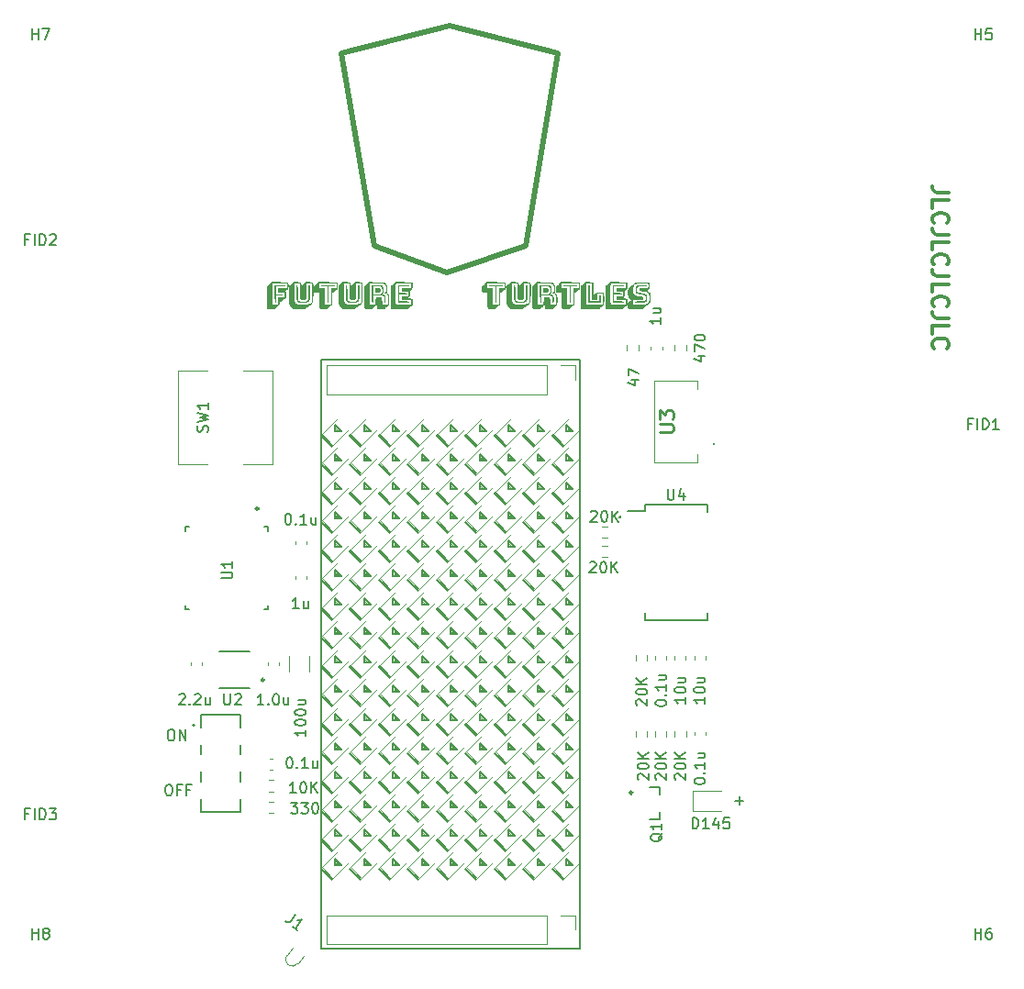
<source format=gbr>
G04 #@! TF.GenerationSoftware,KiCad,Pcbnew,(5.1.12-1-10_14)*
G04 #@! TF.CreationDate,2021-12-30T21:01:29-05:00*
G04 #@! TF.ProjectId,blinky,626c696e-6b79-42e6-9b69-6361645f7063,rev?*
G04 #@! TF.SameCoordinates,Original*
G04 #@! TF.FileFunction,Legend,Top*
G04 #@! TF.FilePolarity,Positive*
%FSLAX46Y46*%
G04 Gerber Fmt 4.6, Leading zero omitted, Abs format (unit mm)*
G04 Created by KiCad (PCBNEW (5.1.12-1-10_14)) date 2021-12-30 21:01:29*
%MOMM*%
%LPD*%
G01*
G04 APERTURE LIST*
%ADD10C,0.500000*%
%ADD11C,0.300000*%
%ADD12C,0.150000*%
%ADD13C,0.250000*%
%ADD14C,0.120000*%
%ADD15C,0.200000*%
%ADD16C,0.140000*%
%ADD17C,0.010000*%
%ADD18C,0.127000*%
%ADD19C,0.100000*%
%ADD20C,0.254000*%
G04 APERTURE END LIST*
D10*
X75000000Y-90250000D02*
X72000000Y-72500000D01*
D11*
X128046813Y-85371348D02*
X126975385Y-85371348D01*
X126761099Y-85299920D01*
X126618242Y-85157062D01*
X126546813Y-84942777D01*
X126546813Y-84799920D01*
X126546813Y-86799920D02*
X126546813Y-86085634D01*
X128046813Y-86085634D01*
X126689670Y-88157062D02*
X126618242Y-88085634D01*
X126546813Y-87871348D01*
X126546813Y-87728491D01*
X126618242Y-87514205D01*
X126761099Y-87371348D01*
X126903956Y-87299920D01*
X127189670Y-87228491D01*
X127403956Y-87228491D01*
X127689670Y-87299920D01*
X127832527Y-87371348D01*
X127975385Y-87514205D01*
X128046813Y-87728491D01*
X128046813Y-87871348D01*
X127975385Y-88085634D01*
X127903956Y-88157062D01*
X128046813Y-89228491D02*
X126975385Y-89228491D01*
X126761099Y-89157062D01*
X126618242Y-89014205D01*
X126546813Y-88799920D01*
X126546813Y-88657062D01*
X126546813Y-90657062D02*
X126546813Y-89942777D01*
X128046813Y-89942777D01*
X126689670Y-92014205D02*
X126618242Y-91942777D01*
X126546813Y-91728491D01*
X126546813Y-91585634D01*
X126618242Y-91371348D01*
X126761099Y-91228491D01*
X126903956Y-91157062D01*
X127189670Y-91085634D01*
X127403956Y-91085634D01*
X127689670Y-91157062D01*
X127832527Y-91228491D01*
X127975385Y-91371348D01*
X128046813Y-91585634D01*
X128046813Y-91728491D01*
X127975385Y-91942777D01*
X127903956Y-92014205D01*
X128046813Y-93085634D02*
X126975385Y-93085634D01*
X126761099Y-93014205D01*
X126618242Y-92871348D01*
X126546813Y-92657062D01*
X126546813Y-92514205D01*
X126546813Y-94514205D02*
X126546813Y-93799920D01*
X128046813Y-93799920D01*
X126689670Y-95871348D02*
X126618242Y-95799920D01*
X126546813Y-95585634D01*
X126546813Y-95442777D01*
X126618242Y-95228491D01*
X126761099Y-95085634D01*
X126903956Y-95014205D01*
X127189670Y-94942777D01*
X127403956Y-94942777D01*
X127689670Y-95014205D01*
X127832527Y-95085634D01*
X127975385Y-95228491D01*
X128046813Y-95442777D01*
X128046813Y-95585634D01*
X127975385Y-95799920D01*
X127903956Y-95871348D01*
X128046813Y-96942777D02*
X126975385Y-96942777D01*
X126761099Y-96871348D01*
X126618242Y-96728491D01*
X126546813Y-96514205D01*
X126546813Y-96371348D01*
X126546813Y-98371348D02*
X126546813Y-97657062D01*
X128046813Y-97657062D01*
X126689670Y-99728491D02*
X126618242Y-99657062D01*
X126546813Y-99442777D01*
X126546813Y-99299920D01*
X126618242Y-99085634D01*
X126761099Y-98942777D01*
X126903956Y-98871348D01*
X127189670Y-98799920D01*
X127403956Y-98799920D01*
X127689670Y-98871348D01*
X127832527Y-98942777D01*
X127975385Y-99085634D01*
X128046813Y-99299920D01*
X128046813Y-99442777D01*
X127975385Y-99657062D01*
X127903956Y-99728491D01*
D10*
X81750000Y-92750000D02*
X75000000Y-90250000D01*
X89000000Y-90250000D02*
X81750000Y-92750000D01*
X92000000Y-72500000D02*
X89000000Y-90250000D01*
X82000000Y-70000000D02*
X92000000Y-72500000D01*
X72000000Y-72500000D02*
X82000000Y-70000000D01*
D12*
X108344432Y-141471348D02*
X109106337Y-141471348D01*
X108725385Y-141852300D02*
X108725385Y-141090396D01*
X55987619Y-140011380D02*
X56178095Y-140011380D01*
X56273333Y-140059000D01*
X56368571Y-140154238D01*
X56416190Y-140344714D01*
X56416190Y-140678047D01*
X56368571Y-140868523D01*
X56273333Y-140963761D01*
X56178095Y-141011380D01*
X55987619Y-141011380D01*
X55892380Y-140963761D01*
X55797142Y-140868523D01*
X55749523Y-140678047D01*
X55749523Y-140344714D01*
X55797142Y-140154238D01*
X55892380Y-140059000D01*
X55987619Y-140011380D01*
X57178095Y-140487571D02*
X56844761Y-140487571D01*
X56844761Y-141011380D02*
X56844761Y-140011380D01*
X57320952Y-140011380D01*
X58035238Y-140487571D02*
X57701904Y-140487571D01*
X57701904Y-141011380D02*
X57701904Y-140011380D01*
X58178095Y-140011380D01*
X56193952Y-134931380D02*
X56384428Y-134931380D01*
X56479666Y-134979000D01*
X56574904Y-135074238D01*
X56622523Y-135264714D01*
X56622523Y-135598047D01*
X56574904Y-135788523D01*
X56479666Y-135883761D01*
X56384428Y-135931380D01*
X56193952Y-135931380D01*
X56098714Y-135883761D01*
X56003476Y-135788523D01*
X55955857Y-135598047D01*
X55955857Y-135264714D01*
X56003476Y-135074238D01*
X56098714Y-134979000D01*
X56193952Y-134931380D01*
X57051095Y-135931380D02*
X57051095Y-134931380D01*
X57622523Y-135931380D01*
X57622523Y-134931380D01*
D13*
X97722522Y-115304000D02*
G75*
G03*
X97722522Y-115304000I-50522J0D01*
G01*
D12*
X70148000Y-155164000D02*
X70148000Y-100808000D01*
X94024000Y-155164000D02*
X70148000Y-155164000D01*
X94024000Y-100808000D02*
X94024000Y-155164000D01*
X70148000Y-100808000D02*
X94024000Y-100808000D01*
D14*
G04 #@! TO.C,D1.11*
X92384940Y-135490217D02*
X94000679Y-133874478D01*
X91345493Y-134450770D02*
X92384940Y-135490217D01*
X92961232Y-132835031D02*
X91345493Y-134450770D01*
D15*
X92773849Y-133496176D02*
X93339534Y-134061862D01*
X93339534Y-134061862D02*
X92773849Y-134061862D01*
X92773849Y-134061862D02*
X92773849Y-133496176D01*
D16*
X91463000Y-134400670D02*
X92463000Y-135400670D01*
D14*
X91513000Y-134300670D02*
X92513000Y-135300670D01*
X92863000Y-133800670D02*
X93013000Y-133950670D01*
X93013000Y-133950670D02*
X92863000Y-133950670D01*
X92863000Y-133950670D02*
X93163000Y-133950670D01*
G04 #@! TO.C,D1.12*
X92384940Y-138156883D02*
X94000679Y-136541144D01*
X91345493Y-137117436D02*
X92384940Y-138156883D01*
X92961232Y-135501697D02*
X91345493Y-137117436D01*
D15*
X92773849Y-136162842D02*
X93339534Y-136728528D01*
X93339534Y-136728528D02*
X92773849Y-136728528D01*
X92773849Y-136728528D02*
X92773849Y-136162842D01*
D16*
X91463000Y-137067336D02*
X92463000Y-138067336D01*
D14*
X91513000Y-136967336D02*
X92513000Y-137967336D01*
X92863000Y-136467336D02*
X93013000Y-136617336D01*
X93013000Y-136617336D02*
X92863000Y-136617336D01*
X92863000Y-136617336D02*
X93163000Y-136617336D01*
G04 #@! TO.C,D1.1*
X92384940Y-108823557D02*
X94000679Y-107207818D01*
X91345493Y-107784110D02*
X92384940Y-108823557D01*
X92961232Y-106168371D02*
X91345493Y-107784110D01*
D15*
X92773849Y-106829516D02*
X93339534Y-107395202D01*
X93339534Y-107395202D02*
X92773849Y-107395202D01*
X92773849Y-107395202D02*
X92773849Y-106829516D01*
D16*
X91463000Y-107734010D02*
X92463000Y-108734010D01*
D14*
X91513000Y-107634010D02*
X92513000Y-108634010D01*
X92863000Y-107134010D02*
X93013000Y-107284010D01*
X93013000Y-107284010D02*
X92863000Y-107284010D01*
X92863000Y-107284010D02*
X93163000Y-107284010D01*
G04 #@! TO.C,D1.10*
X92384940Y-132823551D02*
X94000679Y-131207812D01*
X91345493Y-131784104D02*
X92384940Y-132823551D01*
X92961232Y-130168365D02*
X91345493Y-131784104D01*
D15*
X92773849Y-130829510D02*
X93339534Y-131395196D01*
X93339534Y-131395196D02*
X92773849Y-131395196D01*
X92773849Y-131395196D02*
X92773849Y-130829510D01*
D16*
X91463000Y-131734004D02*
X92463000Y-132734004D01*
D14*
X91513000Y-131634004D02*
X92513000Y-132634004D01*
X92863000Y-131134004D02*
X93013000Y-131284004D01*
X93013000Y-131284004D02*
X92863000Y-131284004D01*
X92863000Y-131284004D02*
X93163000Y-131284004D01*
G04 #@! TO.C,D1.13*
X92384940Y-140823549D02*
X94000679Y-139207810D01*
X91345493Y-139784102D02*
X92384940Y-140823549D01*
X92961232Y-138168363D02*
X91345493Y-139784102D01*
D15*
X92773849Y-138829508D02*
X93339534Y-139395194D01*
X93339534Y-139395194D02*
X92773849Y-139395194D01*
X92773849Y-139395194D02*
X92773849Y-138829508D01*
D16*
X91463000Y-139734002D02*
X92463000Y-140734002D01*
D14*
X91513000Y-139634002D02*
X92513000Y-140634002D01*
X92863000Y-139134002D02*
X93013000Y-139284002D01*
X93013000Y-139284002D02*
X92863000Y-139284002D01*
X92863000Y-139284002D02*
X93163000Y-139284002D01*
G04 #@! TO.C,D1.14*
X92384940Y-143490215D02*
X94000679Y-141874476D01*
X91345493Y-142450768D02*
X92384940Y-143490215D01*
X92961232Y-140835029D02*
X91345493Y-142450768D01*
D15*
X92773849Y-141496174D02*
X93339534Y-142061860D01*
X93339534Y-142061860D02*
X92773849Y-142061860D01*
X92773849Y-142061860D02*
X92773849Y-141496174D01*
D16*
X91463000Y-142400668D02*
X92463000Y-143400668D01*
D14*
X91513000Y-142300668D02*
X92513000Y-143300668D01*
X92863000Y-141800668D02*
X93013000Y-141950668D01*
X93013000Y-141950668D02*
X92863000Y-141950668D01*
X92863000Y-141950668D02*
X93163000Y-141950668D01*
G04 #@! TO.C,D1.9*
X92384940Y-130156885D02*
X94000679Y-128541146D01*
X91345493Y-129117438D02*
X92384940Y-130156885D01*
X92961232Y-127501699D02*
X91345493Y-129117438D01*
D15*
X92773849Y-128162844D02*
X93339534Y-128728530D01*
X93339534Y-128728530D02*
X92773849Y-128728530D01*
X92773849Y-128728530D02*
X92773849Y-128162844D01*
D16*
X91463000Y-129067338D02*
X92463000Y-130067338D01*
D14*
X91513000Y-128967338D02*
X92513000Y-129967338D01*
X92863000Y-128467338D02*
X93013000Y-128617338D01*
X93013000Y-128617338D02*
X92863000Y-128617338D01*
X92863000Y-128617338D02*
X93163000Y-128617338D01*
G04 #@! TO.C,D1.8*
X92384940Y-127490219D02*
X94000679Y-125874480D01*
X91345493Y-126450772D02*
X92384940Y-127490219D01*
X92961232Y-124835033D02*
X91345493Y-126450772D01*
D15*
X92773849Y-125496178D02*
X93339534Y-126061864D01*
X93339534Y-126061864D02*
X92773849Y-126061864D01*
X92773849Y-126061864D02*
X92773849Y-125496178D01*
D16*
X91463000Y-126400672D02*
X92463000Y-127400672D01*
D14*
X91513000Y-126300672D02*
X92513000Y-127300672D01*
X92863000Y-125800672D02*
X93013000Y-125950672D01*
X93013000Y-125950672D02*
X92863000Y-125950672D01*
X92863000Y-125950672D02*
X93163000Y-125950672D01*
G04 #@! TO.C,D1.7*
X92384940Y-124823553D02*
X94000679Y-123207814D01*
X91345493Y-123784106D02*
X92384940Y-124823553D01*
X92961232Y-122168367D02*
X91345493Y-123784106D01*
D15*
X92773849Y-122829512D02*
X93339534Y-123395198D01*
X93339534Y-123395198D02*
X92773849Y-123395198D01*
X92773849Y-123395198D02*
X92773849Y-122829512D01*
D16*
X91463000Y-123734006D02*
X92463000Y-124734006D01*
D14*
X91513000Y-123634006D02*
X92513000Y-124634006D01*
X92863000Y-123134006D02*
X93013000Y-123284006D01*
X93013000Y-123284006D02*
X92863000Y-123284006D01*
X92863000Y-123284006D02*
X93163000Y-123284006D01*
G04 #@! TO.C,D1.6*
X92384940Y-122156887D02*
X94000679Y-120541148D01*
X91345493Y-121117440D02*
X92384940Y-122156887D01*
X92961232Y-119501701D02*
X91345493Y-121117440D01*
D15*
X92773849Y-120162846D02*
X93339534Y-120728532D01*
X93339534Y-120728532D02*
X92773849Y-120728532D01*
X92773849Y-120728532D02*
X92773849Y-120162846D01*
D16*
X91463000Y-121067340D02*
X92463000Y-122067340D01*
D14*
X91513000Y-120967340D02*
X92513000Y-121967340D01*
X92863000Y-120467340D02*
X93013000Y-120617340D01*
X93013000Y-120617340D02*
X92863000Y-120617340D01*
X92863000Y-120617340D02*
X93163000Y-120617340D01*
G04 #@! TO.C,D1.15*
X92384940Y-146156881D02*
X94000679Y-144541142D01*
X91345493Y-145117434D02*
X92384940Y-146156881D01*
X92961232Y-143501695D02*
X91345493Y-145117434D01*
D15*
X92773849Y-144162840D02*
X93339534Y-144728526D01*
X93339534Y-144728526D02*
X92773849Y-144728526D01*
X92773849Y-144728526D02*
X92773849Y-144162840D01*
D16*
X91463000Y-145067334D02*
X92463000Y-146067334D01*
D14*
X91513000Y-144967334D02*
X92513000Y-145967334D01*
X92863000Y-144467334D02*
X93013000Y-144617334D01*
X93013000Y-144617334D02*
X92863000Y-144617334D01*
X92863000Y-144617334D02*
X93163000Y-144617334D01*
G04 #@! TO.C,D1.5*
X92384940Y-119490221D02*
X94000679Y-117874482D01*
X91345493Y-118450774D02*
X92384940Y-119490221D01*
X92961232Y-116835035D02*
X91345493Y-118450774D01*
D15*
X92773849Y-117496180D02*
X93339534Y-118061866D01*
X93339534Y-118061866D02*
X92773849Y-118061866D01*
X92773849Y-118061866D02*
X92773849Y-117496180D01*
D16*
X91463000Y-118400674D02*
X92463000Y-119400674D01*
D14*
X91513000Y-118300674D02*
X92513000Y-119300674D01*
X92863000Y-117800674D02*
X93013000Y-117950674D01*
X93013000Y-117950674D02*
X92863000Y-117950674D01*
X92863000Y-117950674D02*
X93163000Y-117950674D01*
G04 #@! TO.C,D1.4*
X92384940Y-116823555D02*
X94000679Y-115207816D01*
X91345493Y-115784108D02*
X92384940Y-116823555D01*
X92961232Y-114168369D02*
X91345493Y-115784108D01*
D15*
X92773849Y-114829514D02*
X93339534Y-115395200D01*
X93339534Y-115395200D02*
X92773849Y-115395200D01*
X92773849Y-115395200D02*
X92773849Y-114829514D01*
D16*
X91463000Y-115734008D02*
X92463000Y-116734008D01*
D14*
X91513000Y-115634008D02*
X92513000Y-116634008D01*
X92863000Y-115134008D02*
X93013000Y-115284008D01*
X93013000Y-115284008D02*
X92863000Y-115284008D01*
X92863000Y-115284008D02*
X93163000Y-115284008D01*
G04 #@! TO.C,D1.3*
X92384940Y-114156889D02*
X94000679Y-112541150D01*
X91345493Y-113117442D02*
X92384940Y-114156889D01*
X92961232Y-111501703D02*
X91345493Y-113117442D01*
D15*
X92773849Y-112162848D02*
X93339534Y-112728534D01*
X93339534Y-112728534D02*
X92773849Y-112728534D01*
X92773849Y-112728534D02*
X92773849Y-112162848D01*
D16*
X91463000Y-113067342D02*
X92463000Y-114067342D01*
D14*
X91513000Y-112967342D02*
X92513000Y-113967342D01*
X92863000Y-112467342D02*
X93013000Y-112617342D01*
X93013000Y-112617342D02*
X92863000Y-112617342D01*
X92863000Y-112617342D02*
X93163000Y-112617342D01*
G04 #@! TO.C,D1.16*
X92384940Y-148823547D02*
X94000679Y-147207808D01*
X91345493Y-147784100D02*
X92384940Y-148823547D01*
X92961232Y-146168361D02*
X91345493Y-147784100D01*
D15*
X92773849Y-146829506D02*
X93339534Y-147395192D01*
X93339534Y-147395192D02*
X92773849Y-147395192D01*
X92773849Y-147395192D02*
X92773849Y-146829506D01*
D16*
X91463000Y-147734000D02*
X92463000Y-148734000D01*
D14*
X91513000Y-147634000D02*
X92513000Y-148634000D01*
X92863000Y-147134000D02*
X93013000Y-147284000D01*
X93013000Y-147284000D02*
X92863000Y-147284000D01*
X92863000Y-147284000D02*
X93163000Y-147284000D01*
G04 #@! TO.C,D1.2*
X92384940Y-111490223D02*
X94000679Y-109874484D01*
X91345493Y-110450776D02*
X92384940Y-111490223D01*
X92961232Y-108835037D02*
X91345493Y-110450776D01*
D15*
X92773849Y-109496182D02*
X93339534Y-110061868D01*
X93339534Y-110061868D02*
X92773849Y-110061868D01*
X92773849Y-110061868D02*
X92773849Y-109496182D01*
D16*
X91463000Y-110400676D02*
X92463000Y-111400676D01*
D14*
X91513000Y-110300676D02*
X92513000Y-111300676D01*
X92863000Y-109800676D02*
X93013000Y-109950676D01*
X93013000Y-109950676D02*
X92863000Y-109950676D01*
X92863000Y-109950676D02*
X93163000Y-109950676D01*
G04 #@! TO.C,D2.11*
X89714940Y-135490217D02*
X91330679Y-133874478D01*
X88675493Y-134450770D02*
X89714940Y-135490217D01*
X90291232Y-132835031D02*
X88675493Y-134450770D01*
D15*
X90103849Y-133496176D02*
X90669534Y-134061862D01*
X90669534Y-134061862D02*
X90103849Y-134061862D01*
X90103849Y-134061862D02*
X90103849Y-133496176D01*
D16*
X88793000Y-134400670D02*
X89793000Y-135400670D01*
D14*
X88843000Y-134300670D02*
X89843000Y-135300670D01*
X90193000Y-133800670D02*
X90343000Y-133950670D01*
X90343000Y-133950670D02*
X90193000Y-133950670D01*
X90193000Y-133950670D02*
X90493000Y-133950670D01*
G04 #@! TO.C,D2.14*
X89714940Y-143490215D02*
X91330679Y-141874476D01*
X88675493Y-142450768D02*
X89714940Y-143490215D01*
X90291232Y-140835029D02*
X88675493Y-142450768D01*
D15*
X90103849Y-141496174D02*
X90669534Y-142061860D01*
X90669534Y-142061860D02*
X90103849Y-142061860D01*
X90103849Y-142061860D02*
X90103849Y-141496174D01*
D16*
X88793000Y-142400668D02*
X89793000Y-143400668D01*
D14*
X88843000Y-142300668D02*
X89843000Y-143300668D01*
X90193000Y-141800668D02*
X90343000Y-141950668D01*
X90343000Y-141950668D02*
X90193000Y-141950668D01*
X90193000Y-141950668D02*
X90493000Y-141950668D01*
G04 #@! TO.C,D2.1*
X89714940Y-108823557D02*
X91330679Y-107207818D01*
X88675493Y-107784110D02*
X89714940Y-108823557D01*
X90291232Y-106168371D02*
X88675493Y-107784110D01*
D15*
X90103849Y-106829516D02*
X90669534Y-107395202D01*
X90669534Y-107395202D02*
X90103849Y-107395202D01*
X90103849Y-107395202D02*
X90103849Y-106829516D01*
D16*
X88793000Y-107734010D02*
X89793000Y-108734010D01*
D14*
X88843000Y-107634010D02*
X89843000Y-108634010D01*
X90193000Y-107134010D02*
X90343000Y-107284010D01*
X90343000Y-107284010D02*
X90193000Y-107284010D01*
X90193000Y-107284010D02*
X90493000Y-107284010D01*
G04 #@! TO.C,D2.2*
X89714940Y-111490223D02*
X91330679Y-109874484D01*
X88675493Y-110450776D02*
X89714940Y-111490223D01*
X90291232Y-108835037D02*
X88675493Y-110450776D01*
D15*
X90103849Y-109496182D02*
X90669534Y-110061868D01*
X90669534Y-110061868D02*
X90103849Y-110061868D01*
X90103849Y-110061868D02*
X90103849Y-109496182D01*
D16*
X88793000Y-110400676D02*
X89793000Y-111400676D01*
D14*
X88843000Y-110300676D02*
X89843000Y-111300676D01*
X90193000Y-109800676D02*
X90343000Y-109950676D01*
X90343000Y-109950676D02*
X90193000Y-109950676D01*
X90193000Y-109950676D02*
X90493000Y-109950676D01*
G04 #@! TO.C,D2.3*
X89714940Y-114156889D02*
X91330679Y-112541150D01*
X88675493Y-113117442D02*
X89714940Y-114156889D01*
X90291232Y-111501703D02*
X88675493Y-113117442D01*
D15*
X90103849Y-112162848D02*
X90669534Y-112728534D01*
X90669534Y-112728534D02*
X90103849Y-112728534D01*
X90103849Y-112728534D02*
X90103849Y-112162848D01*
D16*
X88793000Y-113067342D02*
X89793000Y-114067342D01*
D14*
X88843000Y-112967342D02*
X89843000Y-113967342D01*
X90193000Y-112467342D02*
X90343000Y-112617342D01*
X90343000Y-112617342D02*
X90193000Y-112617342D01*
X90193000Y-112617342D02*
X90493000Y-112617342D01*
G04 #@! TO.C,D2.13*
X89714940Y-140823549D02*
X91330679Y-139207810D01*
X88675493Y-139784102D02*
X89714940Y-140823549D01*
X90291232Y-138168363D02*
X88675493Y-139784102D01*
D15*
X90103849Y-138829508D02*
X90669534Y-139395194D01*
X90669534Y-139395194D02*
X90103849Y-139395194D01*
X90103849Y-139395194D02*
X90103849Y-138829508D01*
D16*
X88793000Y-139734002D02*
X89793000Y-140734002D01*
D14*
X88843000Y-139634002D02*
X89843000Y-140634002D01*
X90193000Y-139134002D02*
X90343000Y-139284002D01*
X90343000Y-139284002D02*
X90193000Y-139284002D01*
X90193000Y-139284002D02*
X90493000Y-139284002D01*
G04 #@! TO.C,D2.10*
X89714940Y-132823551D02*
X91330679Y-131207812D01*
X88675493Y-131784104D02*
X89714940Y-132823551D01*
X90291232Y-130168365D02*
X88675493Y-131784104D01*
D15*
X90103849Y-130829510D02*
X90669534Y-131395196D01*
X90669534Y-131395196D02*
X90103849Y-131395196D01*
X90103849Y-131395196D02*
X90103849Y-130829510D01*
D16*
X88793000Y-131734004D02*
X89793000Y-132734004D01*
D14*
X88843000Y-131634004D02*
X89843000Y-132634004D01*
X90193000Y-131134004D02*
X90343000Y-131284004D01*
X90343000Y-131284004D02*
X90193000Y-131284004D01*
X90193000Y-131284004D02*
X90493000Y-131284004D01*
G04 #@! TO.C,D2.15*
X89714940Y-146156881D02*
X91330679Y-144541142D01*
X88675493Y-145117434D02*
X89714940Y-146156881D01*
X90291232Y-143501695D02*
X88675493Y-145117434D01*
D15*
X90103849Y-144162840D02*
X90669534Y-144728526D01*
X90669534Y-144728526D02*
X90103849Y-144728526D01*
X90103849Y-144728526D02*
X90103849Y-144162840D01*
D16*
X88793000Y-145067334D02*
X89793000Y-146067334D01*
D14*
X88843000Y-144967334D02*
X89843000Y-145967334D01*
X90193000Y-144467334D02*
X90343000Y-144617334D01*
X90343000Y-144617334D02*
X90193000Y-144617334D01*
X90193000Y-144617334D02*
X90493000Y-144617334D01*
G04 #@! TO.C,D2.12*
X89714940Y-138156883D02*
X91330679Y-136541144D01*
X88675493Y-137117436D02*
X89714940Y-138156883D01*
X90291232Y-135501697D02*
X88675493Y-137117436D01*
D15*
X90103849Y-136162842D02*
X90669534Y-136728528D01*
X90669534Y-136728528D02*
X90103849Y-136728528D01*
X90103849Y-136728528D02*
X90103849Y-136162842D01*
D16*
X88793000Y-137067336D02*
X89793000Y-138067336D01*
D14*
X88843000Y-136967336D02*
X89843000Y-137967336D01*
X90193000Y-136467336D02*
X90343000Y-136617336D01*
X90343000Y-136617336D02*
X90193000Y-136617336D01*
X90193000Y-136617336D02*
X90493000Y-136617336D01*
G04 #@! TO.C,D2.4*
X89714940Y-116823555D02*
X91330679Y-115207816D01*
X88675493Y-115784108D02*
X89714940Y-116823555D01*
X90291232Y-114168369D02*
X88675493Y-115784108D01*
D15*
X90103849Y-114829514D02*
X90669534Y-115395200D01*
X90669534Y-115395200D02*
X90103849Y-115395200D01*
X90103849Y-115395200D02*
X90103849Y-114829514D01*
D16*
X88793000Y-115734008D02*
X89793000Y-116734008D01*
D14*
X88843000Y-115634008D02*
X89843000Y-116634008D01*
X90193000Y-115134008D02*
X90343000Y-115284008D01*
X90343000Y-115284008D02*
X90193000Y-115284008D01*
X90193000Y-115284008D02*
X90493000Y-115284008D01*
G04 #@! TO.C,D2.5*
X89714940Y-119490221D02*
X91330679Y-117874482D01*
X88675493Y-118450774D02*
X89714940Y-119490221D01*
X90291232Y-116835035D02*
X88675493Y-118450774D01*
D15*
X90103849Y-117496180D02*
X90669534Y-118061866D01*
X90669534Y-118061866D02*
X90103849Y-118061866D01*
X90103849Y-118061866D02*
X90103849Y-117496180D01*
D16*
X88793000Y-118400674D02*
X89793000Y-119400674D01*
D14*
X88843000Y-118300674D02*
X89843000Y-119300674D01*
X90193000Y-117800674D02*
X90343000Y-117950674D01*
X90343000Y-117950674D02*
X90193000Y-117950674D01*
X90193000Y-117950674D02*
X90493000Y-117950674D01*
G04 #@! TO.C,D2.6*
X89714940Y-122156887D02*
X91330679Y-120541148D01*
X88675493Y-121117440D02*
X89714940Y-122156887D01*
X90291232Y-119501701D02*
X88675493Y-121117440D01*
D15*
X90103849Y-120162846D02*
X90669534Y-120728532D01*
X90669534Y-120728532D02*
X90103849Y-120728532D01*
X90103849Y-120728532D02*
X90103849Y-120162846D01*
D16*
X88793000Y-121067340D02*
X89793000Y-122067340D01*
D14*
X88843000Y-120967340D02*
X89843000Y-121967340D01*
X90193000Y-120467340D02*
X90343000Y-120617340D01*
X90343000Y-120617340D02*
X90193000Y-120617340D01*
X90193000Y-120617340D02*
X90493000Y-120617340D01*
G04 #@! TO.C,D2.7*
X89714940Y-124823553D02*
X91330679Y-123207814D01*
X88675493Y-123784106D02*
X89714940Y-124823553D01*
X90291232Y-122168367D02*
X88675493Y-123784106D01*
D15*
X90103849Y-122829512D02*
X90669534Y-123395198D01*
X90669534Y-123395198D02*
X90103849Y-123395198D01*
X90103849Y-123395198D02*
X90103849Y-122829512D01*
D16*
X88793000Y-123734006D02*
X89793000Y-124734006D01*
D14*
X88843000Y-123634006D02*
X89843000Y-124634006D01*
X90193000Y-123134006D02*
X90343000Y-123284006D01*
X90343000Y-123284006D02*
X90193000Y-123284006D01*
X90193000Y-123284006D02*
X90493000Y-123284006D01*
G04 #@! TO.C,D2.8*
X89714940Y-127490219D02*
X91330679Y-125874480D01*
X88675493Y-126450772D02*
X89714940Y-127490219D01*
X90291232Y-124835033D02*
X88675493Y-126450772D01*
D15*
X90103849Y-125496178D02*
X90669534Y-126061864D01*
X90669534Y-126061864D02*
X90103849Y-126061864D01*
X90103849Y-126061864D02*
X90103849Y-125496178D01*
D16*
X88793000Y-126400672D02*
X89793000Y-127400672D01*
D14*
X88843000Y-126300672D02*
X89843000Y-127300672D01*
X90193000Y-125800672D02*
X90343000Y-125950672D01*
X90343000Y-125950672D02*
X90193000Y-125950672D01*
X90193000Y-125950672D02*
X90493000Y-125950672D01*
G04 #@! TO.C,D2.9*
X89714940Y-130156885D02*
X91330679Y-128541146D01*
X88675493Y-129117438D02*
X89714940Y-130156885D01*
X90291232Y-127501699D02*
X88675493Y-129117438D01*
D15*
X90103849Y-128162844D02*
X90669534Y-128728530D01*
X90669534Y-128728530D02*
X90103849Y-128728530D01*
X90103849Y-128728530D02*
X90103849Y-128162844D01*
D16*
X88793000Y-129067338D02*
X89793000Y-130067338D01*
D14*
X88843000Y-128967338D02*
X89843000Y-129967338D01*
X90193000Y-128467338D02*
X90343000Y-128617338D01*
X90343000Y-128617338D02*
X90193000Y-128617338D01*
X90193000Y-128617338D02*
X90493000Y-128617338D01*
G04 #@! TO.C,D2.16*
X89714940Y-148823547D02*
X91330679Y-147207808D01*
X88675493Y-147784100D02*
X89714940Y-148823547D01*
X90291232Y-146168361D02*
X88675493Y-147784100D01*
D15*
X90103849Y-146829506D02*
X90669534Y-147395192D01*
X90669534Y-147395192D02*
X90103849Y-147395192D01*
X90103849Y-147395192D02*
X90103849Y-146829506D01*
D16*
X88793000Y-147734000D02*
X89793000Y-148734000D01*
D14*
X88843000Y-147634000D02*
X89843000Y-148634000D01*
X90193000Y-147134000D02*
X90343000Y-147284000D01*
X90343000Y-147284000D02*
X90193000Y-147284000D01*
X90193000Y-147284000D02*
X90493000Y-147284000D01*
G04 #@! TO.C,D3.16*
X87044940Y-148823547D02*
X88660679Y-147207808D01*
X86005493Y-147784100D02*
X87044940Y-148823547D01*
X87621232Y-146168361D02*
X86005493Y-147784100D01*
D15*
X87433849Y-146829506D02*
X87999534Y-147395192D01*
X87999534Y-147395192D02*
X87433849Y-147395192D01*
X87433849Y-147395192D02*
X87433849Y-146829506D01*
D16*
X86123000Y-147734000D02*
X87123000Y-148734000D01*
D14*
X86173000Y-147634000D02*
X87173000Y-148634000D01*
X87523000Y-147134000D02*
X87673000Y-147284000D01*
X87673000Y-147284000D02*
X87523000Y-147284000D01*
X87523000Y-147284000D02*
X87823000Y-147284000D01*
G04 #@! TO.C,D3.11*
X87044940Y-135490217D02*
X88660679Y-133874478D01*
X86005493Y-134450770D02*
X87044940Y-135490217D01*
X87621232Y-132835031D02*
X86005493Y-134450770D01*
D15*
X87433849Y-133496176D02*
X87999534Y-134061862D01*
X87999534Y-134061862D02*
X87433849Y-134061862D01*
X87433849Y-134061862D02*
X87433849Y-133496176D01*
D16*
X86123000Y-134400670D02*
X87123000Y-135400670D01*
D14*
X86173000Y-134300670D02*
X87173000Y-135300670D01*
X87523000Y-133800670D02*
X87673000Y-133950670D01*
X87673000Y-133950670D02*
X87523000Y-133950670D01*
X87523000Y-133950670D02*
X87823000Y-133950670D01*
G04 #@! TO.C,D3.10*
X87044940Y-132823551D02*
X88660679Y-131207812D01*
X86005493Y-131784104D02*
X87044940Y-132823551D01*
X87621232Y-130168365D02*
X86005493Y-131784104D01*
D15*
X87433849Y-130829510D02*
X87999534Y-131395196D01*
X87999534Y-131395196D02*
X87433849Y-131395196D01*
X87433849Y-131395196D02*
X87433849Y-130829510D01*
D16*
X86123000Y-131734004D02*
X87123000Y-132734004D01*
D14*
X86173000Y-131634004D02*
X87173000Y-132634004D01*
X87523000Y-131134004D02*
X87673000Y-131284004D01*
X87673000Y-131284004D02*
X87523000Y-131284004D01*
X87523000Y-131284004D02*
X87823000Y-131284004D01*
G04 #@! TO.C,D3.9*
X87044940Y-130156885D02*
X88660679Y-128541146D01*
X86005493Y-129117438D02*
X87044940Y-130156885D01*
X87621232Y-127501699D02*
X86005493Y-129117438D01*
D15*
X87433849Y-128162844D02*
X87999534Y-128728530D01*
X87999534Y-128728530D02*
X87433849Y-128728530D01*
X87433849Y-128728530D02*
X87433849Y-128162844D01*
D16*
X86123000Y-129067338D02*
X87123000Y-130067338D01*
D14*
X86173000Y-128967338D02*
X87173000Y-129967338D01*
X87523000Y-128467338D02*
X87673000Y-128617338D01*
X87673000Y-128617338D02*
X87523000Y-128617338D01*
X87523000Y-128617338D02*
X87823000Y-128617338D01*
G04 #@! TO.C,D3.8*
X87044940Y-127490219D02*
X88660679Y-125874480D01*
X86005493Y-126450772D02*
X87044940Y-127490219D01*
X87621232Y-124835033D02*
X86005493Y-126450772D01*
D15*
X87433849Y-125496178D02*
X87999534Y-126061864D01*
X87999534Y-126061864D02*
X87433849Y-126061864D01*
X87433849Y-126061864D02*
X87433849Y-125496178D01*
D16*
X86123000Y-126400672D02*
X87123000Y-127400672D01*
D14*
X86173000Y-126300672D02*
X87173000Y-127300672D01*
X87523000Y-125800672D02*
X87673000Y-125950672D01*
X87673000Y-125950672D02*
X87523000Y-125950672D01*
X87523000Y-125950672D02*
X87823000Y-125950672D01*
G04 #@! TO.C,D3.7*
X87044940Y-124823553D02*
X88660679Y-123207814D01*
X86005493Y-123784106D02*
X87044940Y-124823553D01*
X87621232Y-122168367D02*
X86005493Y-123784106D01*
D15*
X87433849Y-122829512D02*
X87999534Y-123395198D01*
X87999534Y-123395198D02*
X87433849Y-123395198D01*
X87433849Y-123395198D02*
X87433849Y-122829512D01*
D16*
X86123000Y-123734006D02*
X87123000Y-124734006D01*
D14*
X86173000Y-123634006D02*
X87173000Y-124634006D01*
X87523000Y-123134006D02*
X87673000Y-123284006D01*
X87673000Y-123284006D02*
X87523000Y-123284006D01*
X87523000Y-123284006D02*
X87823000Y-123284006D01*
G04 #@! TO.C,D3.6*
X87044940Y-122156887D02*
X88660679Y-120541148D01*
X86005493Y-121117440D02*
X87044940Y-122156887D01*
X87621232Y-119501701D02*
X86005493Y-121117440D01*
D15*
X87433849Y-120162846D02*
X87999534Y-120728532D01*
X87999534Y-120728532D02*
X87433849Y-120728532D01*
X87433849Y-120728532D02*
X87433849Y-120162846D01*
D16*
X86123000Y-121067340D02*
X87123000Y-122067340D01*
D14*
X86173000Y-120967340D02*
X87173000Y-121967340D01*
X87523000Y-120467340D02*
X87673000Y-120617340D01*
X87673000Y-120617340D02*
X87523000Y-120617340D01*
X87523000Y-120617340D02*
X87823000Y-120617340D01*
G04 #@! TO.C,D3.15*
X87044940Y-146156881D02*
X88660679Y-144541142D01*
X86005493Y-145117434D02*
X87044940Y-146156881D01*
X87621232Y-143501695D02*
X86005493Y-145117434D01*
D15*
X87433849Y-144162840D02*
X87999534Y-144728526D01*
X87999534Y-144728526D02*
X87433849Y-144728526D01*
X87433849Y-144728526D02*
X87433849Y-144162840D01*
D16*
X86123000Y-145067334D02*
X87123000Y-146067334D01*
D14*
X86173000Y-144967334D02*
X87173000Y-145967334D01*
X87523000Y-144467334D02*
X87673000Y-144617334D01*
X87673000Y-144617334D02*
X87523000Y-144617334D01*
X87523000Y-144617334D02*
X87823000Y-144617334D01*
G04 #@! TO.C,D3.5*
X87044940Y-119490221D02*
X88660679Y-117874482D01*
X86005493Y-118450774D02*
X87044940Y-119490221D01*
X87621232Y-116835035D02*
X86005493Y-118450774D01*
D15*
X87433849Y-117496180D02*
X87999534Y-118061866D01*
X87999534Y-118061866D02*
X87433849Y-118061866D01*
X87433849Y-118061866D02*
X87433849Y-117496180D01*
D16*
X86123000Y-118400674D02*
X87123000Y-119400674D01*
D14*
X86173000Y-118300674D02*
X87173000Y-119300674D01*
X87523000Y-117800674D02*
X87673000Y-117950674D01*
X87673000Y-117950674D02*
X87523000Y-117950674D01*
X87523000Y-117950674D02*
X87823000Y-117950674D01*
G04 #@! TO.C,D3.4*
X87044940Y-116823555D02*
X88660679Y-115207816D01*
X86005493Y-115784108D02*
X87044940Y-116823555D01*
X87621232Y-114168369D02*
X86005493Y-115784108D01*
D15*
X87433849Y-114829514D02*
X87999534Y-115395200D01*
X87999534Y-115395200D02*
X87433849Y-115395200D01*
X87433849Y-115395200D02*
X87433849Y-114829514D01*
D16*
X86123000Y-115734008D02*
X87123000Y-116734008D01*
D14*
X86173000Y-115634008D02*
X87173000Y-116634008D01*
X87523000Y-115134008D02*
X87673000Y-115284008D01*
X87673000Y-115284008D02*
X87523000Y-115284008D01*
X87523000Y-115284008D02*
X87823000Y-115284008D01*
G04 #@! TO.C,D3.2*
X87044940Y-111490223D02*
X88660679Y-109874484D01*
X86005493Y-110450776D02*
X87044940Y-111490223D01*
X87621232Y-108835037D02*
X86005493Y-110450776D01*
D15*
X87433849Y-109496182D02*
X87999534Y-110061868D01*
X87999534Y-110061868D02*
X87433849Y-110061868D01*
X87433849Y-110061868D02*
X87433849Y-109496182D01*
D16*
X86123000Y-110400676D02*
X87123000Y-111400676D01*
D14*
X86173000Y-110300676D02*
X87173000Y-111300676D01*
X87523000Y-109800676D02*
X87673000Y-109950676D01*
X87673000Y-109950676D02*
X87523000Y-109950676D01*
X87523000Y-109950676D02*
X87823000Y-109950676D01*
G04 #@! TO.C,D3.1*
X87044940Y-108823557D02*
X88660679Y-107207818D01*
X86005493Y-107784110D02*
X87044940Y-108823557D01*
X87621232Y-106168371D02*
X86005493Y-107784110D01*
D15*
X87433849Y-106829516D02*
X87999534Y-107395202D01*
X87999534Y-107395202D02*
X87433849Y-107395202D01*
X87433849Y-107395202D02*
X87433849Y-106829516D01*
D16*
X86123000Y-107734010D02*
X87123000Y-108734010D01*
D14*
X86173000Y-107634010D02*
X87173000Y-108634010D01*
X87523000Y-107134010D02*
X87673000Y-107284010D01*
X87673000Y-107284010D02*
X87523000Y-107284010D01*
X87523000Y-107284010D02*
X87823000Y-107284010D01*
G04 #@! TO.C,D3.12*
X87044940Y-138156883D02*
X88660679Y-136541144D01*
X86005493Y-137117436D02*
X87044940Y-138156883D01*
X87621232Y-135501697D02*
X86005493Y-137117436D01*
D15*
X87433849Y-136162842D02*
X87999534Y-136728528D01*
X87999534Y-136728528D02*
X87433849Y-136728528D01*
X87433849Y-136728528D02*
X87433849Y-136162842D01*
D16*
X86123000Y-137067336D02*
X87123000Y-138067336D01*
D14*
X86173000Y-136967336D02*
X87173000Y-137967336D01*
X87523000Y-136467336D02*
X87673000Y-136617336D01*
X87673000Y-136617336D02*
X87523000Y-136617336D01*
X87523000Y-136617336D02*
X87823000Y-136617336D01*
G04 #@! TO.C,D3.13*
X87044940Y-140823549D02*
X88660679Y-139207810D01*
X86005493Y-139784102D02*
X87044940Y-140823549D01*
X87621232Y-138168363D02*
X86005493Y-139784102D01*
D15*
X87433849Y-138829508D02*
X87999534Y-139395194D01*
X87999534Y-139395194D02*
X87433849Y-139395194D01*
X87433849Y-139395194D02*
X87433849Y-138829508D01*
D16*
X86123000Y-139734002D02*
X87123000Y-140734002D01*
D14*
X86173000Y-139634002D02*
X87173000Y-140634002D01*
X87523000Y-139134002D02*
X87673000Y-139284002D01*
X87673000Y-139284002D02*
X87523000Y-139284002D01*
X87523000Y-139284002D02*
X87823000Y-139284002D01*
G04 #@! TO.C,D3.14*
X87044940Y-143490215D02*
X88660679Y-141874476D01*
X86005493Y-142450768D02*
X87044940Y-143490215D01*
X87621232Y-140835029D02*
X86005493Y-142450768D01*
D15*
X87433849Y-141496174D02*
X87999534Y-142061860D01*
X87999534Y-142061860D02*
X87433849Y-142061860D01*
X87433849Y-142061860D02*
X87433849Y-141496174D01*
D16*
X86123000Y-142400668D02*
X87123000Y-143400668D01*
D14*
X86173000Y-142300668D02*
X87173000Y-143300668D01*
X87523000Y-141800668D02*
X87673000Y-141950668D01*
X87673000Y-141950668D02*
X87523000Y-141950668D01*
X87523000Y-141950668D02*
X87823000Y-141950668D01*
G04 #@! TO.C,D4.16*
X84384940Y-148823547D02*
X86000679Y-147207808D01*
X83345493Y-147784100D02*
X84384940Y-148823547D01*
X84961232Y-146168361D02*
X83345493Y-147784100D01*
D15*
X84773849Y-146829506D02*
X85339534Y-147395192D01*
X85339534Y-147395192D02*
X84773849Y-147395192D01*
X84773849Y-147395192D02*
X84773849Y-146829506D01*
D16*
X83463000Y-147734000D02*
X84463000Y-148734000D01*
D14*
X83513000Y-147634000D02*
X84513000Y-148634000D01*
X84863000Y-147134000D02*
X85013000Y-147284000D01*
X85013000Y-147284000D02*
X84863000Y-147284000D01*
X84863000Y-147284000D02*
X85163000Y-147284000D01*
G04 #@! TO.C,D4.11*
X84384940Y-135490217D02*
X86000679Y-133874478D01*
X83345493Y-134450770D02*
X84384940Y-135490217D01*
X84961232Y-132835031D02*
X83345493Y-134450770D01*
D15*
X84773849Y-133496176D02*
X85339534Y-134061862D01*
X85339534Y-134061862D02*
X84773849Y-134061862D01*
X84773849Y-134061862D02*
X84773849Y-133496176D01*
D16*
X83463000Y-134400670D02*
X84463000Y-135400670D01*
D14*
X83513000Y-134300670D02*
X84513000Y-135300670D01*
X84863000Y-133800670D02*
X85013000Y-133950670D01*
X85013000Y-133950670D02*
X84863000Y-133950670D01*
X84863000Y-133950670D02*
X85163000Y-133950670D01*
G04 #@! TO.C,D4.10*
X84384940Y-132823551D02*
X86000679Y-131207812D01*
X83345493Y-131784104D02*
X84384940Y-132823551D01*
X84961232Y-130168365D02*
X83345493Y-131784104D01*
D15*
X84773849Y-130829510D02*
X85339534Y-131395196D01*
X85339534Y-131395196D02*
X84773849Y-131395196D01*
X84773849Y-131395196D02*
X84773849Y-130829510D01*
D16*
X83463000Y-131734004D02*
X84463000Y-132734004D01*
D14*
X83513000Y-131634004D02*
X84513000Y-132634004D01*
X84863000Y-131134004D02*
X85013000Y-131284004D01*
X85013000Y-131284004D02*
X84863000Y-131284004D01*
X84863000Y-131284004D02*
X85163000Y-131284004D01*
G04 #@! TO.C,D4.9*
X84384940Y-130156885D02*
X86000679Y-128541146D01*
X83345493Y-129117438D02*
X84384940Y-130156885D01*
X84961232Y-127501699D02*
X83345493Y-129117438D01*
D15*
X84773849Y-128162844D02*
X85339534Y-128728530D01*
X85339534Y-128728530D02*
X84773849Y-128728530D01*
X84773849Y-128728530D02*
X84773849Y-128162844D01*
D16*
X83463000Y-129067338D02*
X84463000Y-130067338D01*
D14*
X83513000Y-128967338D02*
X84513000Y-129967338D01*
X84863000Y-128467338D02*
X85013000Y-128617338D01*
X85013000Y-128617338D02*
X84863000Y-128617338D01*
X84863000Y-128617338D02*
X85163000Y-128617338D01*
G04 #@! TO.C,D4.8*
X84384940Y-127490219D02*
X86000679Y-125874480D01*
X83345493Y-126450772D02*
X84384940Y-127490219D01*
X84961232Y-124835033D02*
X83345493Y-126450772D01*
D15*
X84773849Y-125496178D02*
X85339534Y-126061864D01*
X85339534Y-126061864D02*
X84773849Y-126061864D01*
X84773849Y-126061864D02*
X84773849Y-125496178D01*
D16*
X83463000Y-126400672D02*
X84463000Y-127400672D01*
D14*
X83513000Y-126300672D02*
X84513000Y-127300672D01*
X84863000Y-125800672D02*
X85013000Y-125950672D01*
X85013000Y-125950672D02*
X84863000Y-125950672D01*
X84863000Y-125950672D02*
X85163000Y-125950672D01*
G04 #@! TO.C,D4.7*
X84384940Y-124823553D02*
X86000679Y-123207814D01*
X83345493Y-123784106D02*
X84384940Y-124823553D01*
X84961232Y-122168367D02*
X83345493Y-123784106D01*
D15*
X84773849Y-122829512D02*
X85339534Y-123395198D01*
X85339534Y-123395198D02*
X84773849Y-123395198D01*
X84773849Y-123395198D02*
X84773849Y-122829512D01*
D16*
X83463000Y-123734006D02*
X84463000Y-124734006D01*
D14*
X83513000Y-123634006D02*
X84513000Y-124634006D01*
X84863000Y-123134006D02*
X85013000Y-123284006D01*
X85013000Y-123284006D02*
X84863000Y-123284006D01*
X84863000Y-123284006D02*
X85163000Y-123284006D01*
G04 #@! TO.C,D4.6*
X84384940Y-122156887D02*
X86000679Y-120541148D01*
X83345493Y-121117440D02*
X84384940Y-122156887D01*
X84961232Y-119501701D02*
X83345493Y-121117440D01*
D15*
X84773849Y-120162846D02*
X85339534Y-120728532D01*
X85339534Y-120728532D02*
X84773849Y-120728532D01*
X84773849Y-120728532D02*
X84773849Y-120162846D01*
D16*
X83463000Y-121067340D02*
X84463000Y-122067340D01*
D14*
X83513000Y-120967340D02*
X84513000Y-121967340D01*
X84863000Y-120467340D02*
X85013000Y-120617340D01*
X85013000Y-120617340D02*
X84863000Y-120617340D01*
X84863000Y-120617340D02*
X85163000Y-120617340D01*
G04 #@! TO.C,D4.15*
X84384940Y-146156881D02*
X86000679Y-144541142D01*
X83345493Y-145117434D02*
X84384940Y-146156881D01*
X84961232Y-143501695D02*
X83345493Y-145117434D01*
D15*
X84773849Y-144162840D02*
X85339534Y-144728526D01*
X85339534Y-144728526D02*
X84773849Y-144728526D01*
X84773849Y-144728526D02*
X84773849Y-144162840D01*
D16*
X83463000Y-145067334D02*
X84463000Y-146067334D01*
D14*
X83513000Y-144967334D02*
X84513000Y-145967334D01*
X84863000Y-144467334D02*
X85013000Y-144617334D01*
X85013000Y-144617334D02*
X84863000Y-144617334D01*
X84863000Y-144617334D02*
X85163000Y-144617334D01*
G04 #@! TO.C,D4.5*
X84384940Y-119490221D02*
X86000679Y-117874482D01*
X83345493Y-118450774D02*
X84384940Y-119490221D01*
X84961232Y-116835035D02*
X83345493Y-118450774D01*
D15*
X84773849Y-117496180D02*
X85339534Y-118061866D01*
X85339534Y-118061866D02*
X84773849Y-118061866D01*
X84773849Y-118061866D02*
X84773849Y-117496180D01*
D16*
X83463000Y-118400674D02*
X84463000Y-119400674D01*
D14*
X83513000Y-118300674D02*
X84513000Y-119300674D01*
X84863000Y-117800674D02*
X85013000Y-117950674D01*
X85013000Y-117950674D02*
X84863000Y-117950674D01*
X84863000Y-117950674D02*
X85163000Y-117950674D01*
G04 #@! TO.C,D4.4*
X84384940Y-116823555D02*
X86000679Y-115207816D01*
X83345493Y-115784108D02*
X84384940Y-116823555D01*
X84961232Y-114168369D02*
X83345493Y-115784108D01*
D15*
X84773849Y-114829514D02*
X85339534Y-115395200D01*
X85339534Y-115395200D02*
X84773849Y-115395200D01*
X84773849Y-115395200D02*
X84773849Y-114829514D01*
D16*
X83463000Y-115734008D02*
X84463000Y-116734008D01*
D14*
X83513000Y-115634008D02*
X84513000Y-116634008D01*
X84863000Y-115134008D02*
X85013000Y-115284008D01*
X85013000Y-115284008D02*
X84863000Y-115284008D01*
X84863000Y-115284008D02*
X85163000Y-115284008D01*
G04 #@! TO.C,D4.3*
X84384940Y-114156889D02*
X86000679Y-112541150D01*
X83345493Y-113117442D02*
X84384940Y-114156889D01*
X84961232Y-111501703D02*
X83345493Y-113117442D01*
D15*
X84773849Y-112162848D02*
X85339534Y-112728534D01*
X85339534Y-112728534D02*
X84773849Y-112728534D01*
X84773849Y-112728534D02*
X84773849Y-112162848D01*
D16*
X83463000Y-113067342D02*
X84463000Y-114067342D01*
D14*
X83513000Y-112967342D02*
X84513000Y-113967342D01*
X84863000Y-112467342D02*
X85013000Y-112617342D01*
X85013000Y-112617342D02*
X84863000Y-112617342D01*
X84863000Y-112617342D02*
X85163000Y-112617342D01*
G04 #@! TO.C,D4.2*
X84384940Y-111490223D02*
X86000679Y-109874484D01*
X83345493Y-110450776D02*
X84384940Y-111490223D01*
X84961232Y-108835037D02*
X83345493Y-110450776D01*
D15*
X84773849Y-109496182D02*
X85339534Y-110061868D01*
X85339534Y-110061868D02*
X84773849Y-110061868D01*
X84773849Y-110061868D02*
X84773849Y-109496182D01*
D16*
X83463000Y-110400676D02*
X84463000Y-111400676D01*
D14*
X83513000Y-110300676D02*
X84513000Y-111300676D01*
X84863000Y-109800676D02*
X85013000Y-109950676D01*
X85013000Y-109950676D02*
X84863000Y-109950676D01*
X84863000Y-109950676D02*
X85163000Y-109950676D01*
G04 #@! TO.C,D4.1*
X84384940Y-108823557D02*
X86000679Y-107207818D01*
X83345493Y-107784110D02*
X84384940Y-108823557D01*
X84961232Y-106168371D02*
X83345493Y-107784110D01*
D15*
X84773849Y-106829516D02*
X85339534Y-107395202D01*
X85339534Y-107395202D02*
X84773849Y-107395202D01*
X84773849Y-107395202D02*
X84773849Y-106829516D01*
D16*
X83463000Y-107734010D02*
X84463000Y-108734010D01*
D14*
X83513000Y-107634010D02*
X84513000Y-108634010D01*
X84863000Y-107134010D02*
X85013000Y-107284010D01*
X85013000Y-107284010D02*
X84863000Y-107284010D01*
X84863000Y-107284010D02*
X85163000Y-107284010D01*
G04 #@! TO.C,D4.12*
X84384940Y-138156883D02*
X86000679Y-136541144D01*
X83345493Y-137117436D02*
X84384940Y-138156883D01*
X84961232Y-135501697D02*
X83345493Y-137117436D01*
D15*
X84773849Y-136162842D02*
X85339534Y-136728528D01*
X85339534Y-136728528D02*
X84773849Y-136728528D01*
X84773849Y-136728528D02*
X84773849Y-136162842D01*
D16*
X83463000Y-137067336D02*
X84463000Y-138067336D01*
D14*
X83513000Y-136967336D02*
X84513000Y-137967336D01*
X84863000Y-136467336D02*
X85013000Y-136617336D01*
X85013000Y-136617336D02*
X84863000Y-136617336D01*
X84863000Y-136617336D02*
X85163000Y-136617336D01*
G04 #@! TO.C,D4.13*
X84384940Y-140823549D02*
X86000679Y-139207810D01*
X83345493Y-139784102D02*
X84384940Y-140823549D01*
X84961232Y-138168363D02*
X83345493Y-139784102D01*
D15*
X84773849Y-138829508D02*
X85339534Y-139395194D01*
X85339534Y-139395194D02*
X84773849Y-139395194D01*
X84773849Y-139395194D02*
X84773849Y-138829508D01*
D16*
X83463000Y-139734002D02*
X84463000Y-140734002D01*
D14*
X83513000Y-139634002D02*
X84513000Y-140634002D01*
X84863000Y-139134002D02*
X85013000Y-139284002D01*
X85013000Y-139284002D02*
X84863000Y-139284002D01*
X84863000Y-139284002D02*
X85163000Y-139284002D01*
G04 #@! TO.C,D4.14*
X84384940Y-143490215D02*
X86000679Y-141874476D01*
X83345493Y-142450768D02*
X84384940Y-143490215D01*
X84961232Y-140835029D02*
X83345493Y-142450768D01*
D15*
X84773849Y-141496174D02*
X85339534Y-142061860D01*
X85339534Y-142061860D02*
X84773849Y-142061860D01*
X84773849Y-142061860D02*
X84773849Y-141496174D01*
D16*
X83463000Y-142400668D02*
X84463000Y-143400668D01*
D14*
X83513000Y-142300668D02*
X84513000Y-143300668D01*
X84863000Y-141800668D02*
X85013000Y-141950668D01*
X85013000Y-141950668D02*
X84863000Y-141950668D01*
X84863000Y-141950668D02*
X85163000Y-141950668D01*
G04 #@! TO.C,D5.16*
X81714940Y-148823547D02*
X83330679Y-147207808D01*
X80675493Y-147784100D02*
X81714940Y-148823547D01*
X82291232Y-146168361D02*
X80675493Y-147784100D01*
D15*
X82103849Y-146829506D02*
X82669534Y-147395192D01*
X82669534Y-147395192D02*
X82103849Y-147395192D01*
X82103849Y-147395192D02*
X82103849Y-146829506D01*
D16*
X80793000Y-147734000D02*
X81793000Y-148734000D01*
D14*
X80843000Y-147634000D02*
X81843000Y-148634000D01*
X82193000Y-147134000D02*
X82343000Y-147284000D01*
X82343000Y-147284000D02*
X82193000Y-147284000D01*
X82193000Y-147284000D02*
X82493000Y-147284000D01*
G04 #@! TO.C,D5.11*
X81714940Y-135490217D02*
X83330679Y-133874478D01*
X80675493Y-134450770D02*
X81714940Y-135490217D01*
X82291232Y-132835031D02*
X80675493Y-134450770D01*
D15*
X82103849Y-133496176D02*
X82669534Y-134061862D01*
X82669534Y-134061862D02*
X82103849Y-134061862D01*
X82103849Y-134061862D02*
X82103849Y-133496176D01*
D16*
X80793000Y-134400670D02*
X81793000Y-135400670D01*
D14*
X80843000Y-134300670D02*
X81843000Y-135300670D01*
X82193000Y-133800670D02*
X82343000Y-133950670D01*
X82343000Y-133950670D02*
X82193000Y-133950670D01*
X82193000Y-133950670D02*
X82493000Y-133950670D01*
G04 #@! TO.C,D5.10*
X81714940Y-132823551D02*
X83330679Y-131207812D01*
X80675493Y-131784104D02*
X81714940Y-132823551D01*
X82291232Y-130168365D02*
X80675493Y-131784104D01*
D15*
X82103849Y-130829510D02*
X82669534Y-131395196D01*
X82669534Y-131395196D02*
X82103849Y-131395196D01*
X82103849Y-131395196D02*
X82103849Y-130829510D01*
D16*
X80793000Y-131734004D02*
X81793000Y-132734004D01*
D14*
X80843000Y-131634004D02*
X81843000Y-132634004D01*
X82193000Y-131134004D02*
X82343000Y-131284004D01*
X82343000Y-131284004D02*
X82193000Y-131284004D01*
X82193000Y-131284004D02*
X82493000Y-131284004D01*
G04 #@! TO.C,D5.9*
X81714940Y-130156885D02*
X83330679Y-128541146D01*
X80675493Y-129117438D02*
X81714940Y-130156885D01*
X82291232Y-127501699D02*
X80675493Y-129117438D01*
D15*
X82103849Y-128162844D02*
X82669534Y-128728530D01*
X82669534Y-128728530D02*
X82103849Y-128728530D01*
X82103849Y-128728530D02*
X82103849Y-128162844D01*
D16*
X80793000Y-129067338D02*
X81793000Y-130067338D01*
D14*
X80843000Y-128967338D02*
X81843000Y-129967338D01*
X82193000Y-128467338D02*
X82343000Y-128617338D01*
X82343000Y-128617338D02*
X82193000Y-128617338D01*
X82193000Y-128617338D02*
X82493000Y-128617338D01*
G04 #@! TO.C,D5.8*
X81714940Y-127490219D02*
X83330679Y-125874480D01*
X80675493Y-126450772D02*
X81714940Y-127490219D01*
X82291232Y-124835033D02*
X80675493Y-126450772D01*
D15*
X82103849Y-125496178D02*
X82669534Y-126061864D01*
X82669534Y-126061864D02*
X82103849Y-126061864D01*
X82103849Y-126061864D02*
X82103849Y-125496178D01*
D16*
X80793000Y-126400672D02*
X81793000Y-127400672D01*
D14*
X80843000Y-126300672D02*
X81843000Y-127300672D01*
X82193000Y-125800672D02*
X82343000Y-125950672D01*
X82343000Y-125950672D02*
X82193000Y-125950672D01*
X82193000Y-125950672D02*
X82493000Y-125950672D01*
G04 #@! TO.C,D5.7*
X81714940Y-124823553D02*
X83330679Y-123207814D01*
X80675493Y-123784106D02*
X81714940Y-124823553D01*
X82291232Y-122168367D02*
X80675493Y-123784106D01*
D15*
X82103849Y-122829512D02*
X82669534Y-123395198D01*
X82669534Y-123395198D02*
X82103849Y-123395198D01*
X82103849Y-123395198D02*
X82103849Y-122829512D01*
D16*
X80793000Y-123734006D02*
X81793000Y-124734006D01*
D14*
X80843000Y-123634006D02*
X81843000Y-124634006D01*
X82193000Y-123134006D02*
X82343000Y-123284006D01*
X82343000Y-123284006D02*
X82193000Y-123284006D01*
X82193000Y-123284006D02*
X82493000Y-123284006D01*
G04 #@! TO.C,D5.6*
X81714940Y-122156887D02*
X83330679Y-120541148D01*
X80675493Y-121117440D02*
X81714940Y-122156887D01*
X82291232Y-119501701D02*
X80675493Y-121117440D01*
D15*
X82103849Y-120162846D02*
X82669534Y-120728532D01*
X82669534Y-120728532D02*
X82103849Y-120728532D01*
X82103849Y-120728532D02*
X82103849Y-120162846D01*
D16*
X80793000Y-121067340D02*
X81793000Y-122067340D01*
D14*
X80843000Y-120967340D02*
X81843000Y-121967340D01*
X82193000Y-120467340D02*
X82343000Y-120617340D01*
X82343000Y-120617340D02*
X82193000Y-120617340D01*
X82193000Y-120617340D02*
X82493000Y-120617340D01*
G04 #@! TO.C,D5.15*
X81714940Y-146156881D02*
X83330679Y-144541142D01*
X80675493Y-145117434D02*
X81714940Y-146156881D01*
X82291232Y-143501695D02*
X80675493Y-145117434D01*
D15*
X82103849Y-144162840D02*
X82669534Y-144728526D01*
X82669534Y-144728526D02*
X82103849Y-144728526D01*
X82103849Y-144728526D02*
X82103849Y-144162840D01*
D16*
X80793000Y-145067334D02*
X81793000Y-146067334D01*
D14*
X80843000Y-144967334D02*
X81843000Y-145967334D01*
X82193000Y-144467334D02*
X82343000Y-144617334D01*
X82343000Y-144617334D02*
X82193000Y-144617334D01*
X82193000Y-144617334D02*
X82493000Y-144617334D01*
G04 #@! TO.C,D5.5*
X81714940Y-119490221D02*
X83330679Y-117874482D01*
X80675493Y-118450774D02*
X81714940Y-119490221D01*
X82291232Y-116835035D02*
X80675493Y-118450774D01*
D15*
X82103849Y-117496180D02*
X82669534Y-118061866D01*
X82669534Y-118061866D02*
X82103849Y-118061866D01*
X82103849Y-118061866D02*
X82103849Y-117496180D01*
D16*
X80793000Y-118400674D02*
X81793000Y-119400674D01*
D14*
X80843000Y-118300674D02*
X81843000Y-119300674D01*
X82193000Y-117800674D02*
X82343000Y-117950674D01*
X82343000Y-117950674D02*
X82193000Y-117950674D01*
X82193000Y-117950674D02*
X82493000Y-117950674D01*
G04 #@! TO.C,D5.4*
X81714940Y-116823555D02*
X83330679Y-115207816D01*
X80675493Y-115784108D02*
X81714940Y-116823555D01*
X82291232Y-114168369D02*
X80675493Y-115784108D01*
D15*
X82103849Y-114829514D02*
X82669534Y-115395200D01*
X82669534Y-115395200D02*
X82103849Y-115395200D01*
X82103849Y-115395200D02*
X82103849Y-114829514D01*
D16*
X80793000Y-115734008D02*
X81793000Y-116734008D01*
D14*
X80843000Y-115634008D02*
X81843000Y-116634008D01*
X82193000Y-115134008D02*
X82343000Y-115284008D01*
X82343000Y-115284008D02*
X82193000Y-115284008D01*
X82193000Y-115284008D02*
X82493000Y-115284008D01*
G04 #@! TO.C,D5.3*
X81714940Y-114156889D02*
X83330679Y-112541150D01*
X80675493Y-113117442D02*
X81714940Y-114156889D01*
X82291232Y-111501703D02*
X80675493Y-113117442D01*
D15*
X82103849Y-112162848D02*
X82669534Y-112728534D01*
X82669534Y-112728534D02*
X82103849Y-112728534D01*
X82103849Y-112728534D02*
X82103849Y-112162848D01*
D16*
X80793000Y-113067342D02*
X81793000Y-114067342D01*
D14*
X80843000Y-112967342D02*
X81843000Y-113967342D01*
X82193000Y-112467342D02*
X82343000Y-112617342D01*
X82343000Y-112617342D02*
X82193000Y-112617342D01*
X82193000Y-112617342D02*
X82493000Y-112617342D01*
G04 #@! TO.C,D5.2*
X81714940Y-111490223D02*
X83330679Y-109874484D01*
X80675493Y-110450776D02*
X81714940Y-111490223D01*
X82291232Y-108835037D02*
X80675493Y-110450776D01*
D15*
X82103849Y-109496182D02*
X82669534Y-110061868D01*
X82669534Y-110061868D02*
X82103849Y-110061868D01*
X82103849Y-110061868D02*
X82103849Y-109496182D01*
D16*
X80793000Y-110400676D02*
X81793000Y-111400676D01*
D14*
X80843000Y-110300676D02*
X81843000Y-111300676D01*
X82193000Y-109800676D02*
X82343000Y-109950676D01*
X82343000Y-109950676D02*
X82193000Y-109950676D01*
X82193000Y-109950676D02*
X82493000Y-109950676D01*
G04 #@! TO.C,D5.1*
X81714940Y-108823557D02*
X83330679Y-107207818D01*
X80675493Y-107784110D02*
X81714940Y-108823557D01*
X82291232Y-106168371D02*
X80675493Y-107784110D01*
D15*
X82103849Y-106829516D02*
X82669534Y-107395202D01*
X82669534Y-107395202D02*
X82103849Y-107395202D01*
X82103849Y-107395202D02*
X82103849Y-106829516D01*
D16*
X80793000Y-107734010D02*
X81793000Y-108734010D01*
D14*
X80843000Y-107634010D02*
X81843000Y-108634010D01*
X82193000Y-107134010D02*
X82343000Y-107284010D01*
X82343000Y-107284010D02*
X82193000Y-107284010D01*
X82193000Y-107284010D02*
X82493000Y-107284010D01*
G04 #@! TO.C,D5.12*
X81714940Y-138156883D02*
X83330679Y-136541144D01*
X80675493Y-137117436D02*
X81714940Y-138156883D01*
X82291232Y-135501697D02*
X80675493Y-137117436D01*
D15*
X82103849Y-136162842D02*
X82669534Y-136728528D01*
X82669534Y-136728528D02*
X82103849Y-136728528D01*
X82103849Y-136728528D02*
X82103849Y-136162842D01*
D16*
X80793000Y-137067336D02*
X81793000Y-138067336D01*
D14*
X80843000Y-136967336D02*
X81843000Y-137967336D01*
X82193000Y-136467336D02*
X82343000Y-136617336D01*
X82343000Y-136617336D02*
X82193000Y-136617336D01*
X82193000Y-136617336D02*
X82493000Y-136617336D01*
G04 #@! TO.C,D5.13*
X81714940Y-140823549D02*
X83330679Y-139207810D01*
X80675493Y-139784102D02*
X81714940Y-140823549D01*
X82291232Y-138168363D02*
X80675493Y-139784102D01*
D15*
X82103849Y-138829508D02*
X82669534Y-139395194D01*
X82669534Y-139395194D02*
X82103849Y-139395194D01*
X82103849Y-139395194D02*
X82103849Y-138829508D01*
D16*
X80793000Y-139734002D02*
X81793000Y-140734002D01*
D14*
X80843000Y-139634002D02*
X81843000Y-140634002D01*
X82193000Y-139134002D02*
X82343000Y-139284002D01*
X82343000Y-139284002D02*
X82193000Y-139284002D01*
X82193000Y-139284002D02*
X82493000Y-139284002D01*
G04 #@! TO.C,D5.14*
X81714940Y-143490215D02*
X83330679Y-141874476D01*
X80675493Y-142450768D02*
X81714940Y-143490215D01*
X82291232Y-140835029D02*
X80675493Y-142450768D01*
D15*
X82103849Y-141496174D02*
X82669534Y-142061860D01*
X82669534Y-142061860D02*
X82103849Y-142061860D01*
X82103849Y-142061860D02*
X82103849Y-141496174D01*
D16*
X80793000Y-142400668D02*
X81793000Y-143400668D01*
D14*
X80843000Y-142300668D02*
X81843000Y-143300668D01*
X82193000Y-141800668D02*
X82343000Y-141950668D01*
X82343000Y-141950668D02*
X82193000Y-141950668D01*
X82193000Y-141950668D02*
X82493000Y-141950668D01*
G04 #@! TO.C,D6.16*
X79044940Y-148823547D02*
X80660679Y-147207808D01*
X78005493Y-147784100D02*
X79044940Y-148823547D01*
X79621232Y-146168361D02*
X78005493Y-147784100D01*
D15*
X79433849Y-146829506D02*
X79999534Y-147395192D01*
X79999534Y-147395192D02*
X79433849Y-147395192D01*
X79433849Y-147395192D02*
X79433849Y-146829506D01*
D16*
X78123000Y-147734000D02*
X79123000Y-148734000D01*
D14*
X78173000Y-147634000D02*
X79173000Y-148634000D01*
X79523000Y-147134000D02*
X79673000Y-147284000D01*
X79673000Y-147284000D02*
X79523000Y-147284000D01*
X79523000Y-147284000D02*
X79823000Y-147284000D01*
G04 #@! TO.C,D6.11*
X79044940Y-135490217D02*
X80660679Y-133874478D01*
X78005493Y-134450770D02*
X79044940Y-135490217D01*
X79621232Y-132835031D02*
X78005493Y-134450770D01*
D15*
X79433849Y-133496176D02*
X79999534Y-134061862D01*
X79999534Y-134061862D02*
X79433849Y-134061862D01*
X79433849Y-134061862D02*
X79433849Y-133496176D01*
D16*
X78123000Y-134400670D02*
X79123000Y-135400670D01*
D14*
X78173000Y-134300670D02*
X79173000Y-135300670D01*
X79523000Y-133800670D02*
X79673000Y-133950670D01*
X79673000Y-133950670D02*
X79523000Y-133950670D01*
X79523000Y-133950670D02*
X79823000Y-133950670D01*
G04 #@! TO.C,D6.10*
X79044940Y-132823551D02*
X80660679Y-131207812D01*
X78005493Y-131784104D02*
X79044940Y-132823551D01*
X79621232Y-130168365D02*
X78005493Y-131784104D01*
D15*
X79433849Y-130829510D02*
X79999534Y-131395196D01*
X79999534Y-131395196D02*
X79433849Y-131395196D01*
X79433849Y-131395196D02*
X79433849Y-130829510D01*
D16*
X78123000Y-131734004D02*
X79123000Y-132734004D01*
D14*
X78173000Y-131634004D02*
X79173000Y-132634004D01*
X79523000Y-131134004D02*
X79673000Y-131284004D01*
X79673000Y-131284004D02*
X79523000Y-131284004D01*
X79523000Y-131284004D02*
X79823000Y-131284004D01*
G04 #@! TO.C,D6.9*
X79044940Y-130156885D02*
X80660679Y-128541146D01*
X78005493Y-129117438D02*
X79044940Y-130156885D01*
X79621232Y-127501699D02*
X78005493Y-129117438D01*
D15*
X79433849Y-128162844D02*
X79999534Y-128728530D01*
X79999534Y-128728530D02*
X79433849Y-128728530D01*
X79433849Y-128728530D02*
X79433849Y-128162844D01*
D16*
X78123000Y-129067338D02*
X79123000Y-130067338D01*
D14*
X78173000Y-128967338D02*
X79173000Y-129967338D01*
X79523000Y-128467338D02*
X79673000Y-128617338D01*
X79673000Y-128617338D02*
X79523000Y-128617338D01*
X79523000Y-128617338D02*
X79823000Y-128617338D01*
G04 #@! TO.C,D6.8*
X79044940Y-127490219D02*
X80660679Y-125874480D01*
X78005493Y-126450772D02*
X79044940Y-127490219D01*
X79621232Y-124835033D02*
X78005493Y-126450772D01*
D15*
X79433849Y-125496178D02*
X79999534Y-126061864D01*
X79999534Y-126061864D02*
X79433849Y-126061864D01*
X79433849Y-126061864D02*
X79433849Y-125496178D01*
D16*
X78123000Y-126400672D02*
X79123000Y-127400672D01*
D14*
X78173000Y-126300672D02*
X79173000Y-127300672D01*
X79523000Y-125800672D02*
X79673000Y-125950672D01*
X79673000Y-125950672D02*
X79523000Y-125950672D01*
X79523000Y-125950672D02*
X79823000Y-125950672D01*
G04 #@! TO.C,D6.7*
X79044940Y-124823553D02*
X80660679Y-123207814D01*
X78005493Y-123784106D02*
X79044940Y-124823553D01*
X79621232Y-122168367D02*
X78005493Y-123784106D01*
D15*
X79433849Y-122829512D02*
X79999534Y-123395198D01*
X79999534Y-123395198D02*
X79433849Y-123395198D01*
X79433849Y-123395198D02*
X79433849Y-122829512D01*
D16*
X78123000Y-123734006D02*
X79123000Y-124734006D01*
D14*
X78173000Y-123634006D02*
X79173000Y-124634006D01*
X79523000Y-123134006D02*
X79673000Y-123284006D01*
X79673000Y-123284006D02*
X79523000Y-123284006D01*
X79523000Y-123284006D02*
X79823000Y-123284006D01*
G04 #@! TO.C,D6.6*
X79044940Y-122156887D02*
X80660679Y-120541148D01*
X78005493Y-121117440D02*
X79044940Y-122156887D01*
X79621232Y-119501701D02*
X78005493Y-121117440D01*
D15*
X79433849Y-120162846D02*
X79999534Y-120728532D01*
X79999534Y-120728532D02*
X79433849Y-120728532D01*
X79433849Y-120728532D02*
X79433849Y-120162846D01*
D16*
X78123000Y-121067340D02*
X79123000Y-122067340D01*
D14*
X78173000Y-120967340D02*
X79173000Y-121967340D01*
X79523000Y-120467340D02*
X79673000Y-120617340D01*
X79673000Y-120617340D02*
X79523000Y-120617340D01*
X79523000Y-120617340D02*
X79823000Y-120617340D01*
G04 #@! TO.C,D6.15*
X79044940Y-146156881D02*
X80660679Y-144541142D01*
X78005493Y-145117434D02*
X79044940Y-146156881D01*
X79621232Y-143501695D02*
X78005493Y-145117434D01*
D15*
X79433849Y-144162840D02*
X79999534Y-144728526D01*
X79999534Y-144728526D02*
X79433849Y-144728526D01*
X79433849Y-144728526D02*
X79433849Y-144162840D01*
D16*
X78123000Y-145067334D02*
X79123000Y-146067334D01*
D14*
X78173000Y-144967334D02*
X79173000Y-145967334D01*
X79523000Y-144467334D02*
X79673000Y-144617334D01*
X79673000Y-144617334D02*
X79523000Y-144617334D01*
X79523000Y-144617334D02*
X79823000Y-144617334D01*
G04 #@! TO.C,D6.5*
X79044940Y-119490221D02*
X80660679Y-117874482D01*
X78005493Y-118450774D02*
X79044940Y-119490221D01*
X79621232Y-116835035D02*
X78005493Y-118450774D01*
D15*
X79433849Y-117496180D02*
X79999534Y-118061866D01*
X79999534Y-118061866D02*
X79433849Y-118061866D01*
X79433849Y-118061866D02*
X79433849Y-117496180D01*
D16*
X78123000Y-118400674D02*
X79123000Y-119400674D01*
D14*
X78173000Y-118300674D02*
X79173000Y-119300674D01*
X79523000Y-117800674D02*
X79673000Y-117950674D01*
X79673000Y-117950674D02*
X79523000Y-117950674D01*
X79523000Y-117950674D02*
X79823000Y-117950674D01*
G04 #@! TO.C,D6.4*
X79044940Y-116823555D02*
X80660679Y-115207816D01*
X78005493Y-115784108D02*
X79044940Y-116823555D01*
X79621232Y-114168369D02*
X78005493Y-115784108D01*
D15*
X79433849Y-114829514D02*
X79999534Y-115395200D01*
X79999534Y-115395200D02*
X79433849Y-115395200D01*
X79433849Y-115395200D02*
X79433849Y-114829514D01*
D16*
X78123000Y-115734008D02*
X79123000Y-116734008D01*
D14*
X78173000Y-115634008D02*
X79173000Y-116634008D01*
X79523000Y-115134008D02*
X79673000Y-115284008D01*
X79673000Y-115284008D02*
X79523000Y-115284008D01*
X79523000Y-115284008D02*
X79823000Y-115284008D01*
G04 #@! TO.C,D6.3*
X79044940Y-114156889D02*
X80660679Y-112541150D01*
X78005493Y-113117442D02*
X79044940Y-114156889D01*
X79621232Y-111501703D02*
X78005493Y-113117442D01*
D15*
X79433849Y-112162848D02*
X79999534Y-112728534D01*
X79999534Y-112728534D02*
X79433849Y-112728534D01*
X79433849Y-112728534D02*
X79433849Y-112162848D01*
D16*
X78123000Y-113067342D02*
X79123000Y-114067342D01*
D14*
X78173000Y-112967342D02*
X79173000Y-113967342D01*
X79523000Y-112467342D02*
X79673000Y-112617342D01*
X79673000Y-112617342D02*
X79523000Y-112617342D01*
X79523000Y-112617342D02*
X79823000Y-112617342D01*
G04 #@! TO.C,D6.2*
X79044940Y-111490223D02*
X80660679Y-109874484D01*
X78005493Y-110450776D02*
X79044940Y-111490223D01*
X79621232Y-108835037D02*
X78005493Y-110450776D01*
D15*
X79433849Y-109496182D02*
X79999534Y-110061868D01*
X79999534Y-110061868D02*
X79433849Y-110061868D01*
X79433849Y-110061868D02*
X79433849Y-109496182D01*
D16*
X78123000Y-110400676D02*
X79123000Y-111400676D01*
D14*
X78173000Y-110300676D02*
X79173000Y-111300676D01*
X79523000Y-109800676D02*
X79673000Y-109950676D01*
X79673000Y-109950676D02*
X79523000Y-109950676D01*
X79523000Y-109950676D02*
X79823000Y-109950676D01*
G04 #@! TO.C,D6.1*
X79044940Y-108823557D02*
X80660679Y-107207818D01*
X78005493Y-107784110D02*
X79044940Y-108823557D01*
X79621232Y-106168371D02*
X78005493Y-107784110D01*
D15*
X79433849Y-106829516D02*
X79999534Y-107395202D01*
X79999534Y-107395202D02*
X79433849Y-107395202D01*
X79433849Y-107395202D02*
X79433849Y-106829516D01*
D16*
X78123000Y-107734010D02*
X79123000Y-108734010D01*
D14*
X78173000Y-107634010D02*
X79173000Y-108634010D01*
X79523000Y-107134010D02*
X79673000Y-107284010D01*
X79673000Y-107284010D02*
X79523000Y-107284010D01*
X79523000Y-107284010D02*
X79823000Y-107284010D01*
G04 #@! TO.C,D6.12*
X79044940Y-138156883D02*
X80660679Y-136541144D01*
X78005493Y-137117436D02*
X79044940Y-138156883D01*
X79621232Y-135501697D02*
X78005493Y-137117436D01*
D15*
X79433849Y-136162842D02*
X79999534Y-136728528D01*
X79999534Y-136728528D02*
X79433849Y-136728528D01*
X79433849Y-136728528D02*
X79433849Y-136162842D01*
D16*
X78123000Y-137067336D02*
X79123000Y-138067336D01*
D14*
X78173000Y-136967336D02*
X79173000Y-137967336D01*
X79523000Y-136467336D02*
X79673000Y-136617336D01*
X79673000Y-136617336D02*
X79523000Y-136617336D01*
X79523000Y-136617336D02*
X79823000Y-136617336D01*
G04 #@! TO.C,D6.13*
X79044940Y-140823549D02*
X80660679Y-139207810D01*
X78005493Y-139784102D02*
X79044940Y-140823549D01*
X79621232Y-138168363D02*
X78005493Y-139784102D01*
D15*
X79433849Y-138829508D02*
X79999534Y-139395194D01*
X79999534Y-139395194D02*
X79433849Y-139395194D01*
X79433849Y-139395194D02*
X79433849Y-138829508D01*
D16*
X78123000Y-139734002D02*
X79123000Y-140734002D01*
D14*
X78173000Y-139634002D02*
X79173000Y-140634002D01*
X79523000Y-139134002D02*
X79673000Y-139284002D01*
X79673000Y-139284002D02*
X79523000Y-139284002D01*
X79523000Y-139284002D02*
X79823000Y-139284002D01*
G04 #@! TO.C,D6.14*
X79044940Y-143490215D02*
X80660679Y-141874476D01*
X78005493Y-142450768D02*
X79044940Y-143490215D01*
X79621232Y-140835029D02*
X78005493Y-142450768D01*
D15*
X79433849Y-141496174D02*
X79999534Y-142061860D01*
X79999534Y-142061860D02*
X79433849Y-142061860D01*
X79433849Y-142061860D02*
X79433849Y-141496174D01*
D16*
X78123000Y-142400668D02*
X79123000Y-143400668D01*
D14*
X78173000Y-142300668D02*
X79173000Y-143300668D01*
X79523000Y-141800668D02*
X79673000Y-141950668D01*
X79673000Y-141950668D02*
X79523000Y-141950668D01*
X79523000Y-141950668D02*
X79823000Y-141950668D01*
G04 #@! TO.C,D7.16*
X76384940Y-148823547D02*
X78000679Y-147207808D01*
X75345493Y-147784100D02*
X76384940Y-148823547D01*
X76961232Y-146168361D02*
X75345493Y-147784100D01*
D15*
X76773849Y-146829506D02*
X77339534Y-147395192D01*
X77339534Y-147395192D02*
X76773849Y-147395192D01*
X76773849Y-147395192D02*
X76773849Y-146829506D01*
D16*
X75463000Y-147734000D02*
X76463000Y-148734000D01*
D14*
X75513000Y-147634000D02*
X76513000Y-148634000D01*
X76863000Y-147134000D02*
X77013000Y-147284000D01*
X77013000Y-147284000D02*
X76863000Y-147284000D01*
X76863000Y-147284000D02*
X77163000Y-147284000D01*
G04 #@! TO.C,D7.11*
X76384940Y-135490217D02*
X78000679Y-133874478D01*
X75345493Y-134450770D02*
X76384940Y-135490217D01*
X76961232Y-132835031D02*
X75345493Y-134450770D01*
D15*
X76773849Y-133496176D02*
X77339534Y-134061862D01*
X77339534Y-134061862D02*
X76773849Y-134061862D01*
X76773849Y-134061862D02*
X76773849Y-133496176D01*
D16*
X75463000Y-134400670D02*
X76463000Y-135400670D01*
D14*
X75513000Y-134300670D02*
X76513000Y-135300670D01*
X76863000Y-133800670D02*
X77013000Y-133950670D01*
X77013000Y-133950670D02*
X76863000Y-133950670D01*
X76863000Y-133950670D02*
X77163000Y-133950670D01*
G04 #@! TO.C,D7.10*
X76384940Y-132823551D02*
X78000679Y-131207812D01*
X75345493Y-131784104D02*
X76384940Y-132823551D01*
X76961232Y-130168365D02*
X75345493Y-131784104D01*
D15*
X76773849Y-130829510D02*
X77339534Y-131395196D01*
X77339534Y-131395196D02*
X76773849Y-131395196D01*
X76773849Y-131395196D02*
X76773849Y-130829510D01*
D16*
X75463000Y-131734004D02*
X76463000Y-132734004D01*
D14*
X75513000Y-131634004D02*
X76513000Y-132634004D01*
X76863000Y-131134004D02*
X77013000Y-131284004D01*
X77013000Y-131284004D02*
X76863000Y-131284004D01*
X76863000Y-131284004D02*
X77163000Y-131284004D01*
G04 #@! TO.C,D7.9*
X76384940Y-130156885D02*
X78000679Y-128541146D01*
X75345493Y-129117438D02*
X76384940Y-130156885D01*
X76961232Y-127501699D02*
X75345493Y-129117438D01*
D15*
X76773849Y-128162844D02*
X77339534Y-128728530D01*
X77339534Y-128728530D02*
X76773849Y-128728530D01*
X76773849Y-128728530D02*
X76773849Y-128162844D01*
D16*
X75463000Y-129067338D02*
X76463000Y-130067338D01*
D14*
X75513000Y-128967338D02*
X76513000Y-129967338D01*
X76863000Y-128467338D02*
X77013000Y-128617338D01*
X77013000Y-128617338D02*
X76863000Y-128617338D01*
X76863000Y-128617338D02*
X77163000Y-128617338D01*
G04 #@! TO.C,D7.8*
X76384940Y-127490219D02*
X78000679Y-125874480D01*
X75345493Y-126450772D02*
X76384940Y-127490219D01*
X76961232Y-124835033D02*
X75345493Y-126450772D01*
D15*
X76773849Y-125496178D02*
X77339534Y-126061864D01*
X77339534Y-126061864D02*
X76773849Y-126061864D01*
X76773849Y-126061864D02*
X76773849Y-125496178D01*
D16*
X75463000Y-126400672D02*
X76463000Y-127400672D01*
D14*
X75513000Y-126300672D02*
X76513000Y-127300672D01*
X76863000Y-125800672D02*
X77013000Y-125950672D01*
X77013000Y-125950672D02*
X76863000Y-125950672D01*
X76863000Y-125950672D02*
X77163000Y-125950672D01*
G04 #@! TO.C,D7.7*
X76384940Y-124823553D02*
X78000679Y-123207814D01*
X75345493Y-123784106D02*
X76384940Y-124823553D01*
X76961232Y-122168367D02*
X75345493Y-123784106D01*
D15*
X76773849Y-122829512D02*
X77339534Y-123395198D01*
X77339534Y-123395198D02*
X76773849Y-123395198D01*
X76773849Y-123395198D02*
X76773849Y-122829512D01*
D16*
X75463000Y-123734006D02*
X76463000Y-124734006D01*
D14*
X75513000Y-123634006D02*
X76513000Y-124634006D01*
X76863000Y-123134006D02*
X77013000Y-123284006D01*
X77013000Y-123284006D02*
X76863000Y-123284006D01*
X76863000Y-123284006D02*
X77163000Y-123284006D01*
G04 #@! TO.C,D7.6*
X76384940Y-122156887D02*
X78000679Y-120541148D01*
X75345493Y-121117440D02*
X76384940Y-122156887D01*
X76961232Y-119501701D02*
X75345493Y-121117440D01*
D15*
X76773849Y-120162846D02*
X77339534Y-120728532D01*
X77339534Y-120728532D02*
X76773849Y-120728532D01*
X76773849Y-120728532D02*
X76773849Y-120162846D01*
D16*
X75463000Y-121067340D02*
X76463000Y-122067340D01*
D14*
X75513000Y-120967340D02*
X76513000Y-121967340D01*
X76863000Y-120467340D02*
X77013000Y-120617340D01*
X77013000Y-120617340D02*
X76863000Y-120617340D01*
X76863000Y-120617340D02*
X77163000Y-120617340D01*
G04 #@! TO.C,D7.15*
X76384940Y-146156881D02*
X78000679Y-144541142D01*
X75345493Y-145117434D02*
X76384940Y-146156881D01*
X76961232Y-143501695D02*
X75345493Y-145117434D01*
D15*
X76773849Y-144162840D02*
X77339534Y-144728526D01*
X77339534Y-144728526D02*
X76773849Y-144728526D01*
X76773849Y-144728526D02*
X76773849Y-144162840D01*
D16*
X75463000Y-145067334D02*
X76463000Y-146067334D01*
D14*
X75513000Y-144967334D02*
X76513000Y-145967334D01*
X76863000Y-144467334D02*
X77013000Y-144617334D01*
X77013000Y-144617334D02*
X76863000Y-144617334D01*
X76863000Y-144617334D02*
X77163000Y-144617334D01*
G04 #@! TO.C,D7.5*
X76384940Y-119490221D02*
X78000679Y-117874482D01*
X75345493Y-118450774D02*
X76384940Y-119490221D01*
X76961232Y-116835035D02*
X75345493Y-118450774D01*
D15*
X76773849Y-117496180D02*
X77339534Y-118061866D01*
X77339534Y-118061866D02*
X76773849Y-118061866D01*
X76773849Y-118061866D02*
X76773849Y-117496180D01*
D16*
X75463000Y-118400674D02*
X76463000Y-119400674D01*
D14*
X75513000Y-118300674D02*
X76513000Y-119300674D01*
X76863000Y-117800674D02*
X77013000Y-117950674D01*
X77013000Y-117950674D02*
X76863000Y-117950674D01*
X76863000Y-117950674D02*
X77163000Y-117950674D01*
G04 #@! TO.C,D7.4*
X76384940Y-116823555D02*
X78000679Y-115207816D01*
X75345493Y-115784108D02*
X76384940Y-116823555D01*
X76961232Y-114168369D02*
X75345493Y-115784108D01*
D15*
X76773849Y-114829514D02*
X77339534Y-115395200D01*
X77339534Y-115395200D02*
X76773849Y-115395200D01*
X76773849Y-115395200D02*
X76773849Y-114829514D01*
D16*
X75463000Y-115734008D02*
X76463000Y-116734008D01*
D14*
X75513000Y-115634008D02*
X76513000Y-116634008D01*
X76863000Y-115134008D02*
X77013000Y-115284008D01*
X77013000Y-115284008D02*
X76863000Y-115284008D01*
X76863000Y-115284008D02*
X77163000Y-115284008D01*
G04 #@! TO.C,D7.3*
X76384940Y-114156889D02*
X78000679Y-112541150D01*
X75345493Y-113117442D02*
X76384940Y-114156889D01*
X76961232Y-111501703D02*
X75345493Y-113117442D01*
D15*
X76773849Y-112162848D02*
X77339534Y-112728534D01*
X77339534Y-112728534D02*
X76773849Y-112728534D01*
X76773849Y-112728534D02*
X76773849Y-112162848D01*
D16*
X75463000Y-113067342D02*
X76463000Y-114067342D01*
D14*
X75513000Y-112967342D02*
X76513000Y-113967342D01*
X76863000Y-112467342D02*
X77013000Y-112617342D01*
X77013000Y-112617342D02*
X76863000Y-112617342D01*
X76863000Y-112617342D02*
X77163000Y-112617342D01*
G04 #@! TO.C,D7.2*
X76384940Y-111490223D02*
X78000679Y-109874484D01*
X75345493Y-110450776D02*
X76384940Y-111490223D01*
X76961232Y-108835037D02*
X75345493Y-110450776D01*
D15*
X76773849Y-109496182D02*
X77339534Y-110061868D01*
X77339534Y-110061868D02*
X76773849Y-110061868D01*
X76773849Y-110061868D02*
X76773849Y-109496182D01*
D16*
X75463000Y-110400676D02*
X76463000Y-111400676D01*
D14*
X75513000Y-110300676D02*
X76513000Y-111300676D01*
X76863000Y-109800676D02*
X77013000Y-109950676D01*
X77013000Y-109950676D02*
X76863000Y-109950676D01*
X76863000Y-109950676D02*
X77163000Y-109950676D01*
G04 #@! TO.C,D7.1*
X76384940Y-108823557D02*
X78000679Y-107207818D01*
X75345493Y-107784110D02*
X76384940Y-108823557D01*
X76961232Y-106168371D02*
X75345493Y-107784110D01*
D15*
X76773849Y-106829516D02*
X77339534Y-107395202D01*
X77339534Y-107395202D02*
X76773849Y-107395202D01*
X76773849Y-107395202D02*
X76773849Y-106829516D01*
D16*
X75463000Y-107734010D02*
X76463000Y-108734010D01*
D14*
X75513000Y-107634010D02*
X76513000Y-108634010D01*
X76863000Y-107134010D02*
X77013000Y-107284010D01*
X77013000Y-107284010D02*
X76863000Y-107284010D01*
X76863000Y-107284010D02*
X77163000Y-107284010D01*
G04 #@! TO.C,D7.12*
X76384940Y-138156883D02*
X78000679Y-136541144D01*
X75345493Y-137117436D02*
X76384940Y-138156883D01*
X76961232Y-135501697D02*
X75345493Y-137117436D01*
D15*
X76773849Y-136162842D02*
X77339534Y-136728528D01*
X77339534Y-136728528D02*
X76773849Y-136728528D01*
X76773849Y-136728528D02*
X76773849Y-136162842D01*
D16*
X75463000Y-137067336D02*
X76463000Y-138067336D01*
D14*
X75513000Y-136967336D02*
X76513000Y-137967336D01*
X76863000Y-136467336D02*
X77013000Y-136617336D01*
X77013000Y-136617336D02*
X76863000Y-136617336D01*
X76863000Y-136617336D02*
X77163000Y-136617336D01*
G04 #@! TO.C,D7.13*
X76384940Y-140823549D02*
X78000679Y-139207810D01*
X75345493Y-139784102D02*
X76384940Y-140823549D01*
X76961232Y-138168363D02*
X75345493Y-139784102D01*
D15*
X76773849Y-138829508D02*
X77339534Y-139395194D01*
X77339534Y-139395194D02*
X76773849Y-139395194D01*
X76773849Y-139395194D02*
X76773849Y-138829508D01*
D16*
X75463000Y-139734002D02*
X76463000Y-140734002D01*
D14*
X75513000Y-139634002D02*
X76513000Y-140634002D01*
X76863000Y-139134002D02*
X77013000Y-139284002D01*
X77013000Y-139284002D02*
X76863000Y-139284002D01*
X76863000Y-139284002D02*
X77163000Y-139284002D01*
G04 #@! TO.C,D7.14*
X76384940Y-143490215D02*
X78000679Y-141874476D01*
X75345493Y-142450768D02*
X76384940Y-143490215D01*
X76961232Y-140835029D02*
X75345493Y-142450768D01*
D15*
X76773849Y-141496174D02*
X77339534Y-142061860D01*
X77339534Y-142061860D02*
X76773849Y-142061860D01*
X76773849Y-142061860D02*
X76773849Y-141496174D01*
D16*
X75463000Y-142400668D02*
X76463000Y-143400668D01*
D14*
X75513000Y-142300668D02*
X76513000Y-143300668D01*
X76863000Y-141800668D02*
X77013000Y-141950668D01*
X77013000Y-141950668D02*
X76863000Y-141950668D01*
X76863000Y-141950668D02*
X77163000Y-141950668D01*
G04 #@! TO.C,D8.16*
X73714940Y-148823547D02*
X75330679Y-147207808D01*
X72675493Y-147784100D02*
X73714940Y-148823547D01*
X74291232Y-146168361D02*
X72675493Y-147784100D01*
D15*
X74103849Y-146829506D02*
X74669534Y-147395192D01*
X74669534Y-147395192D02*
X74103849Y-147395192D01*
X74103849Y-147395192D02*
X74103849Y-146829506D01*
D16*
X72793000Y-147734000D02*
X73793000Y-148734000D01*
D14*
X72843000Y-147634000D02*
X73843000Y-148634000D01*
X74193000Y-147134000D02*
X74343000Y-147284000D01*
X74343000Y-147284000D02*
X74193000Y-147284000D01*
X74193000Y-147284000D02*
X74493000Y-147284000D01*
G04 #@! TO.C,D8.11*
X73714940Y-135490217D02*
X75330679Y-133874478D01*
X72675493Y-134450770D02*
X73714940Y-135490217D01*
X74291232Y-132835031D02*
X72675493Y-134450770D01*
D15*
X74103849Y-133496176D02*
X74669534Y-134061862D01*
X74669534Y-134061862D02*
X74103849Y-134061862D01*
X74103849Y-134061862D02*
X74103849Y-133496176D01*
D16*
X72793000Y-134400670D02*
X73793000Y-135400670D01*
D14*
X72843000Y-134300670D02*
X73843000Y-135300670D01*
X74193000Y-133800670D02*
X74343000Y-133950670D01*
X74343000Y-133950670D02*
X74193000Y-133950670D01*
X74193000Y-133950670D02*
X74493000Y-133950670D01*
G04 #@! TO.C,D8.10*
X73714940Y-132823551D02*
X75330679Y-131207812D01*
X72675493Y-131784104D02*
X73714940Y-132823551D01*
X74291232Y-130168365D02*
X72675493Y-131784104D01*
D15*
X74103849Y-130829510D02*
X74669534Y-131395196D01*
X74669534Y-131395196D02*
X74103849Y-131395196D01*
X74103849Y-131395196D02*
X74103849Y-130829510D01*
D16*
X72793000Y-131734004D02*
X73793000Y-132734004D01*
D14*
X72843000Y-131634004D02*
X73843000Y-132634004D01*
X74193000Y-131134004D02*
X74343000Y-131284004D01*
X74343000Y-131284004D02*
X74193000Y-131284004D01*
X74193000Y-131284004D02*
X74493000Y-131284004D01*
G04 #@! TO.C,D8.9*
X73714940Y-130156885D02*
X75330679Y-128541146D01*
X72675493Y-129117438D02*
X73714940Y-130156885D01*
X74291232Y-127501699D02*
X72675493Y-129117438D01*
D15*
X74103849Y-128162844D02*
X74669534Y-128728530D01*
X74669534Y-128728530D02*
X74103849Y-128728530D01*
X74103849Y-128728530D02*
X74103849Y-128162844D01*
D16*
X72793000Y-129067338D02*
X73793000Y-130067338D01*
D14*
X72843000Y-128967338D02*
X73843000Y-129967338D01*
X74193000Y-128467338D02*
X74343000Y-128617338D01*
X74343000Y-128617338D02*
X74193000Y-128617338D01*
X74193000Y-128617338D02*
X74493000Y-128617338D01*
G04 #@! TO.C,D8.8*
X73714940Y-127490219D02*
X75330679Y-125874480D01*
X72675493Y-126450772D02*
X73714940Y-127490219D01*
X74291232Y-124835033D02*
X72675493Y-126450772D01*
D15*
X74103849Y-125496178D02*
X74669534Y-126061864D01*
X74669534Y-126061864D02*
X74103849Y-126061864D01*
X74103849Y-126061864D02*
X74103849Y-125496178D01*
D16*
X72793000Y-126400672D02*
X73793000Y-127400672D01*
D14*
X72843000Y-126300672D02*
X73843000Y-127300672D01*
X74193000Y-125800672D02*
X74343000Y-125950672D01*
X74343000Y-125950672D02*
X74193000Y-125950672D01*
X74193000Y-125950672D02*
X74493000Y-125950672D01*
G04 #@! TO.C,D8.7*
X73714940Y-124823553D02*
X75330679Y-123207814D01*
X72675493Y-123784106D02*
X73714940Y-124823553D01*
X74291232Y-122168367D02*
X72675493Y-123784106D01*
D15*
X74103849Y-122829512D02*
X74669534Y-123395198D01*
X74669534Y-123395198D02*
X74103849Y-123395198D01*
X74103849Y-123395198D02*
X74103849Y-122829512D01*
D16*
X72793000Y-123734006D02*
X73793000Y-124734006D01*
D14*
X72843000Y-123634006D02*
X73843000Y-124634006D01*
X74193000Y-123134006D02*
X74343000Y-123284006D01*
X74343000Y-123284006D02*
X74193000Y-123284006D01*
X74193000Y-123284006D02*
X74493000Y-123284006D01*
G04 #@! TO.C,D8.6*
X73714940Y-122156887D02*
X75330679Y-120541148D01*
X72675493Y-121117440D02*
X73714940Y-122156887D01*
X74291232Y-119501701D02*
X72675493Y-121117440D01*
D15*
X74103849Y-120162846D02*
X74669534Y-120728532D01*
X74669534Y-120728532D02*
X74103849Y-120728532D01*
X74103849Y-120728532D02*
X74103849Y-120162846D01*
D16*
X72793000Y-121067340D02*
X73793000Y-122067340D01*
D14*
X72843000Y-120967340D02*
X73843000Y-121967340D01*
X74193000Y-120467340D02*
X74343000Y-120617340D01*
X74343000Y-120617340D02*
X74193000Y-120617340D01*
X74193000Y-120617340D02*
X74493000Y-120617340D01*
G04 #@! TO.C,D8.15*
X73714940Y-146156881D02*
X75330679Y-144541142D01*
X72675493Y-145117434D02*
X73714940Y-146156881D01*
X74291232Y-143501695D02*
X72675493Y-145117434D01*
D15*
X74103849Y-144162840D02*
X74669534Y-144728526D01*
X74669534Y-144728526D02*
X74103849Y-144728526D01*
X74103849Y-144728526D02*
X74103849Y-144162840D01*
D16*
X72793000Y-145067334D02*
X73793000Y-146067334D01*
D14*
X72843000Y-144967334D02*
X73843000Y-145967334D01*
X74193000Y-144467334D02*
X74343000Y-144617334D01*
X74343000Y-144617334D02*
X74193000Y-144617334D01*
X74193000Y-144617334D02*
X74493000Y-144617334D01*
G04 #@! TO.C,D8.5*
X73714940Y-119490221D02*
X75330679Y-117874482D01*
X72675493Y-118450774D02*
X73714940Y-119490221D01*
X74291232Y-116835035D02*
X72675493Y-118450774D01*
D15*
X74103849Y-117496180D02*
X74669534Y-118061866D01*
X74669534Y-118061866D02*
X74103849Y-118061866D01*
X74103849Y-118061866D02*
X74103849Y-117496180D01*
D16*
X72793000Y-118400674D02*
X73793000Y-119400674D01*
D14*
X72843000Y-118300674D02*
X73843000Y-119300674D01*
X74193000Y-117800674D02*
X74343000Y-117950674D01*
X74343000Y-117950674D02*
X74193000Y-117950674D01*
X74193000Y-117950674D02*
X74493000Y-117950674D01*
G04 #@! TO.C,D8.4*
X73714940Y-116823555D02*
X75330679Y-115207816D01*
X72675493Y-115784108D02*
X73714940Y-116823555D01*
X74291232Y-114168369D02*
X72675493Y-115784108D01*
D15*
X74103849Y-114829514D02*
X74669534Y-115395200D01*
X74669534Y-115395200D02*
X74103849Y-115395200D01*
X74103849Y-115395200D02*
X74103849Y-114829514D01*
D16*
X72793000Y-115734008D02*
X73793000Y-116734008D01*
D14*
X72843000Y-115634008D02*
X73843000Y-116634008D01*
X74193000Y-115134008D02*
X74343000Y-115284008D01*
X74343000Y-115284008D02*
X74193000Y-115284008D01*
X74193000Y-115284008D02*
X74493000Y-115284008D01*
G04 #@! TO.C,D8.3*
X73714940Y-114156889D02*
X75330679Y-112541150D01*
X72675493Y-113117442D02*
X73714940Y-114156889D01*
X74291232Y-111501703D02*
X72675493Y-113117442D01*
D15*
X74103849Y-112162848D02*
X74669534Y-112728534D01*
X74669534Y-112728534D02*
X74103849Y-112728534D01*
X74103849Y-112728534D02*
X74103849Y-112162848D01*
D16*
X72793000Y-113067342D02*
X73793000Y-114067342D01*
D14*
X72843000Y-112967342D02*
X73843000Y-113967342D01*
X74193000Y-112467342D02*
X74343000Y-112617342D01*
X74343000Y-112617342D02*
X74193000Y-112617342D01*
X74193000Y-112617342D02*
X74493000Y-112617342D01*
G04 #@! TO.C,D8.2*
X73714940Y-111490223D02*
X75330679Y-109874484D01*
X72675493Y-110450776D02*
X73714940Y-111490223D01*
X74291232Y-108835037D02*
X72675493Y-110450776D01*
D15*
X74103849Y-109496182D02*
X74669534Y-110061868D01*
X74669534Y-110061868D02*
X74103849Y-110061868D01*
X74103849Y-110061868D02*
X74103849Y-109496182D01*
D16*
X72793000Y-110400676D02*
X73793000Y-111400676D01*
D14*
X72843000Y-110300676D02*
X73843000Y-111300676D01*
X74193000Y-109800676D02*
X74343000Y-109950676D01*
X74343000Y-109950676D02*
X74193000Y-109950676D01*
X74193000Y-109950676D02*
X74493000Y-109950676D01*
G04 #@! TO.C,D8.1*
X73714940Y-108823557D02*
X75330679Y-107207818D01*
X72675493Y-107784110D02*
X73714940Y-108823557D01*
X74291232Y-106168371D02*
X72675493Y-107784110D01*
D15*
X74103849Y-106829516D02*
X74669534Y-107395202D01*
X74669534Y-107395202D02*
X74103849Y-107395202D01*
X74103849Y-107395202D02*
X74103849Y-106829516D01*
D16*
X72793000Y-107734010D02*
X73793000Y-108734010D01*
D14*
X72843000Y-107634010D02*
X73843000Y-108634010D01*
X74193000Y-107134010D02*
X74343000Y-107284010D01*
X74343000Y-107284010D02*
X74193000Y-107284010D01*
X74193000Y-107284010D02*
X74493000Y-107284010D01*
G04 #@! TO.C,D8.12*
X73714940Y-138156883D02*
X75330679Y-136541144D01*
X72675493Y-137117436D02*
X73714940Y-138156883D01*
X74291232Y-135501697D02*
X72675493Y-137117436D01*
D15*
X74103849Y-136162842D02*
X74669534Y-136728528D01*
X74669534Y-136728528D02*
X74103849Y-136728528D01*
X74103849Y-136728528D02*
X74103849Y-136162842D01*
D16*
X72793000Y-137067336D02*
X73793000Y-138067336D01*
D14*
X72843000Y-136967336D02*
X73843000Y-137967336D01*
X74193000Y-136467336D02*
X74343000Y-136617336D01*
X74343000Y-136617336D02*
X74193000Y-136617336D01*
X74193000Y-136617336D02*
X74493000Y-136617336D01*
G04 #@! TO.C,D8.13*
X73714940Y-140823549D02*
X75330679Y-139207810D01*
X72675493Y-139784102D02*
X73714940Y-140823549D01*
X74291232Y-138168363D02*
X72675493Y-139784102D01*
D15*
X74103849Y-138829508D02*
X74669534Y-139395194D01*
X74669534Y-139395194D02*
X74103849Y-139395194D01*
X74103849Y-139395194D02*
X74103849Y-138829508D01*
D16*
X72793000Y-139734002D02*
X73793000Y-140734002D01*
D14*
X72843000Y-139634002D02*
X73843000Y-140634002D01*
X74193000Y-139134002D02*
X74343000Y-139284002D01*
X74343000Y-139284002D02*
X74193000Y-139284002D01*
X74193000Y-139284002D02*
X74493000Y-139284002D01*
G04 #@! TO.C,D8.14*
X73714940Y-143490215D02*
X75330679Y-141874476D01*
X72675493Y-142450768D02*
X73714940Y-143490215D01*
X74291232Y-140835029D02*
X72675493Y-142450768D01*
D15*
X74103849Y-141496174D02*
X74669534Y-142061860D01*
X74669534Y-142061860D02*
X74103849Y-142061860D01*
X74103849Y-142061860D02*
X74103849Y-141496174D01*
D16*
X72793000Y-142400668D02*
X73793000Y-143400668D01*
D14*
X72843000Y-142300668D02*
X73843000Y-143300668D01*
X74193000Y-141800668D02*
X74343000Y-141950668D01*
X74343000Y-141950668D02*
X74193000Y-141950668D01*
X74193000Y-141950668D02*
X74493000Y-141950668D01*
G04 #@! TO.C,D9.16*
X71044940Y-148823547D02*
X72660679Y-147207808D01*
X70005493Y-147784100D02*
X71044940Y-148823547D01*
X71621232Y-146168361D02*
X70005493Y-147784100D01*
D15*
X71433849Y-146829506D02*
X71999534Y-147395192D01*
X71999534Y-147395192D02*
X71433849Y-147395192D01*
X71433849Y-147395192D02*
X71433849Y-146829506D01*
D16*
X70123000Y-147734000D02*
X71123000Y-148734000D01*
D14*
X70173000Y-147634000D02*
X71173000Y-148634000D01*
X71523000Y-147134000D02*
X71673000Y-147284000D01*
X71673000Y-147284000D02*
X71523000Y-147284000D01*
X71523000Y-147284000D02*
X71823000Y-147284000D01*
G04 #@! TO.C,D9.11*
X71044940Y-135490217D02*
X72660679Y-133874478D01*
X70005493Y-134450770D02*
X71044940Y-135490217D01*
X71621232Y-132835031D02*
X70005493Y-134450770D01*
D15*
X71433849Y-133496176D02*
X71999534Y-134061862D01*
X71999534Y-134061862D02*
X71433849Y-134061862D01*
X71433849Y-134061862D02*
X71433849Y-133496176D01*
D16*
X70123000Y-134400670D02*
X71123000Y-135400670D01*
D14*
X70173000Y-134300670D02*
X71173000Y-135300670D01*
X71523000Y-133800670D02*
X71673000Y-133950670D01*
X71673000Y-133950670D02*
X71523000Y-133950670D01*
X71523000Y-133950670D02*
X71823000Y-133950670D01*
G04 #@! TO.C,D9.10*
X71044940Y-132823551D02*
X72660679Y-131207812D01*
X70005493Y-131784104D02*
X71044940Y-132823551D01*
X71621232Y-130168365D02*
X70005493Y-131784104D01*
D15*
X71433849Y-130829510D02*
X71999534Y-131395196D01*
X71999534Y-131395196D02*
X71433849Y-131395196D01*
X71433849Y-131395196D02*
X71433849Y-130829510D01*
D16*
X70123000Y-131734004D02*
X71123000Y-132734004D01*
D14*
X70173000Y-131634004D02*
X71173000Y-132634004D01*
X71523000Y-131134004D02*
X71673000Y-131284004D01*
X71673000Y-131284004D02*
X71523000Y-131284004D01*
X71523000Y-131284004D02*
X71823000Y-131284004D01*
G04 #@! TO.C,D9.9*
X71044940Y-130156885D02*
X72660679Y-128541146D01*
X70005493Y-129117438D02*
X71044940Y-130156885D01*
X71621232Y-127501699D02*
X70005493Y-129117438D01*
D15*
X71433849Y-128162844D02*
X71999534Y-128728530D01*
X71999534Y-128728530D02*
X71433849Y-128728530D01*
X71433849Y-128728530D02*
X71433849Y-128162844D01*
D16*
X70123000Y-129067338D02*
X71123000Y-130067338D01*
D14*
X70173000Y-128967338D02*
X71173000Y-129967338D01*
X71523000Y-128467338D02*
X71673000Y-128617338D01*
X71673000Y-128617338D02*
X71523000Y-128617338D01*
X71523000Y-128617338D02*
X71823000Y-128617338D01*
G04 #@! TO.C,D9.8*
X71044940Y-127490219D02*
X72660679Y-125874480D01*
X70005493Y-126450772D02*
X71044940Y-127490219D01*
X71621232Y-124835033D02*
X70005493Y-126450772D01*
D15*
X71433849Y-125496178D02*
X71999534Y-126061864D01*
X71999534Y-126061864D02*
X71433849Y-126061864D01*
X71433849Y-126061864D02*
X71433849Y-125496178D01*
D16*
X70123000Y-126400672D02*
X71123000Y-127400672D01*
D14*
X70173000Y-126300672D02*
X71173000Y-127300672D01*
X71523000Y-125800672D02*
X71673000Y-125950672D01*
X71673000Y-125950672D02*
X71523000Y-125950672D01*
X71523000Y-125950672D02*
X71823000Y-125950672D01*
G04 #@! TO.C,D9.7*
X71044940Y-124823553D02*
X72660679Y-123207814D01*
X70005493Y-123784106D02*
X71044940Y-124823553D01*
X71621232Y-122168367D02*
X70005493Y-123784106D01*
D15*
X71433849Y-122829512D02*
X71999534Y-123395198D01*
X71999534Y-123395198D02*
X71433849Y-123395198D01*
X71433849Y-123395198D02*
X71433849Y-122829512D01*
D16*
X70123000Y-123734006D02*
X71123000Y-124734006D01*
D14*
X70173000Y-123634006D02*
X71173000Y-124634006D01*
X71523000Y-123134006D02*
X71673000Y-123284006D01*
X71673000Y-123284006D02*
X71523000Y-123284006D01*
X71523000Y-123284006D02*
X71823000Y-123284006D01*
G04 #@! TO.C,D9.6*
X71044940Y-122156887D02*
X72660679Y-120541148D01*
X70005493Y-121117440D02*
X71044940Y-122156887D01*
X71621232Y-119501701D02*
X70005493Y-121117440D01*
D15*
X71433849Y-120162846D02*
X71999534Y-120728532D01*
X71999534Y-120728532D02*
X71433849Y-120728532D01*
X71433849Y-120728532D02*
X71433849Y-120162846D01*
D16*
X70123000Y-121067340D02*
X71123000Y-122067340D01*
D14*
X70173000Y-120967340D02*
X71173000Y-121967340D01*
X71523000Y-120467340D02*
X71673000Y-120617340D01*
X71673000Y-120617340D02*
X71523000Y-120617340D01*
X71523000Y-120617340D02*
X71823000Y-120617340D01*
G04 #@! TO.C,D9.15*
X71044940Y-146156881D02*
X72660679Y-144541142D01*
X70005493Y-145117434D02*
X71044940Y-146156881D01*
X71621232Y-143501695D02*
X70005493Y-145117434D01*
D15*
X71433849Y-144162840D02*
X71999534Y-144728526D01*
X71999534Y-144728526D02*
X71433849Y-144728526D01*
X71433849Y-144728526D02*
X71433849Y-144162840D01*
D16*
X70123000Y-145067334D02*
X71123000Y-146067334D01*
D14*
X70173000Y-144967334D02*
X71173000Y-145967334D01*
X71523000Y-144467334D02*
X71673000Y-144617334D01*
X71673000Y-144617334D02*
X71523000Y-144617334D01*
X71523000Y-144617334D02*
X71823000Y-144617334D01*
G04 #@! TO.C,D9.5*
X71044940Y-119490221D02*
X72660679Y-117874482D01*
X70005493Y-118450774D02*
X71044940Y-119490221D01*
X71621232Y-116835035D02*
X70005493Y-118450774D01*
D15*
X71433849Y-117496180D02*
X71999534Y-118061866D01*
X71999534Y-118061866D02*
X71433849Y-118061866D01*
X71433849Y-118061866D02*
X71433849Y-117496180D01*
D16*
X70123000Y-118400674D02*
X71123000Y-119400674D01*
D14*
X70173000Y-118300674D02*
X71173000Y-119300674D01*
X71523000Y-117800674D02*
X71673000Y-117950674D01*
X71673000Y-117950674D02*
X71523000Y-117950674D01*
X71523000Y-117950674D02*
X71823000Y-117950674D01*
G04 #@! TO.C,D9.4*
X71044940Y-116823555D02*
X72660679Y-115207816D01*
X70005493Y-115784108D02*
X71044940Y-116823555D01*
X71621232Y-114168369D02*
X70005493Y-115784108D01*
D15*
X71433849Y-114829514D02*
X71999534Y-115395200D01*
X71999534Y-115395200D02*
X71433849Y-115395200D01*
X71433849Y-115395200D02*
X71433849Y-114829514D01*
D16*
X70123000Y-115734008D02*
X71123000Y-116734008D01*
D14*
X70173000Y-115634008D02*
X71173000Y-116634008D01*
X71523000Y-115134008D02*
X71673000Y-115284008D01*
X71673000Y-115284008D02*
X71523000Y-115284008D01*
X71523000Y-115284008D02*
X71823000Y-115284008D01*
G04 #@! TO.C,D9.3*
X71044940Y-114156889D02*
X72660679Y-112541150D01*
X70005493Y-113117442D02*
X71044940Y-114156889D01*
X71621232Y-111501703D02*
X70005493Y-113117442D01*
D15*
X71433849Y-112162848D02*
X71999534Y-112728534D01*
X71999534Y-112728534D02*
X71433849Y-112728534D01*
X71433849Y-112728534D02*
X71433849Y-112162848D01*
D16*
X70123000Y-113067342D02*
X71123000Y-114067342D01*
D14*
X70173000Y-112967342D02*
X71173000Y-113967342D01*
X71523000Y-112467342D02*
X71673000Y-112617342D01*
X71673000Y-112617342D02*
X71523000Y-112617342D01*
X71523000Y-112617342D02*
X71823000Y-112617342D01*
G04 #@! TO.C,D9.2*
X71044940Y-111490223D02*
X72660679Y-109874484D01*
X70005493Y-110450776D02*
X71044940Y-111490223D01*
X71621232Y-108835037D02*
X70005493Y-110450776D01*
D15*
X71433849Y-109496182D02*
X71999534Y-110061868D01*
X71999534Y-110061868D02*
X71433849Y-110061868D01*
X71433849Y-110061868D02*
X71433849Y-109496182D01*
D16*
X70123000Y-110400676D02*
X71123000Y-111400676D01*
D14*
X70173000Y-110300676D02*
X71173000Y-111300676D01*
X71523000Y-109800676D02*
X71673000Y-109950676D01*
X71673000Y-109950676D02*
X71523000Y-109950676D01*
X71523000Y-109950676D02*
X71823000Y-109950676D01*
G04 #@! TO.C,D9.12*
X71044940Y-138156883D02*
X72660679Y-136541144D01*
X70005493Y-137117436D02*
X71044940Y-138156883D01*
X71621232Y-135501697D02*
X70005493Y-137117436D01*
D15*
X71433849Y-136162842D02*
X71999534Y-136728528D01*
X71999534Y-136728528D02*
X71433849Y-136728528D01*
X71433849Y-136728528D02*
X71433849Y-136162842D01*
D16*
X70123000Y-137067336D02*
X71123000Y-138067336D01*
D14*
X70173000Y-136967336D02*
X71173000Y-137967336D01*
X71523000Y-136467336D02*
X71673000Y-136617336D01*
X71673000Y-136617336D02*
X71523000Y-136617336D01*
X71523000Y-136617336D02*
X71823000Y-136617336D01*
G04 #@! TO.C,D9.13*
X71044940Y-140823549D02*
X72660679Y-139207810D01*
X70005493Y-139784102D02*
X71044940Y-140823549D01*
X71621232Y-138168363D02*
X70005493Y-139784102D01*
D15*
X71433849Y-138829508D02*
X71999534Y-139395194D01*
X71999534Y-139395194D02*
X71433849Y-139395194D01*
X71433849Y-139395194D02*
X71433849Y-138829508D01*
D16*
X70123000Y-139734002D02*
X71123000Y-140734002D01*
D14*
X70173000Y-139634002D02*
X71173000Y-140634002D01*
X71523000Y-139134002D02*
X71673000Y-139284002D01*
X71673000Y-139284002D02*
X71523000Y-139284002D01*
X71523000Y-139284002D02*
X71823000Y-139284002D01*
G04 #@! TO.C,D9.14*
X71044940Y-143490215D02*
X72660679Y-141874476D01*
X70005493Y-142450768D02*
X71044940Y-143490215D01*
X71621232Y-140835029D02*
X70005493Y-142450768D01*
D15*
X71433849Y-141496174D02*
X71999534Y-142061860D01*
X71999534Y-142061860D02*
X71433849Y-142061860D01*
X71433849Y-142061860D02*
X71433849Y-141496174D01*
D16*
X70123000Y-142400668D02*
X71123000Y-143400668D01*
D14*
X70173000Y-142300668D02*
X71173000Y-143300668D01*
X71523000Y-141800668D02*
X71673000Y-141950668D01*
X71673000Y-141950668D02*
X71523000Y-141950668D01*
X71523000Y-141950668D02*
X71823000Y-141950668D01*
G04 #@! TO.C,D3.3*
X87044940Y-114156889D02*
X88660679Y-112541150D01*
X86005493Y-113117442D02*
X87044940Y-114156889D01*
X87621232Y-111501703D02*
X86005493Y-113117442D01*
D15*
X87433849Y-112162848D02*
X87999534Y-112728534D01*
X87999534Y-112728534D02*
X87433849Y-112728534D01*
X87433849Y-112728534D02*
X87433849Y-112162848D01*
D16*
X86123000Y-113067342D02*
X87123000Y-114067342D01*
D14*
X86173000Y-112967342D02*
X87173000Y-113967342D01*
X87523000Y-112467342D02*
X87673000Y-112617342D01*
X87673000Y-112617342D02*
X87523000Y-112617342D01*
X87523000Y-112617342D02*
X87823000Y-112617342D01*
G04 #@! TO.C,D9.1*
X71044940Y-108823557D02*
X72660679Y-107207818D01*
X70005493Y-107784110D02*
X71044940Y-108823557D01*
X71621232Y-106168371D02*
X70005493Y-107784110D01*
D15*
X71433849Y-106829516D02*
X71999534Y-107395202D01*
X71999534Y-107395202D02*
X71433849Y-107395202D01*
X71433849Y-107395202D02*
X71433849Y-106829516D01*
D16*
X70123000Y-107734010D02*
X71123000Y-108734010D01*
D14*
X70173000Y-107634010D02*
X71173000Y-108634010D01*
X71523000Y-107134010D02*
X71673000Y-107284010D01*
X71673000Y-107284010D02*
X71523000Y-107284010D01*
X71523000Y-107284010D02*
X71823000Y-107284010D01*
D17*
G04 #@! TO.C,LOGO2*
G36*
X90889880Y-94163867D02*
G01*
X90950770Y-94177072D01*
X90987738Y-94205095D01*
X91006409Y-94252861D01*
X91012408Y-94325291D01*
X91012588Y-94347063D01*
X91008808Y-94426197D01*
X90993717Y-94479477D01*
X90961690Y-94511823D01*
X90907101Y-94528160D01*
X90824323Y-94533410D01*
X90799441Y-94533567D01*
X90657343Y-94533567D01*
X90657343Y-94160560D01*
X90799441Y-94160560D01*
X90889880Y-94163867D01*
G37*
X90889880Y-94163867D02*
X90950770Y-94177072D01*
X90987738Y-94205095D01*
X91006409Y-94252861D01*
X91012408Y-94325291D01*
X91012588Y-94347063D01*
X91008808Y-94426197D01*
X90993717Y-94479477D01*
X90961690Y-94511823D01*
X90907101Y-94528160D01*
X90824323Y-94533410D01*
X90799441Y-94533567D01*
X90657343Y-94533567D01*
X90657343Y-94160560D01*
X90799441Y-94160560D01*
X90889880Y-94163867D01*
G36*
X99838491Y-93912734D02*
G01*
X99943476Y-93915207D01*
X100018421Y-93919211D01*
X100061344Y-93924650D01*
X100071329Y-93929651D01*
X100053934Y-93936238D01*
X100003170Y-93941406D01*
X99921168Y-93945044D01*
X99810059Y-93947043D01*
X99724395Y-93947413D01*
X99585722Y-93948229D01*
X99477771Y-93951372D01*
X99395762Y-93957882D01*
X99334913Y-93968798D01*
X99290447Y-93985161D01*
X99257582Y-94008012D01*
X99231539Y-94038391D01*
X99219197Y-94057358D01*
X99202066Y-94091554D01*
X99191272Y-94132003D01*
X99185488Y-94187550D01*
X99183392Y-94267040D01*
X99183284Y-94297227D01*
X99183837Y-94380863D01*
X99188415Y-94444896D01*
X99201293Y-94493092D01*
X99226746Y-94529218D01*
X99269049Y-94557040D01*
X99332477Y-94580325D01*
X99421305Y-94602839D01*
X99539807Y-94628350D01*
X99565105Y-94633653D01*
X99697300Y-94661466D01*
X99799344Y-94683373D01*
X99875875Y-94700656D01*
X99931532Y-94714595D01*
X99970953Y-94726474D01*
X99998778Y-94737572D01*
X100019644Y-94749173D01*
X100038190Y-94762556D01*
X100041755Y-94765344D01*
X100080618Y-94810169D01*
X100106510Y-94875765D01*
X100120701Y-94966828D01*
X100124517Y-95071445D01*
X100118519Y-95182036D01*
X100098634Y-95266789D01*
X100062297Y-95333536D01*
X100025418Y-95374001D01*
X99991166Y-95399976D01*
X99948146Y-95420181D01*
X99891891Y-95435259D01*
X99817934Y-95445856D01*
X99721810Y-95452616D01*
X99599051Y-95456184D01*
X99448776Y-95457203D01*
X99326401Y-95456877D01*
X99235209Y-95455682D01*
X99170860Y-95453292D01*
X99129018Y-95449381D01*
X99105344Y-95443622D01*
X99095499Y-95435689D01*
X99094406Y-95430560D01*
X99098556Y-95421879D01*
X99113727Y-95415269D01*
X99143997Y-95410460D01*
X99193448Y-95407184D01*
X99266158Y-95405170D01*
X99366207Y-95404149D01*
X99497676Y-95403850D01*
X99498497Y-95403850D01*
X99630047Y-95403605D01*
X99731012Y-95402673D01*
X99806327Y-95400682D01*
X99860929Y-95397259D01*
X99899756Y-95392035D01*
X99927744Y-95384637D01*
X99949830Y-95374694D01*
X99959350Y-95369173D01*
X100012699Y-95330305D01*
X100048138Y-95285705D01*
X100068946Y-95227415D01*
X100078404Y-95147476D01*
X100080027Y-95076376D01*
X100076108Y-94966050D01*
X100062835Y-94885113D01*
X100038369Y-94828233D01*
X100000868Y-94790078D01*
X99976439Y-94776255D01*
X99940992Y-94764273D01*
X99877531Y-94747343D01*
X99792943Y-94727123D01*
X99694118Y-94705272D01*
X99605712Y-94686985D01*
X99470801Y-94658970D01*
X99366730Y-94634739D01*
X99289206Y-94612802D01*
X99233938Y-94591674D01*
X99196635Y-94569865D01*
X99173003Y-94545889D01*
X99165981Y-94534551D01*
X99158714Y-94503764D01*
X99152815Y-94446020D01*
X99148931Y-94369876D01*
X99147693Y-94292600D01*
X99148543Y-94199034D01*
X99151805Y-94133069D01*
X99158541Y-94086809D01*
X99169817Y-94052357D01*
X99183497Y-94026890D01*
X99208275Y-93991231D01*
X99236215Y-93963748D01*
X99272070Y-93943394D01*
X99320590Y-93929121D01*
X99386527Y-93919882D01*
X99474633Y-93914632D01*
X99589660Y-93912322D01*
X99705447Y-93911888D01*
X99838491Y-93912734D01*
G37*
X99838491Y-93912734D02*
X99943476Y-93915207D01*
X100018421Y-93919211D01*
X100061344Y-93924650D01*
X100071329Y-93929651D01*
X100053934Y-93936238D01*
X100003170Y-93941406D01*
X99921168Y-93945044D01*
X99810059Y-93947043D01*
X99724395Y-93947413D01*
X99585722Y-93948229D01*
X99477771Y-93951372D01*
X99395762Y-93957882D01*
X99334913Y-93968798D01*
X99290447Y-93985161D01*
X99257582Y-94008012D01*
X99231539Y-94038391D01*
X99219197Y-94057358D01*
X99202066Y-94091554D01*
X99191272Y-94132003D01*
X99185488Y-94187550D01*
X99183392Y-94267040D01*
X99183284Y-94297227D01*
X99183837Y-94380863D01*
X99188415Y-94444896D01*
X99201293Y-94493092D01*
X99226746Y-94529218D01*
X99269049Y-94557040D01*
X99332477Y-94580325D01*
X99421305Y-94602839D01*
X99539807Y-94628350D01*
X99565105Y-94633653D01*
X99697300Y-94661466D01*
X99799344Y-94683373D01*
X99875875Y-94700656D01*
X99931532Y-94714595D01*
X99970953Y-94726474D01*
X99998778Y-94737572D01*
X100019644Y-94749173D01*
X100038190Y-94762556D01*
X100041755Y-94765344D01*
X100080618Y-94810169D01*
X100106510Y-94875765D01*
X100120701Y-94966828D01*
X100124517Y-95071445D01*
X100118519Y-95182036D01*
X100098634Y-95266789D01*
X100062297Y-95333536D01*
X100025418Y-95374001D01*
X99991166Y-95399976D01*
X99948146Y-95420181D01*
X99891891Y-95435259D01*
X99817934Y-95445856D01*
X99721810Y-95452616D01*
X99599051Y-95456184D01*
X99448776Y-95457203D01*
X99326401Y-95456877D01*
X99235209Y-95455682D01*
X99170860Y-95453292D01*
X99129018Y-95449381D01*
X99105344Y-95443622D01*
X99095499Y-95435689D01*
X99094406Y-95430560D01*
X99098556Y-95421879D01*
X99113727Y-95415269D01*
X99143997Y-95410460D01*
X99193448Y-95407184D01*
X99266158Y-95405170D01*
X99366207Y-95404149D01*
X99497676Y-95403850D01*
X99498497Y-95403850D01*
X99630047Y-95403605D01*
X99731012Y-95402673D01*
X99806327Y-95400682D01*
X99860929Y-95397259D01*
X99899756Y-95392035D01*
X99927744Y-95384637D01*
X99949830Y-95374694D01*
X99959350Y-95369173D01*
X100012699Y-95330305D01*
X100048138Y-95285705D01*
X100068946Y-95227415D01*
X100078404Y-95147476D01*
X100080027Y-95076376D01*
X100076108Y-94966050D01*
X100062835Y-94885113D01*
X100038369Y-94828233D01*
X100000868Y-94790078D01*
X99976439Y-94776255D01*
X99940992Y-94764273D01*
X99877531Y-94747343D01*
X99792943Y-94727123D01*
X99694118Y-94705272D01*
X99605712Y-94686985D01*
X99470801Y-94658970D01*
X99366730Y-94634739D01*
X99289206Y-94612802D01*
X99233938Y-94591674D01*
X99196635Y-94569865D01*
X99173003Y-94545889D01*
X99165981Y-94534551D01*
X99158714Y-94503764D01*
X99152815Y-94446020D01*
X99148931Y-94369876D01*
X99147693Y-94292600D01*
X99148543Y-94199034D01*
X99151805Y-94133069D01*
X99158541Y-94086809D01*
X99169817Y-94052357D01*
X99183497Y-94026890D01*
X99208275Y-93991231D01*
X99236215Y-93963748D01*
X99272070Y-93943394D01*
X99320590Y-93929121D01*
X99386527Y-93919882D01*
X99474633Y-93914632D01*
X99589660Y-93912322D01*
X99705447Y-93911888D01*
X99838491Y-93912734D01*
G36*
X97688499Y-93912538D02*
G01*
X97816142Y-93914451D01*
X97912894Y-93917579D01*
X97977393Y-93921871D01*
X98008273Y-93927275D01*
X98010909Y-93929651D01*
X97993395Y-93935559D01*
X97941810Y-93940338D01*
X97857592Y-93943935D01*
X97742178Y-93946292D01*
X97597007Y-93947355D01*
X97549091Y-93947413D01*
X97087273Y-93947413D01*
X97087273Y-94640140D01*
X97433637Y-94640140D01*
X97554461Y-94640476D01*
X97644148Y-94641709D01*
X97707085Y-94644176D01*
X97747653Y-94648214D01*
X97770239Y-94654161D01*
X97779225Y-94662354D01*
X97780000Y-94666783D01*
X97775632Y-94676078D01*
X97759604Y-94682977D01*
X97727533Y-94687818D01*
X97675034Y-94690939D01*
X97597723Y-94692676D01*
X97491216Y-94693367D01*
X97433637Y-94693427D01*
X97087273Y-94693427D01*
X97087273Y-95403916D01*
X97549091Y-95403916D01*
X97690842Y-95404146D01*
X97800901Y-95404983D01*
X97883098Y-95406647D01*
X97941264Y-95409360D01*
X97979231Y-95413342D01*
X98000827Y-95418816D01*
X98009884Y-95426001D01*
X98010909Y-95430560D01*
X98006971Y-95438600D01*
X97992647Y-95444877D01*
X97964176Y-95449597D01*
X97917795Y-95452972D01*
X97849742Y-95455209D01*
X97756255Y-95456517D01*
X97633570Y-95457107D01*
X97531329Y-95457203D01*
X97051749Y-95457203D01*
X97051749Y-93911888D01*
X97531329Y-93911888D01*
X97688499Y-93912538D01*
G37*
X97688499Y-93912538D02*
X97816142Y-93914451D01*
X97912894Y-93917579D01*
X97977393Y-93921871D01*
X98008273Y-93927275D01*
X98010909Y-93929651D01*
X97993395Y-93935559D01*
X97941810Y-93940338D01*
X97857592Y-93943935D01*
X97742178Y-93946292D01*
X97597007Y-93947355D01*
X97549091Y-93947413D01*
X97087273Y-93947413D01*
X97087273Y-94640140D01*
X97433637Y-94640140D01*
X97554461Y-94640476D01*
X97644148Y-94641709D01*
X97707085Y-94644176D01*
X97747653Y-94648214D01*
X97770239Y-94654161D01*
X97779225Y-94662354D01*
X97780000Y-94666783D01*
X97775632Y-94676078D01*
X97759604Y-94682977D01*
X97727533Y-94687818D01*
X97675034Y-94690939D01*
X97597723Y-94692676D01*
X97491216Y-94693367D01*
X97433637Y-94693427D01*
X97087273Y-94693427D01*
X97087273Y-95403916D01*
X97549091Y-95403916D01*
X97690842Y-95404146D01*
X97800901Y-95404983D01*
X97883098Y-95406647D01*
X97941264Y-95409360D01*
X97979231Y-95413342D01*
X98000827Y-95418816D01*
X98009884Y-95426001D01*
X98010909Y-95430560D01*
X98006971Y-95438600D01*
X97992647Y-95444877D01*
X97964176Y-95449597D01*
X97917795Y-95452972D01*
X97849742Y-95455209D01*
X97756255Y-95456517D01*
X97633570Y-95457107D01*
X97531329Y-95457203D01*
X97051749Y-95457203D01*
X97051749Y-93911888D01*
X97531329Y-93911888D01*
X97688499Y-93912538D01*
G36*
X94818566Y-93929525D02*
G01*
X94822678Y-93981949D01*
X94826024Y-94068429D01*
X94828588Y-94188237D01*
X94830353Y-94340641D01*
X94831300Y-94524911D01*
X94831469Y-94657902D01*
X94831469Y-95403916D01*
X95808392Y-95403916D01*
X95808392Y-95128602D01*
X95809506Y-95017670D01*
X95812722Y-94932969D01*
X95817852Y-94877408D01*
X95824710Y-94853892D01*
X95826154Y-94853287D01*
X95833082Y-94870606D01*
X95838430Y-94920851D01*
X95842047Y-95001450D01*
X95843782Y-95109834D01*
X95843916Y-95155245D01*
X95843916Y-95457203D01*
X94795944Y-95457203D01*
X94795944Y-94684546D01*
X94796350Y-94476274D01*
X94797556Y-94299531D01*
X94799547Y-94155010D01*
X94802306Y-94043406D01*
X94805818Y-93965413D01*
X94810067Y-93921724D01*
X94813707Y-93911888D01*
X94818566Y-93929525D01*
G37*
X94818566Y-93929525D02*
X94822678Y-93981949D01*
X94826024Y-94068429D01*
X94828588Y-94188237D01*
X94830353Y-94340641D01*
X94831300Y-94524911D01*
X94831469Y-94657902D01*
X94831469Y-95403916D01*
X95808392Y-95403916D01*
X95808392Y-95128602D01*
X95809506Y-95017670D01*
X95812722Y-94932969D01*
X95817852Y-94877408D01*
X95824710Y-94853892D01*
X95826154Y-94853287D01*
X95833082Y-94870606D01*
X95838430Y-94920851D01*
X95842047Y-95001450D01*
X95843782Y-95109834D01*
X95843916Y-95155245D01*
X95843916Y-95457203D01*
X94795944Y-95457203D01*
X94795944Y-94684546D01*
X94796350Y-94476274D01*
X94797556Y-94299531D01*
X94799547Y-94155010D01*
X94802306Y-94043406D01*
X94805818Y-93965413D01*
X94810067Y-93921724D01*
X94813707Y-93911888D01*
X94818566Y-93929525D01*
G36*
X93253401Y-93912406D02*
G01*
X93403213Y-93913939D01*
X93521458Y-93916458D01*
X93607149Y-93919935D01*
X93659299Y-93924341D01*
X93676923Y-93929645D01*
X93676923Y-93929651D01*
X93659622Y-93936652D01*
X93609501Y-93942038D01*
X93529236Y-93945647D01*
X93421502Y-93947315D01*
X93383847Y-93947413D01*
X93090770Y-93947413D01*
X93090770Y-94702308D01*
X93090355Y-94907803D01*
X93089121Y-95081852D01*
X93087085Y-95223737D01*
X93084264Y-95332741D01*
X93080675Y-95408145D01*
X93076335Y-95449231D01*
X93073007Y-95457203D01*
X93068172Y-95439564D01*
X93064077Y-95387126D01*
X93060738Y-95300606D01*
X93058174Y-95180723D01*
X93056399Y-95028193D01*
X93055433Y-94843736D01*
X93055245Y-94702308D01*
X93055245Y-93947413D01*
X92762168Y-93947413D01*
X92646640Y-93946364D01*
X92557771Y-93943327D01*
X92498235Y-93938462D01*
X92470708Y-93931933D01*
X92469091Y-93929651D01*
X92486684Y-93924345D01*
X92538804Y-93919939D01*
X92624465Y-93916461D01*
X92742681Y-93913941D01*
X92892465Y-93912407D01*
X93072831Y-93911888D01*
X93073007Y-93911888D01*
X93253401Y-93912406D01*
G37*
X93253401Y-93912406D02*
X93403213Y-93913939D01*
X93521458Y-93916458D01*
X93607149Y-93919935D01*
X93659299Y-93924341D01*
X93676923Y-93929645D01*
X93676923Y-93929651D01*
X93659622Y-93936652D01*
X93609501Y-93942038D01*
X93529236Y-93945647D01*
X93421502Y-93947315D01*
X93383847Y-93947413D01*
X93090770Y-93947413D01*
X93090770Y-94702308D01*
X93090355Y-94907803D01*
X93089121Y-95081852D01*
X93087085Y-95223737D01*
X93084264Y-95332741D01*
X93080675Y-95408145D01*
X93076335Y-95449231D01*
X93073007Y-95457203D01*
X93068172Y-95439564D01*
X93064077Y-95387126D01*
X93060738Y-95300606D01*
X93058174Y-95180723D01*
X93056399Y-95028193D01*
X93055433Y-94843736D01*
X93055245Y-94702308D01*
X93055245Y-93947413D01*
X92762168Y-93947413D01*
X92646640Y-93946364D01*
X92557771Y-93943327D01*
X92498235Y-93938462D01*
X92470708Y-93931933D01*
X92469091Y-93929651D01*
X92486684Y-93924345D01*
X92538804Y-93919939D01*
X92624465Y-93916461D01*
X92742681Y-93913941D01*
X92892465Y-93912407D01*
X93072831Y-93911888D01*
X93073007Y-93911888D01*
X93253401Y-93912406D01*
G36*
X90845048Y-93912433D02*
G01*
X90957004Y-93914782D01*
X91042931Y-93920008D01*
X91107575Y-93929184D01*
X91155678Y-93943384D01*
X91191987Y-93963680D01*
X91221244Y-93991145D01*
X91248194Y-94026853D01*
X91254909Y-94036863D01*
X91279419Y-94078249D01*
X91295038Y-94119498D01*
X91304326Y-94171376D01*
X91309844Y-94244648D01*
X91311198Y-94273611D01*
X91311228Y-94406869D01*
X91300012Y-94524955D01*
X91278546Y-94621660D01*
X91247823Y-94690770D01*
X91243389Y-94697148D01*
X91219381Y-94731707D01*
X91208096Y-94751761D01*
X91207972Y-94752537D01*
X91223699Y-94759110D01*
X91263184Y-94766966D01*
X91281924Y-94769717D01*
X91373240Y-94797569D01*
X91443417Y-94853950D01*
X91478819Y-94907836D01*
X91491998Y-94940536D01*
X91501003Y-94982394D01*
X91506525Y-95040228D01*
X91509257Y-95120854D01*
X91509903Y-95214021D01*
X91508694Y-95321194D01*
X91505107Y-95396713D01*
X91499242Y-95439262D01*
X91492168Y-95448322D01*
X91484961Y-95426699D01*
X91479307Y-95375411D01*
X91475643Y-95300303D01*
X91474406Y-95211647D01*
X91472092Y-95092980D01*
X91463859Y-95003759D01*
X91447771Y-94938132D01*
X91421892Y-94890244D01*
X91384285Y-94854242D01*
X91348975Y-94832457D01*
X91327199Y-94822438D01*
X91300779Y-94814698D01*
X91265134Y-94808948D01*
X91215681Y-94804901D01*
X91147838Y-94802271D01*
X91057022Y-94800771D01*
X90938651Y-94800113D01*
X90830802Y-94800000D01*
X90373147Y-94800000D01*
X90373147Y-95118672D01*
X90372359Y-95243912D01*
X90369726Y-95336762D01*
X90364852Y-95400328D01*
X90357335Y-95437716D01*
X90346778Y-95452031D01*
X90332780Y-95446379D01*
X90331219Y-95444879D01*
X90328819Y-95425266D01*
X90326591Y-95373834D01*
X90324590Y-95294291D01*
X90322872Y-95190342D01*
X90321489Y-95065693D01*
X90320498Y-94924051D01*
X90319952Y-94769121D01*
X90319933Y-94748671D01*
X90373147Y-94748671D01*
X90753645Y-94743252D01*
X90879285Y-94741344D01*
X90974376Y-94739306D01*
X91043890Y-94736579D01*
X91092799Y-94732602D01*
X91126076Y-94726814D01*
X91148693Y-94718655D01*
X91165622Y-94707565D01*
X91179423Y-94695255D01*
X91217002Y-94649710D01*
X91243178Y-94591302D01*
X91259511Y-94513828D01*
X91267556Y-94411083D01*
X91269035Y-94338182D01*
X91266368Y-94228676D01*
X91255121Y-94146631D01*
X91232659Y-94084488D01*
X91196347Y-94034683D01*
X91148998Y-93993675D01*
X91129713Y-93980960D01*
X91107127Y-93971362D01*
X91076039Y-93964341D01*
X91031246Y-93959359D01*
X90967547Y-93955875D01*
X90879738Y-93953350D01*
X90762619Y-93951244D01*
X90736026Y-93950838D01*
X90373147Y-93945381D01*
X90373147Y-94748671D01*
X90319933Y-94748671D01*
X90319861Y-94672704D01*
X90319861Y-93911888D01*
X90702319Y-93911888D01*
X90845048Y-93912433D01*
G37*
X90845048Y-93912433D02*
X90957004Y-93914782D01*
X91042931Y-93920008D01*
X91107575Y-93929184D01*
X91155678Y-93943384D01*
X91191987Y-93963680D01*
X91221244Y-93991145D01*
X91248194Y-94026853D01*
X91254909Y-94036863D01*
X91279419Y-94078249D01*
X91295038Y-94119498D01*
X91304326Y-94171376D01*
X91309844Y-94244648D01*
X91311198Y-94273611D01*
X91311228Y-94406869D01*
X91300012Y-94524955D01*
X91278546Y-94621660D01*
X91247823Y-94690770D01*
X91243389Y-94697148D01*
X91219381Y-94731707D01*
X91208096Y-94751761D01*
X91207972Y-94752537D01*
X91223699Y-94759110D01*
X91263184Y-94766966D01*
X91281924Y-94769717D01*
X91373240Y-94797569D01*
X91443417Y-94853950D01*
X91478819Y-94907836D01*
X91491998Y-94940536D01*
X91501003Y-94982394D01*
X91506525Y-95040228D01*
X91509257Y-95120854D01*
X91509903Y-95214021D01*
X91508694Y-95321194D01*
X91505107Y-95396713D01*
X91499242Y-95439262D01*
X91492168Y-95448322D01*
X91484961Y-95426699D01*
X91479307Y-95375411D01*
X91475643Y-95300303D01*
X91474406Y-95211647D01*
X91472092Y-95092980D01*
X91463859Y-95003759D01*
X91447771Y-94938132D01*
X91421892Y-94890244D01*
X91384285Y-94854242D01*
X91348975Y-94832457D01*
X91327199Y-94822438D01*
X91300779Y-94814698D01*
X91265134Y-94808948D01*
X91215681Y-94804901D01*
X91147838Y-94802271D01*
X91057022Y-94800771D01*
X90938651Y-94800113D01*
X90830802Y-94800000D01*
X90373147Y-94800000D01*
X90373147Y-95118672D01*
X90372359Y-95243912D01*
X90369726Y-95336762D01*
X90364852Y-95400328D01*
X90357335Y-95437716D01*
X90346778Y-95452031D01*
X90332780Y-95446379D01*
X90331219Y-95444879D01*
X90328819Y-95425266D01*
X90326591Y-95373834D01*
X90324590Y-95294291D01*
X90322872Y-95190342D01*
X90321489Y-95065693D01*
X90320498Y-94924051D01*
X90319952Y-94769121D01*
X90319933Y-94748671D01*
X90373147Y-94748671D01*
X90753645Y-94743252D01*
X90879285Y-94741344D01*
X90974376Y-94739306D01*
X91043890Y-94736579D01*
X91092799Y-94732602D01*
X91126076Y-94726814D01*
X91148693Y-94718655D01*
X91165622Y-94707565D01*
X91179423Y-94695255D01*
X91217002Y-94649710D01*
X91243178Y-94591302D01*
X91259511Y-94513828D01*
X91267556Y-94411083D01*
X91269035Y-94338182D01*
X91266368Y-94228676D01*
X91255121Y-94146631D01*
X91232659Y-94084488D01*
X91196347Y-94034683D01*
X91148998Y-93993675D01*
X91129713Y-93980960D01*
X91107127Y-93971362D01*
X91076039Y-93964341D01*
X91031246Y-93959359D01*
X90967547Y-93955875D01*
X90879738Y-93953350D01*
X90762619Y-93951244D01*
X90736026Y-93950838D01*
X90373147Y-93945381D01*
X90373147Y-94748671D01*
X90319933Y-94748671D01*
X90319861Y-94672704D01*
X90319861Y-93911888D01*
X90702319Y-93911888D01*
X90845048Y-93912433D01*
G36*
X86397177Y-93912406D02*
G01*
X86546989Y-93913939D01*
X86665234Y-93916458D01*
X86750925Y-93919935D01*
X86803076Y-93924341D01*
X86820700Y-93929645D01*
X86820700Y-93929651D01*
X86803398Y-93936652D01*
X86753277Y-93942038D01*
X86673012Y-93945647D01*
X86565279Y-93947315D01*
X86527623Y-93947413D01*
X86234546Y-93947413D01*
X86234546Y-94702308D01*
X86234131Y-94907803D01*
X86232897Y-95081852D01*
X86230861Y-95223737D01*
X86228040Y-95332741D01*
X86224452Y-95408145D01*
X86220111Y-95449231D01*
X86216784Y-95457203D01*
X86211948Y-95439564D01*
X86207853Y-95387126D01*
X86204515Y-95300606D01*
X86201950Y-95180723D01*
X86200176Y-95028193D01*
X86199209Y-94843736D01*
X86199021Y-94702308D01*
X86199021Y-93947413D01*
X85905944Y-93947413D01*
X85790417Y-93946364D01*
X85701547Y-93943327D01*
X85642011Y-93938462D01*
X85614484Y-93931933D01*
X85612868Y-93929651D01*
X85630460Y-93924345D01*
X85682580Y-93919939D01*
X85768241Y-93916461D01*
X85886457Y-93913941D01*
X86036241Y-93912407D01*
X86216608Y-93911888D01*
X86216784Y-93911888D01*
X86397177Y-93912406D01*
G37*
X86397177Y-93912406D02*
X86546989Y-93913939D01*
X86665234Y-93916458D01*
X86750925Y-93919935D01*
X86803076Y-93924341D01*
X86820700Y-93929645D01*
X86820700Y-93929651D01*
X86803398Y-93936652D01*
X86753277Y-93942038D01*
X86673012Y-93945647D01*
X86565279Y-93947315D01*
X86527623Y-93947413D01*
X86234546Y-93947413D01*
X86234546Y-94702308D01*
X86234131Y-94907803D01*
X86232897Y-95081852D01*
X86230861Y-95223737D01*
X86228040Y-95332741D01*
X86224452Y-95408145D01*
X86220111Y-95449231D01*
X86216784Y-95457203D01*
X86211948Y-95439564D01*
X86207853Y-95387126D01*
X86204515Y-95300606D01*
X86201950Y-95180723D01*
X86200176Y-95028193D01*
X86199209Y-94843736D01*
X86199021Y-94702308D01*
X86199021Y-93947413D01*
X85905944Y-93947413D01*
X85790417Y-93946364D01*
X85701547Y-93943327D01*
X85642011Y-93938462D01*
X85614484Y-93931933D01*
X85612868Y-93929651D01*
X85630460Y-93924345D01*
X85682580Y-93919939D01*
X85768241Y-93916461D01*
X85886457Y-93913941D01*
X86036241Y-93912407D01*
X86216608Y-93911888D01*
X86216784Y-93911888D01*
X86397177Y-93912406D01*
G36*
X89057894Y-93915020D02*
G01*
X89063658Y-93926622D01*
X89068091Y-93949999D01*
X89071309Y-93988459D01*
X89073425Y-94045310D01*
X89074554Y-94123858D01*
X89074810Y-94227411D01*
X89074306Y-94359276D01*
X89073157Y-94522759D01*
X89072890Y-94555770D01*
X89071286Y-94736283D01*
X89069291Y-94884904D01*
X89066282Y-95005266D01*
X89061635Y-95101001D01*
X89054726Y-95175741D01*
X89044932Y-95233119D01*
X89031629Y-95276765D01*
X89014193Y-95310313D01*
X88992000Y-95337395D01*
X88964426Y-95361643D01*
X88930848Y-95386689D01*
X88930104Y-95387229D01*
X88846254Y-95430420D01*
X88734507Y-95460858D01*
X88600429Y-95477713D01*
X88449587Y-95480154D01*
X88348252Y-95473901D01*
X88215093Y-95453119D01*
X88110706Y-95416312D01*
X88031128Y-95361252D01*
X87972394Y-95285707D01*
X87955530Y-95252937D01*
X87946827Y-95231601D01*
X87939798Y-95206646D01*
X87934264Y-95174252D01*
X87930046Y-95130596D01*
X87926964Y-95071858D01*
X87924838Y-94994215D01*
X87923488Y-94893847D01*
X87922735Y-94766932D01*
X87922400Y-94609648D01*
X87922349Y-94546888D01*
X87922707Y-94375185D01*
X87923969Y-94227110D01*
X87926076Y-94104857D01*
X87928973Y-94010621D01*
X87932602Y-93946596D01*
X87936905Y-93914977D01*
X87938894Y-93911888D01*
X87943516Y-93929255D01*
X87947821Y-93979771D01*
X87951726Y-94061064D01*
X87955150Y-94170759D01*
X87958011Y-94306483D01*
X87960227Y-94465863D01*
X87961096Y-94557102D01*
X87966364Y-95202315D01*
X88014038Y-95274321D01*
X88078165Y-95343804D01*
X88147255Y-95388443D01*
X88184863Y-95405463D01*
X88221611Y-95417191D01*
X88265175Y-95424595D01*
X88323233Y-95428643D01*
X88403460Y-95430302D01*
X88481469Y-95430560D01*
X88605946Y-95428853D01*
X88701721Y-95422775D01*
X88775494Y-95410888D01*
X88833965Y-95391755D01*
X88883835Y-95363939D01*
X88919510Y-95336611D01*
X88945507Y-95313784D01*
X88966752Y-95290876D01*
X88983726Y-95264219D01*
X88996906Y-95230147D01*
X89006772Y-95184993D01*
X89013803Y-95125089D01*
X89018479Y-95046769D01*
X89021279Y-94946366D01*
X89022682Y-94820212D01*
X89023167Y-94664641D01*
X89023217Y-94543018D01*
X89023359Y-94375225D01*
X89023880Y-94239623D01*
X89024927Y-94132880D01*
X89026643Y-94051666D01*
X89029174Y-93992647D01*
X89032665Y-93952493D01*
X89037261Y-93927870D01*
X89043107Y-93915448D01*
X89050349Y-93911893D01*
X89050688Y-93911888D01*
X89057894Y-93915020D01*
G37*
X89057894Y-93915020D02*
X89063658Y-93926622D01*
X89068091Y-93949999D01*
X89071309Y-93988459D01*
X89073425Y-94045310D01*
X89074554Y-94123858D01*
X89074810Y-94227411D01*
X89074306Y-94359276D01*
X89073157Y-94522759D01*
X89072890Y-94555770D01*
X89071286Y-94736283D01*
X89069291Y-94884904D01*
X89066282Y-95005266D01*
X89061635Y-95101001D01*
X89054726Y-95175741D01*
X89044932Y-95233119D01*
X89031629Y-95276765D01*
X89014193Y-95310313D01*
X88992000Y-95337395D01*
X88964426Y-95361643D01*
X88930848Y-95386689D01*
X88930104Y-95387229D01*
X88846254Y-95430420D01*
X88734507Y-95460858D01*
X88600429Y-95477713D01*
X88449587Y-95480154D01*
X88348252Y-95473901D01*
X88215093Y-95453119D01*
X88110706Y-95416312D01*
X88031128Y-95361252D01*
X87972394Y-95285707D01*
X87955530Y-95252937D01*
X87946827Y-95231601D01*
X87939798Y-95206646D01*
X87934264Y-95174252D01*
X87930046Y-95130596D01*
X87926964Y-95071858D01*
X87924838Y-94994215D01*
X87923488Y-94893847D01*
X87922735Y-94766932D01*
X87922400Y-94609648D01*
X87922349Y-94546888D01*
X87922707Y-94375185D01*
X87923969Y-94227110D01*
X87926076Y-94104857D01*
X87928973Y-94010621D01*
X87932602Y-93946596D01*
X87936905Y-93914977D01*
X87938894Y-93911888D01*
X87943516Y-93929255D01*
X87947821Y-93979771D01*
X87951726Y-94061064D01*
X87955150Y-94170759D01*
X87958011Y-94306483D01*
X87960227Y-94465863D01*
X87961096Y-94557102D01*
X87966364Y-95202315D01*
X88014038Y-95274321D01*
X88078165Y-95343804D01*
X88147255Y-95388443D01*
X88184863Y-95405463D01*
X88221611Y-95417191D01*
X88265175Y-95424595D01*
X88323233Y-95428643D01*
X88403460Y-95430302D01*
X88481469Y-95430560D01*
X88605946Y-95428853D01*
X88701721Y-95422775D01*
X88775494Y-95410888D01*
X88833965Y-95391755D01*
X88883835Y-95363939D01*
X88919510Y-95336611D01*
X88945507Y-95313784D01*
X88966752Y-95290876D01*
X88983726Y-95264219D01*
X88996906Y-95230147D01*
X89006772Y-95184993D01*
X89013803Y-95125089D01*
X89018479Y-95046769D01*
X89021279Y-94946366D01*
X89022682Y-94820212D01*
X89023167Y-94664641D01*
X89023217Y-94543018D01*
X89023359Y-94375225D01*
X89023880Y-94239623D01*
X89024927Y-94132880D01*
X89026643Y-94051666D01*
X89029174Y-93992647D01*
X89032665Y-93952493D01*
X89037261Y-93927870D01*
X89043107Y-93915448D01*
X89050349Y-93911893D01*
X89050688Y-93911888D01*
X89057894Y-93915020D01*
G36*
X100114647Y-93629068D02*
G01*
X100186639Y-93630390D01*
X100238679Y-93632967D01*
X100274658Y-93636967D01*
X100298468Y-93642556D01*
X100314000Y-93649901D01*
X100321751Y-93655920D01*
X100335565Y-93671962D01*
X100345044Y-93694888D01*
X100350981Y-93731007D01*
X100354168Y-93786626D01*
X100355397Y-93868053D01*
X100355525Y-93924889D01*
X100355648Y-94022584D01*
X100353520Y-94093020D01*
X100345396Y-94144432D01*
X100327534Y-94185054D01*
X100296188Y-94223122D01*
X100247614Y-94266869D01*
X100178068Y-94324529D01*
X100171223Y-94330208D01*
X100084613Y-94402150D01*
X100202219Y-94460047D01*
X100287520Y-94508821D01*
X100352859Y-94563988D01*
X100400558Y-94630682D01*
X100432937Y-94714035D01*
X100452318Y-94819181D01*
X100461021Y-94951252D01*
X100462098Y-95034748D01*
X100459425Y-95172000D01*
X100450608Y-95280759D01*
X100434448Y-95367714D01*
X100409749Y-95439551D01*
X100379405Y-95496523D01*
X100343988Y-95540520D01*
X100285509Y-95599425D01*
X100210244Y-95668111D01*
X100124466Y-95741450D01*
X100034448Y-95814316D01*
X99946466Y-95881580D01*
X99866793Y-95938115D01*
X99801703Y-95978794D01*
X99770432Y-95994205D01*
X99741712Y-96005130D01*
X99712915Y-96013908D01*
X99679803Y-96020823D01*
X99638139Y-96026158D01*
X99583685Y-96030198D01*
X99512202Y-96033227D01*
X99419454Y-96035528D01*
X99301201Y-96037385D01*
X99153207Y-96039082D01*
X99091059Y-96039716D01*
X98932101Y-96041245D01*
X98804846Y-96042170D01*
X98705475Y-96042300D01*
X98630171Y-96041445D01*
X98575114Y-96039414D01*
X98536485Y-96036017D01*
X98510466Y-96031064D01*
X98493239Y-96024363D01*
X98480984Y-96015724D01*
X98473822Y-96008926D01*
X98458637Y-95990700D01*
X98448317Y-95967415D01*
X98441941Y-95932384D01*
X98438587Y-95878922D01*
X98437332Y-95800343D01*
X98437203Y-95743367D01*
X98437139Y-95647252D01*
X98439544Y-95578087D01*
X98448315Y-95527328D01*
X98467350Y-95486428D01*
X98500546Y-95446842D01*
X98520338Y-95428763D01*
X98844816Y-95428763D01*
X98846291Y-95509952D01*
X98850546Y-95582587D01*
X98857565Y-95637876D01*
X98867332Y-95667027D01*
X98867928Y-95667676D01*
X98882618Y-95674052D01*
X98914418Y-95678981D01*
X98966304Y-95682546D01*
X99041253Y-95684831D01*
X99142242Y-95685920D01*
X99272248Y-95685897D01*
X99434247Y-95684846D01*
X99467404Y-95684550D01*
X99626149Y-95683012D01*
X99753570Y-95681439D01*
X99853863Y-95679535D01*
X99931226Y-95677004D01*
X99989859Y-95673550D01*
X100033959Y-95668876D01*
X100067724Y-95662686D01*
X100095353Y-95654683D01*
X100121043Y-95644572D01*
X100137530Y-95637254D01*
X100226058Y-95583880D01*
X100305852Y-95511475D01*
X100367164Y-95430020D01*
X100392901Y-95375779D01*
X100405526Y-95315599D01*
X100413644Y-95220200D01*
X100417252Y-95089600D01*
X100417453Y-95048672D01*
X100415401Y-94915689D01*
X100407827Y-94811940D01*
X100393024Y-94731341D01*
X100369283Y-94667805D01*
X100334898Y-94615248D01*
X100288159Y-94567584D01*
X100280579Y-94560996D01*
X100232607Y-94524569D01*
X100179472Y-94495202D01*
X100115148Y-94471047D01*
X100033610Y-94450258D01*
X99928832Y-94430987D01*
X99794787Y-94411387D01*
X99790697Y-94410835D01*
X99697820Y-94397077D01*
X99616302Y-94382684D01*
X99553270Y-94369088D01*
X99515846Y-94357719D01*
X99510043Y-94354471D01*
X99490742Y-94316944D01*
X99488718Y-94268653D01*
X99494056Y-94204965D01*
X99877709Y-94196084D01*
X100014908Y-94192314D01*
X100120188Y-94187955D01*
X100197150Y-94182717D01*
X100249398Y-94176312D01*
X100280534Y-94168447D01*
X100290681Y-94162825D01*
X100305107Y-94132931D01*
X100315312Y-94076708D01*
X100321290Y-94003102D01*
X100323037Y-93921059D01*
X100320550Y-93839523D01*
X100313824Y-93767439D01*
X100302854Y-93713754D01*
X100290903Y-93689944D01*
X100279277Y-93681504D01*
X100260657Y-93674962D01*
X100231095Y-93670149D01*
X100186642Y-93666895D01*
X100123349Y-93665031D01*
X100037267Y-93664387D01*
X99924447Y-93664794D01*
X99780940Y-93666081D01*
X99744271Y-93666472D01*
X99226737Y-93672098D01*
X99107373Y-93730895D01*
X99021579Y-93779431D01*
X98955968Y-93833293D01*
X98908128Y-93897745D01*
X98875644Y-93978053D01*
X98856103Y-94079481D01*
X98847092Y-94207295D01*
X98845735Y-94301667D01*
X98847985Y-94437620D01*
X98855732Y-94543998D01*
X98870468Y-94626526D01*
X98893685Y-94690928D01*
X98926877Y-94742928D01*
X98971536Y-94788248D01*
X98972941Y-94789456D01*
X99033535Y-94832596D01*
X99101717Y-94868917D01*
X99128728Y-94879531D01*
X99170502Y-94890229D01*
X99238696Y-94904308D01*
X99324540Y-94920295D01*
X99419264Y-94936716D01*
X99514096Y-94952097D01*
X99600266Y-94964965D01*
X99669003Y-94973846D01*
X99710375Y-94977253D01*
X99746001Y-94993206D01*
X99775184Y-95030630D01*
X99787133Y-95075315D01*
X99785627Y-95104489D01*
X99778478Y-95127200D01*
X99761743Y-95144254D01*
X99731480Y-95156459D01*
X99683746Y-95164621D01*
X99614596Y-95169547D01*
X99520089Y-95172046D01*
X99396280Y-95172923D01*
X99309837Y-95173007D01*
X99162117Y-95173611D01*
X99047312Y-95175504D01*
X98962832Y-95178811D01*
X98906084Y-95183658D01*
X98874478Y-95190168D01*
X98867049Y-95194322D01*
X98857239Y-95221800D01*
X98850274Y-95275895D01*
X98846138Y-95347813D01*
X98844816Y-95428763D01*
X98520338Y-95428763D01*
X98551801Y-95400025D01*
X98620622Y-95341195D01*
X98741872Y-95237338D01*
X98678693Y-95204925D01*
X98582780Y-95138409D01*
X98508648Y-95051402D01*
X98464575Y-94956773D01*
X98450066Y-94885932D01*
X98441090Y-94788016D01*
X98437354Y-94659416D01*
X98437203Y-94622378D01*
X98439904Y-94484350D01*
X98448914Y-94375021D01*
X98465597Y-94287913D01*
X98491314Y-94216547D01*
X98527428Y-94154443D01*
X98538918Y-94138713D01*
X98580733Y-94092194D01*
X98644733Y-94031160D01*
X98723915Y-93961339D01*
X98811272Y-93888460D01*
X98899802Y-93818253D01*
X98982497Y-93756447D01*
X99052354Y-93708772D01*
X99093739Y-93684925D01*
X99192098Y-93636574D01*
X99740038Y-93630965D01*
X99895238Y-93629522D01*
X100018811Y-93628834D01*
X100114647Y-93629068D01*
G37*
X100114647Y-93629068D02*
X100186639Y-93630390D01*
X100238679Y-93632967D01*
X100274658Y-93636967D01*
X100298468Y-93642556D01*
X100314000Y-93649901D01*
X100321751Y-93655920D01*
X100335565Y-93671962D01*
X100345044Y-93694888D01*
X100350981Y-93731007D01*
X100354168Y-93786626D01*
X100355397Y-93868053D01*
X100355525Y-93924889D01*
X100355648Y-94022584D01*
X100353520Y-94093020D01*
X100345396Y-94144432D01*
X100327534Y-94185054D01*
X100296188Y-94223122D01*
X100247614Y-94266869D01*
X100178068Y-94324529D01*
X100171223Y-94330208D01*
X100084613Y-94402150D01*
X100202219Y-94460047D01*
X100287520Y-94508821D01*
X100352859Y-94563988D01*
X100400558Y-94630682D01*
X100432937Y-94714035D01*
X100452318Y-94819181D01*
X100461021Y-94951252D01*
X100462098Y-95034748D01*
X100459425Y-95172000D01*
X100450608Y-95280759D01*
X100434448Y-95367714D01*
X100409749Y-95439551D01*
X100379405Y-95496523D01*
X100343988Y-95540520D01*
X100285509Y-95599425D01*
X100210244Y-95668111D01*
X100124466Y-95741450D01*
X100034448Y-95814316D01*
X99946466Y-95881580D01*
X99866793Y-95938115D01*
X99801703Y-95978794D01*
X99770432Y-95994205D01*
X99741712Y-96005130D01*
X99712915Y-96013908D01*
X99679803Y-96020823D01*
X99638139Y-96026158D01*
X99583685Y-96030198D01*
X99512202Y-96033227D01*
X99419454Y-96035528D01*
X99301201Y-96037385D01*
X99153207Y-96039082D01*
X99091059Y-96039716D01*
X98932101Y-96041245D01*
X98804846Y-96042170D01*
X98705475Y-96042300D01*
X98630171Y-96041445D01*
X98575114Y-96039414D01*
X98536485Y-96036017D01*
X98510466Y-96031064D01*
X98493239Y-96024363D01*
X98480984Y-96015724D01*
X98473822Y-96008926D01*
X98458637Y-95990700D01*
X98448317Y-95967415D01*
X98441941Y-95932384D01*
X98438587Y-95878922D01*
X98437332Y-95800343D01*
X98437203Y-95743367D01*
X98437139Y-95647252D01*
X98439544Y-95578087D01*
X98448315Y-95527328D01*
X98467350Y-95486428D01*
X98500546Y-95446842D01*
X98520338Y-95428763D01*
X98844816Y-95428763D01*
X98846291Y-95509952D01*
X98850546Y-95582587D01*
X98857565Y-95637876D01*
X98867332Y-95667027D01*
X98867928Y-95667676D01*
X98882618Y-95674052D01*
X98914418Y-95678981D01*
X98966304Y-95682546D01*
X99041253Y-95684831D01*
X99142242Y-95685920D01*
X99272248Y-95685897D01*
X99434247Y-95684846D01*
X99467404Y-95684550D01*
X99626149Y-95683012D01*
X99753570Y-95681439D01*
X99853863Y-95679535D01*
X99931226Y-95677004D01*
X99989859Y-95673550D01*
X100033959Y-95668876D01*
X100067724Y-95662686D01*
X100095353Y-95654683D01*
X100121043Y-95644572D01*
X100137530Y-95637254D01*
X100226058Y-95583880D01*
X100305852Y-95511475D01*
X100367164Y-95430020D01*
X100392901Y-95375779D01*
X100405526Y-95315599D01*
X100413644Y-95220200D01*
X100417252Y-95089600D01*
X100417453Y-95048672D01*
X100415401Y-94915689D01*
X100407827Y-94811940D01*
X100393024Y-94731341D01*
X100369283Y-94667805D01*
X100334898Y-94615248D01*
X100288159Y-94567584D01*
X100280579Y-94560996D01*
X100232607Y-94524569D01*
X100179472Y-94495202D01*
X100115148Y-94471047D01*
X100033610Y-94450258D01*
X99928832Y-94430987D01*
X99794787Y-94411387D01*
X99790697Y-94410835D01*
X99697820Y-94397077D01*
X99616302Y-94382684D01*
X99553270Y-94369088D01*
X99515846Y-94357719D01*
X99510043Y-94354471D01*
X99490742Y-94316944D01*
X99488718Y-94268653D01*
X99494056Y-94204965D01*
X99877709Y-94196084D01*
X100014908Y-94192314D01*
X100120188Y-94187955D01*
X100197150Y-94182717D01*
X100249398Y-94176312D01*
X100280534Y-94168447D01*
X100290681Y-94162825D01*
X100305107Y-94132931D01*
X100315312Y-94076708D01*
X100321290Y-94003102D01*
X100323037Y-93921059D01*
X100320550Y-93839523D01*
X100313824Y-93767439D01*
X100302854Y-93713754D01*
X100290903Y-93689944D01*
X100279277Y-93681504D01*
X100260657Y-93674962D01*
X100231095Y-93670149D01*
X100186642Y-93666895D01*
X100123349Y-93665031D01*
X100037267Y-93664387D01*
X99924447Y-93664794D01*
X99780940Y-93666081D01*
X99744271Y-93666472D01*
X99226737Y-93672098D01*
X99107373Y-93730895D01*
X99021579Y-93779431D01*
X98955968Y-93833293D01*
X98908128Y-93897745D01*
X98875644Y-93978053D01*
X98856103Y-94079481D01*
X98847092Y-94207295D01*
X98845735Y-94301667D01*
X98847985Y-94437620D01*
X98855732Y-94543998D01*
X98870468Y-94626526D01*
X98893685Y-94690928D01*
X98926877Y-94742928D01*
X98971536Y-94788248D01*
X98972941Y-94789456D01*
X99033535Y-94832596D01*
X99101717Y-94868917D01*
X99128728Y-94879531D01*
X99170502Y-94890229D01*
X99238696Y-94904308D01*
X99324540Y-94920295D01*
X99419264Y-94936716D01*
X99514096Y-94952097D01*
X99600266Y-94964965D01*
X99669003Y-94973846D01*
X99710375Y-94977253D01*
X99746001Y-94993206D01*
X99775184Y-95030630D01*
X99787133Y-95075315D01*
X99785627Y-95104489D01*
X99778478Y-95127200D01*
X99761743Y-95144254D01*
X99731480Y-95156459D01*
X99683746Y-95164621D01*
X99614596Y-95169547D01*
X99520089Y-95172046D01*
X99396280Y-95172923D01*
X99309837Y-95173007D01*
X99162117Y-95173611D01*
X99047312Y-95175504D01*
X98962832Y-95178811D01*
X98906084Y-95183658D01*
X98874478Y-95190168D01*
X98867049Y-95194322D01*
X98857239Y-95221800D01*
X98850274Y-95275895D01*
X98846138Y-95347813D01*
X98844816Y-95428763D01*
X98520338Y-95428763D01*
X98551801Y-95400025D01*
X98620622Y-95341195D01*
X98741872Y-95237338D01*
X98678693Y-95204925D01*
X98582780Y-95138409D01*
X98508648Y-95051402D01*
X98464575Y-94956773D01*
X98450066Y-94885932D01*
X98441090Y-94788016D01*
X98437354Y-94659416D01*
X98437203Y-94622378D01*
X98439904Y-94484350D01*
X98448914Y-94375021D01*
X98465597Y-94287913D01*
X98491314Y-94216547D01*
X98527428Y-94154443D01*
X98538918Y-94138713D01*
X98580733Y-94092194D01*
X98644733Y-94031160D01*
X98723915Y-93961339D01*
X98811272Y-93888460D01*
X98899802Y-93818253D01*
X98982497Y-93756447D01*
X99052354Y-93708772D01*
X99093739Y-93684925D01*
X99192098Y-93636574D01*
X99740038Y-93630965D01*
X99895238Y-93629522D01*
X100018811Y-93628834D01*
X100114647Y-93629068D01*
G36*
X97683418Y-93627772D02*
G01*
X97832499Y-93628103D01*
X97952672Y-93628827D01*
X98047244Y-93630085D01*
X98119525Y-93632017D01*
X98172822Y-93634764D01*
X98210444Y-93638467D01*
X98235697Y-93643267D01*
X98251892Y-93649304D01*
X98262335Y-93656718D01*
X98265709Y-93660175D01*
X98278203Y-93679951D01*
X98286699Y-93710876D01*
X98291887Y-93759146D01*
X98294458Y-93830962D01*
X98295105Y-93924187D01*
X98295024Y-94021794D01*
X98292318Y-94092063D01*
X98283297Y-94143167D01*
X98264269Y-94183275D01*
X98231541Y-94220559D01*
X98181422Y-94263190D01*
X98120099Y-94311539D01*
X98066666Y-94358164D01*
X98042558Y-94391388D01*
X98042363Y-94409231D01*
X98047529Y-94436488D01*
X98052608Y-94491469D01*
X98057039Y-94566376D01*
X98060260Y-94653411D01*
X98060431Y-94659940D01*
X98066106Y-94884006D01*
X97998543Y-94946119D01*
X97942280Y-94997596D01*
X97880841Y-95053460D01*
X97859930Y-95072377D01*
X97788882Y-95136522D01*
X98012597Y-95137002D01*
X98116184Y-95137467D01*
X98190770Y-95141689D01*
X98241112Y-95154680D01*
X98271964Y-95181452D01*
X98288082Y-95227017D01*
X98294222Y-95296387D01*
X98295139Y-95394573D01*
X98295105Y-95434753D01*
X98295105Y-95667058D01*
X98203277Y-95749620D01*
X98145269Y-95800334D01*
X98072690Y-95861763D01*
X97998886Y-95922652D01*
X97980195Y-95937769D01*
X97848942Y-96043357D01*
X97130625Y-96043357D01*
X96951893Y-96043299D01*
X96805299Y-96043020D01*
X96687454Y-96042359D01*
X96594971Y-96041157D01*
X96524464Y-96039255D01*
X96472543Y-96036492D01*
X96435823Y-96032709D01*
X96410916Y-96027747D01*
X96394434Y-96021446D01*
X96382990Y-96013646D01*
X96376784Y-96007832D01*
X96369139Y-95999279D01*
X96362677Y-95988255D01*
X96357299Y-95971905D01*
X96352905Y-95947374D01*
X96349397Y-95911808D01*
X96346674Y-95862351D01*
X96344637Y-95796147D01*
X96343187Y-95710343D01*
X96342225Y-95602082D01*
X96341650Y-95468511D01*
X96341364Y-95306773D01*
X96341268Y-95114014D01*
X96341259Y-94987494D01*
X96341259Y-94686491D01*
X96748041Y-94686491D01*
X96748368Y-94849517D01*
X96749274Y-95008305D01*
X96750757Y-95158878D01*
X96752818Y-95297261D01*
X96755457Y-95419478D01*
X96758674Y-95521553D01*
X96762469Y-95599510D01*
X96766842Y-95649374D01*
X96771105Y-95666797D01*
X96786611Y-95672513D01*
X96822199Y-95677220D01*
X96880197Y-95680987D01*
X96962934Y-95683881D01*
X97072740Y-95685970D01*
X97211944Y-95687319D01*
X97382874Y-95687999D01*
X97507613Y-95688112D01*
X97685863Y-95688052D01*
X97831902Y-95687770D01*
X97949042Y-95687109D01*
X98040595Y-95685915D01*
X98109876Y-95684033D01*
X98160196Y-95681307D01*
X98194868Y-95677583D01*
X98217205Y-95672704D01*
X98230519Y-95666517D01*
X98238125Y-95658866D01*
X98241194Y-95653755D01*
X98248720Y-95622480D01*
X98254757Y-95564639D01*
X98258586Y-95489183D01*
X98259581Y-95424115D01*
X98258462Y-95332043D01*
X98254574Y-95269075D01*
X98247121Y-95228843D01*
X98235307Y-95204983D01*
X98231669Y-95200919D01*
X98218158Y-95191869D01*
X98195156Y-95184961D01*
X98158314Y-95179924D01*
X98103284Y-95176483D01*
X98025719Y-95174365D01*
X97921270Y-95173298D01*
X97787613Y-95173007D01*
X97371469Y-95173007D01*
X97371469Y-94906574D01*
X97681683Y-94906574D01*
X97793876Y-94906344D01*
X97875751Y-94905280D01*
X97932516Y-94902820D01*
X97969377Y-94898404D01*
X97991539Y-94891471D01*
X98004211Y-94881459D01*
X98010886Y-94871093D01*
X98018992Y-94836949D01*
X98024046Y-94775016D01*
X98025578Y-94692937D01*
X98024833Y-94645110D01*
X98022546Y-94566460D01*
X98017378Y-94507617D01*
X98004760Y-94465706D01*
X97980123Y-94437852D01*
X97938897Y-94421180D01*
X97876513Y-94412815D01*
X97788402Y-94409882D01*
X97669995Y-94409506D01*
X97650377Y-94409493D01*
X97369774Y-94409231D01*
X97380350Y-94187203D01*
X97797763Y-94182596D01*
X97931930Y-94180864D01*
X98034931Y-94178778D01*
X98111121Y-94175996D01*
X98164860Y-94172177D01*
X98200504Y-94166979D01*
X98222410Y-94160060D01*
X98234936Y-94151078D01*
X98237378Y-94148117D01*
X98249193Y-94113877D01*
X98256968Y-94054616D01*
X98260818Y-93979524D01*
X98260859Y-93897797D01*
X98257204Y-93818626D01*
X98249970Y-93751204D01*
X98239270Y-93704724D01*
X98231669Y-93691129D01*
X98221091Y-93684041D01*
X98202712Y-93678243D01*
X98173245Y-93673608D01*
X98129401Y-93670013D01*
X98067890Y-93667331D01*
X97985425Y-93665438D01*
X97878718Y-93664209D01*
X97744478Y-93663518D01*
X97579419Y-93663240D01*
X97498088Y-93663217D01*
X97307325Y-93663514D01*
X97149743Y-93664450D01*
X97023001Y-93666095D01*
X96924760Y-93668516D01*
X96852681Y-93671782D01*
X96804424Y-93675962D01*
X96777650Y-93681125D01*
X96771105Y-93684532D01*
X96766231Y-93706793D01*
X96761934Y-93760597D01*
X96758216Y-93841970D01*
X96755075Y-93946935D01*
X96752512Y-94071517D01*
X96750527Y-94211739D01*
X96749121Y-94363626D01*
X96748292Y-94523202D01*
X96748041Y-94686491D01*
X96341259Y-94686491D01*
X96341259Y-94002681D01*
X96381224Y-93959441D01*
X96410225Y-93931450D01*
X96459816Y-93887021D01*
X96523098Y-93832217D01*
X96593174Y-93773100D01*
X96594560Y-93771947D01*
X96767930Y-93627693D01*
X97502121Y-93627693D01*
X97683418Y-93627772D01*
G37*
X97683418Y-93627772D02*
X97832499Y-93628103D01*
X97952672Y-93628827D01*
X98047244Y-93630085D01*
X98119525Y-93632017D01*
X98172822Y-93634764D01*
X98210444Y-93638467D01*
X98235697Y-93643267D01*
X98251892Y-93649304D01*
X98262335Y-93656718D01*
X98265709Y-93660175D01*
X98278203Y-93679951D01*
X98286699Y-93710876D01*
X98291887Y-93759146D01*
X98294458Y-93830962D01*
X98295105Y-93924187D01*
X98295024Y-94021794D01*
X98292318Y-94092063D01*
X98283297Y-94143167D01*
X98264269Y-94183275D01*
X98231541Y-94220559D01*
X98181422Y-94263190D01*
X98120099Y-94311539D01*
X98066666Y-94358164D01*
X98042558Y-94391388D01*
X98042363Y-94409231D01*
X98047529Y-94436488D01*
X98052608Y-94491469D01*
X98057039Y-94566376D01*
X98060260Y-94653411D01*
X98060431Y-94659940D01*
X98066106Y-94884006D01*
X97998543Y-94946119D01*
X97942280Y-94997596D01*
X97880841Y-95053460D01*
X97859930Y-95072377D01*
X97788882Y-95136522D01*
X98012597Y-95137002D01*
X98116184Y-95137467D01*
X98190770Y-95141689D01*
X98241112Y-95154680D01*
X98271964Y-95181452D01*
X98288082Y-95227017D01*
X98294222Y-95296387D01*
X98295139Y-95394573D01*
X98295105Y-95434753D01*
X98295105Y-95667058D01*
X98203277Y-95749620D01*
X98145269Y-95800334D01*
X98072690Y-95861763D01*
X97998886Y-95922652D01*
X97980195Y-95937769D01*
X97848942Y-96043357D01*
X97130625Y-96043357D01*
X96951893Y-96043299D01*
X96805299Y-96043020D01*
X96687454Y-96042359D01*
X96594971Y-96041157D01*
X96524464Y-96039255D01*
X96472543Y-96036492D01*
X96435823Y-96032709D01*
X96410916Y-96027747D01*
X96394434Y-96021446D01*
X96382990Y-96013646D01*
X96376784Y-96007832D01*
X96369139Y-95999279D01*
X96362677Y-95988255D01*
X96357299Y-95971905D01*
X96352905Y-95947374D01*
X96349397Y-95911808D01*
X96346674Y-95862351D01*
X96344637Y-95796147D01*
X96343187Y-95710343D01*
X96342225Y-95602082D01*
X96341650Y-95468511D01*
X96341364Y-95306773D01*
X96341268Y-95114014D01*
X96341259Y-94987494D01*
X96341259Y-94686491D01*
X96748041Y-94686491D01*
X96748368Y-94849517D01*
X96749274Y-95008305D01*
X96750757Y-95158878D01*
X96752818Y-95297261D01*
X96755457Y-95419478D01*
X96758674Y-95521553D01*
X96762469Y-95599510D01*
X96766842Y-95649374D01*
X96771105Y-95666797D01*
X96786611Y-95672513D01*
X96822199Y-95677220D01*
X96880197Y-95680987D01*
X96962934Y-95683881D01*
X97072740Y-95685970D01*
X97211944Y-95687319D01*
X97382874Y-95687999D01*
X97507613Y-95688112D01*
X97685863Y-95688052D01*
X97831902Y-95687770D01*
X97949042Y-95687109D01*
X98040595Y-95685915D01*
X98109876Y-95684033D01*
X98160196Y-95681307D01*
X98194868Y-95677583D01*
X98217205Y-95672704D01*
X98230519Y-95666517D01*
X98238125Y-95658866D01*
X98241194Y-95653755D01*
X98248720Y-95622480D01*
X98254757Y-95564639D01*
X98258586Y-95489183D01*
X98259581Y-95424115D01*
X98258462Y-95332043D01*
X98254574Y-95269075D01*
X98247121Y-95228843D01*
X98235307Y-95204983D01*
X98231669Y-95200919D01*
X98218158Y-95191869D01*
X98195156Y-95184961D01*
X98158314Y-95179924D01*
X98103284Y-95176483D01*
X98025719Y-95174365D01*
X97921270Y-95173298D01*
X97787613Y-95173007D01*
X97371469Y-95173007D01*
X97371469Y-94906574D01*
X97681683Y-94906574D01*
X97793876Y-94906344D01*
X97875751Y-94905280D01*
X97932516Y-94902820D01*
X97969377Y-94898404D01*
X97991539Y-94891471D01*
X98004211Y-94881459D01*
X98010886Y-94871093D01*
X98018992Y-94836949D01*
X98024046Y-94775016D01*
X98025578Y-94692937D01*
X98024833Y-94645110D01*
X98022546Y-94566460D01*
X98017378Y-94507617D01*
X98004760Y-94465706D01*
X97980123Y-94437852D01*
X97938897Y-94421180D01*
X97876513Y-94412815D01*
X97788402Y-94409882D01*
X97669995Y-94409506D01*
X97650377Y-94409493D01*
X97369774Y-94409231D01*
X97380350Y-94187203D01*
X97797763Y-94182596D01*
X97931930Y-94180864D01*
X98034931Y-94178778D01*
X98111121Y-94175996D01*
X98164860Y-94172177D01*
X98200504Y-94166979D01*
X98222410Y-94160060D01*
X98234936Y-94151078D01*
X98237378Y-94148117D01*
X98249193Y-94113877D01*
X98256968Y-94054616D01*
X98260818Y-93979524D01*
X98260859Y-93897797D01*
X98257204Y-93818626D01*
X98249970Y-93751204D01*
X98239270Y-93704724D01*
X98231669Y-93691129D01*
X98221091Y-93684041D01*
X98202712Y-93678243D01*
X98173245Y-93673608D01*
X98129401Y-93670013D01*
X98067890Y-93667331D01*
X97985425Y-93665438D01*
X97878718Y-93664209D01*
X97744478Y-93663518D01*
X97579419Y-93663240D01*
X97498088Y-93663217D01*
X97307325Y-93663514D01*
X97149743Y-93664450D01*
X97023001Y-93666095D01*
X96924760Y-93668516D01*
X96852681Y-93671782D01*
X96804424Y-93675962D01*
X96777650Y-93681125D01*
X96771105Y-93684532D01*
X96766231Y-93706793D01*
X96761934Y-93760597D01*
X96758216Y-93841970D01*
X96755075Y-93946935D01*
X96752512Y-94071517D01*
X96750527Y-94211739D01*
X96749121Y-94363626D01*
X96748292Y-94523202D01*
X96748041Y-94686491D01*
X96341259Y-94686491D01*
X96341259Y-94002681D01*
X96381224Y-93959441D01*
X96410225Y-93931450D01*
X96459816Y-93887021D01*
X96523098Y-93832217D01*
X96593174Y-93773100D01*
X96594560Y-93771947D01*
X96767930Y-93627693D01*
X97502121Y-93627693D01*
X97683418Y-93627772D01*
G36*
X94924011Y-93628124D02*
G01*
X95006022Y-93629736D01*
X95062993Y-93633002D01*
X95100163Y-93638397D01*
X95122770Y-93646396D01*
X95135693Y-93657033D01*
X95142702Y-93672549D01*
X95148606Y-93702866D01*
X95153573Y-93751144D01*
X95157768Y-93820545D01*
X95161359Y-93914229D01*
X95164514Y-94035356D01*
X95167400Y-94187087D01*
X95168951Y-94286015D01*
X95177833Y-94885657D01*
X95302168Y-94778580D01*
X95387021Y-94705352D01*
X95451764Y-94651485D01*
X95503927Y-94614018D01*
X95551036Y-94589991D01*
X95600621Y-94576445D01*
X95660208Y-94570420D01*
X95737326Y-94568955D01*
X95834947Y-94569091D01*
X95940084Y-94569520D01*
X96015497Y-94571225D01*
X96066984Y-94574836D01*
X96100341Y-94580981D01*
X96121363Y-94590290D01*
X96134240Y-94601574D01*
X96142842Y-94614469D01*
X96149609Y-94634613D01*
X96154754Y-94665980D01*
X96158491Y-94712547D01*
X96161035Y-94778289D01*
X96162597Y-94867184D01*
X96163393Y-94983208D01*
X96163635Y-95130335D01*
X96163637Y-95148808D01*
X96163220Y-95309679D01*
X96161890Y-95437967D01*
X96159526Y-95536604D01*
X96156008Y-95608524D01*
X96151217Y-95656659D01*
X96145031Y-95683941D01*
X96141434Y-95690611D01*
X96118545Y-95713121D01*
X96074656Y-95752181D01*
X96016510Y-95802149D01*
X95950852Y-95857386D01*
X95884424Y-95912253D01*
X95823968Y-95961109D01*
X95776229Y-95998314D01*
X95755594Y-96013318D01*
X95742268Y-96020585D01*
X95723341Y-96026589D01*
X95695574Y-96031448D01*
X95655727Y-96035280D01*
X95600559Y-96038204D01*
X95526830Y-96040339D01*
X95431300Y-96041802D01*
X95310730Y-96042713D01*
X95161879Y-96043191D01*
X94981506Y-96043352D01*
X94934090Y-96043357D01*
X94747504Y-96043307D01*
X94593199Y-96043063D01*
X94467931Y-96042482D01*
X94368457Y-96041424D01*
X94291532Y-96039746D01*
X94233914Y-96037306D01*
X94192357Y-96033964D01*
X94163620Y-96029577D01*
X94144458Y-96024004D01*
X94131627Y-96017102D01*
X94121884Y-96008731D01*
X94120979Y-96007832D01*
X94113334Y-95999279D01*
X94106873Y-95988255D01*
X94101495Y-95971905D01*
X94097101Y-95947374D01*
X94093593Y-95911808D01*
X94090870Y-95862351D01*
X94088833Y-95796147D01*
X94087383Y-95710343D01*
X94086421Y-95602082D01*
X94085846Y-95468511D01*
X94085560Y-95306773D01*
X94085464Y-95114014D01*
X94085455Y-94987494D01*
X94085455Y-94686491D01*
X94492237Y-94686491D01*
X94492564Y-94849517D01*
X94493469Y-95008305D01*
X94494952Y-95158878D01*
X94497014Y-95297261D01*
X94499653Y-95419478D01*
X94502870Y-95521553D01*
X94506665Y-95599510D01*
X94511038Y-95649374D01*
X94515301Y-95666797D01*
X94538095Y-95672214D01*
X94591943Y-95676904D01*
X94672382Y-95680868D01*
X94774949Y-95684105D01*
X94895181Y-95686617D01*
X95028614Y-95688402D01*
X95170786Y-95689461D01*
X95317233Y-95689793D01*
X95463492Y-95689400D01*
X95605101Y-95688280D01*
X95737596Y-95686434D01*
X95856515Y-95683861D01*
X95957393Y-95680563D01*
X96035768Y-95676538D01*
X96087178Y-95671786D01*
X96106798Y-95666797D01*
X96113671Y-95648793D01*
X96119075Y-95608360D01*
X96123113Y-95542935D01*
X96125894Y-95449955D01*
X96127523Y-95326854D01*
X96128107Y-95171071D01*
X96128112Y-95152961D01*
X96127881Y-95005006D01*
X96127044Y-94888598D01*
X96125390Y-94799760D01*
X96122703Y-94734518D01*
X96118772Y-94688895D01*
X96113383Y-94658916D01*
X96106323Y-94640605D01*
X96100200Y-94632528D01*
X96069412Y-94619739D01*
X96011592Y-94610364D01*
X95935068Y-94604403D01*
X95848167Y-94601856D01*
X95759217Y-94602724D01*
X95676547Y-94607005D01*
X95608483Y-94614700D01*
X95563355Y-94625809D01*
X95552108Y-94632528D01*
X95540757Y-94650016D01*
X95532841Y-94679709D01*
X95527810Y-94727207D01*
X95525117Y-94798106D01*
X95524212Y-94898006D01*
X95524196Y-94917305D01*
X95524196Y-95174171D01*
X95324371Y-95169148D01*
X95124546Y-95164126D01*
X95119904Y-94437451D01*
X95118177Y-94231392D01*
X95115833Y-94059873D01*
X95112840Y-93921914D01*
X95109167Y-93816535D01*
X95104780Y-93742757D01*
X95099650Y-93699601D01*
X95095526Y-93686997D01*
X95070339Y-93677540D01*
X95017400Y-93670259D01*
X94944418Y-93665187D01*
X94859101Y-93662357D01*
X94769158Y-93661801D01*
X94682297Y-93663551D01*
X94606226Y-93667642D01*
X94548654Y-93674104D01*
X94517289Y-93682972D01*
X94515301Y-93684532D01*
X94510427Y-93706793D01*
X94506130Y-93760597D01*
X94502411Y-93841970D01*
X94499271Y-93946935D01*
X94496708Y-94071517D01*
X94494723Y-94211739D01*
X94493317Y-94363626D01*
X94492488Y-94523202D01*
X94492237Y-94686491D01*
X94085455Y-94686491D01*
X94085455Y-94002681D01*
X94125420Y-93959441D01*
X94154421Y-93931450D01*
X94204011Y-93887021D01*
X94267294Y-93832217D01*
X94337369Y-93773100D01*
X94338755Y-93771947D01*
X94512126Y-93627693D01*
X94811720Y-93627693D01*
X94924011Y-93628124D01*
G37*
X94924011Y-93628124D02*
X95006022Y-93629736D01*
X95062993Y-93633002D01*
X95100163Y-93638397D01*
X95122770Y-93646396D01*
X95135693Y-93657033D01*
X95142702Y-93672549D01*
X95148606Y-93702866D01*
X95153573Y-93751144D01*
X95157768Y-93820545D01*
X95161359Y-93914229D01*
X95164514Y-94035356D01*
X95167400Y-94187087D01*
X95168951Y-94286015D01*
X95177833Y-94885657D01*
X95302168Y-94778580D01*
X95387021Y-94705352D01*
X95451764Y-94651485D01*
X95503927Y-94614018D01*
X95551036Y-94589991D01*
X95600621Y-94576445D01*
X95660208Y-94570420D01*
X95737326Y-94568955D01*
X95834947Y-94569091D01*
X95940084Y-94569520D01*
X96015497Y-94571225D01*
X96066984Y-94574836D01*
X96100341Y-94580981D01*
X96121363Y-94590290D01*
X96134240Y-94601574D01*
X96142842Y-94614469D01*
X96149609Y-94634613D01*
X96154754Y-94665980D01*
X96158491Y-94712547D01*
X96161035Y-94778289D01*
X96162597Y-94867184D01*
X96163393Y-94983208D01*
X96163635Y-95130335D01*
X96163637Y-95148808D01*
X96163220Y-95309679D01*
X96161890Y-95437967D01*
X96159526Y-95536604D01*
X96156008Y-95608524D01*
X96151217Y-95656659D01*
X96145031Y-95683941D01*
X96141434Y-95690611D01*
X96118545Y-95713121D01*
X96074656Y-95752181D01*
X96016510Y-95802149D01*
X95950852Y-95857386D01*
X95884424Y-95912253D01*
X95823968Y-95961109D01*
X95776229Y-95998314D01*
X95755594Y-96013318D01*
X95742268Y-96020585D01*
X95723341Y-96026589D01*
X95695574Y-96031448D01*
X95655727Y-96035280D01*
X95600559Y-96038204D01*
X95526830Y-96040339D01*
X95431300Y-96041802D01*
X95310730Y-96042713D01*
X95161879Y-96043191D01*
X94981506Y-96043352D01*
X94934090Y-96043357D01*
X94747504Y-96043307D01*
X94593199Y-96043063D01*
X94467931Y-96042482D01*
X94368457Y-96041424D01*
X94291532Y-96039746D01*
X94233914Y-96037306D01*
X94192357Y-96033964D01*
X94163620Y-96029577D01*
X94144458Y-96024004D01*
X94131627Y-96017102D01*
X94121884Y-96008731D01*
X94120979Y-96007832D01*
X94113334Y-95999279D01*
X94106873Y-95988255D01*
X94101495Y-95971905D01*
X94097101Y-95947374D01*
X94093593Y-95911808D01*
X94090870Y-95862351D01*
X94088833Y-95796147D01*
X94087383Y-95710343D01*
X94086421Y-95602082D01*
X94085846Y-95468511D01*
X94085560Y-95306773D01*
X94085464Y-95114014D01*
X94085455Y-94987494D01*
X94085455Y-94686491D01*
X94492237Y-94686491D01*
X94492564Y-94849517D01*
X94493469Y-95008305D01*
X94494952Y-95158878D01*
X94497014Y-95297261D01*
X94499653Y-95419478D01*
X94502870Y-95521553D01*
X94506665Y-95599510D01*
X94511038Y-95649374D01*
X94515301Y-95666797D01*
X94538095Y-95672214D01*
X94591943Y-95676904D01*
X94672382Y-95680868D01*
X94774949Y-95684105D01*
X94895181Y-95686617D01*
X95028614Y-95688402D01*
X95170786Y-95689461D01*
X95317233Y-95689793D01*
X95463492Y-95689400D01*
X95605101Y-95688280D01*
X95737596Y-95686434D01*
X95856515Y-95683861D01*
X95957393Y-95680563D01*
X96035768Y-95676538D01*
X96087178Y-95671786D01*
X96106798Y-95666797D01*
X96113671Y-95648793D01*
X96119075Y-95608360D01*
X96123113Y-95542935D01*
X96125894Y-95449955D01*
X96127523Y-95326854D01*
X96128107Y-95171071D01*
X96128112Y-95152961D01*
X96127881Y-95005006D01*
X96127044Y-94888598D01*
X96125390Y-94799760D01*
X96122703Y-94734518D01*
X96118772Y-94688895D01*
X96113383Y-94658916D01*
X96106323Y-94640605D01*
X96100200Y-94632528D01*
X96069412Y-94619739D01*
X96011592Y-94610364D01*
X95935068Y-94604403D01*
X95848167Y-94601856D01*
X95759217Y-94602724D01*
X95676547Y-94607005D01*
X95608483Y-94614700D01*
X95563355Y-94625809D01*
X95552108Y-94632528D01*
X95540757Y-94650016D01*
X95532841Y-94679709D01*
X95527810Y-94727207D01*
X95525117Y-94798106D01*
X95524212Y-94898006D01*
X95524196Y-94917305D01*
X95524196Y-95174171D01*
X95324371Y-95169148D01*
X95124546Y-95164126D01*
X95119904Y-94437451D01*
X95118177Y-94231392D01*
X95115833Y-94059873D01*
X95112840Y-93921914D01*
X95109167Y-93816535D01*
X95104780Y-93742757D01*
X95099650Y-93699601D01*
X95095526Y-93686997D01*
X95070339Y-93677540D01*
X95017400Y-93670259D01*
X94944418Y-93665187D01*
X94859101Y-93662357D01*
X94769158Y-93661801D01*
X94682297Y-93663551D01*
X94606226Y-93667642D01*
X94548654Y-93674104D01*
X94517289Y-93682972D01*
X94515301Y-93684532D01*
X94510427Y-93706793D01*
X94506130Y-93760597D01*
X94502411Y-93841970D01*
X94499271Y-93946935D01*
X94496708Y-94071517D01*
X94494723Y-94211739D01*
X94493317Y-94363626D01*
X94492488Y-94523202D01*
X94492237Y-94686491D01*
X94085455Y-94686491D01*
X94085455Y-94002681D01*
X94125420Y-93959441D01*
X94154421Y-93931450D01*
X94204011Y-93887021D01*
X94267294Y-93832217D01*
X94337369Y-93773100D01*
X94338755Y-93771947D01*
X94512126Y-93627693D01*
X94811720Y-93627693D01*
X94924011Y-93628124D01*
G36*
X93268564Y-93627786D02*
G01*
X93430658Y-93628134D01*
X93563315Y-93628843D01*
X93669579Y-93630016D01*
X93752493Y-93631759D01*
X93815101Y-93634175D01*
X93860446Y-93637369D01*
X93891571Y-93641446D01*
X93911521Y-93646510D01*
X93923339Y-93652665D01*
X93927860Y-93657008D01*
X93938357Y-93686597D01*
X93947440Y-93743000D01*
X93954643Y-93817519D01*
X93959495Y-93901456D01*
X93961527Y-93986112D01*
X93960270Y-94062790D01*
X93955256Y-94122792D01*
X93953542Y-94133211D01*
X93943635Y-94161679D01*
X93921667Y-94194016D01*
X93883505Y-94234648D01*
X93825015Y-94287998D01*
X93746739Y-94354590D01*
X93672073Y-94415212D01*
X93602659Y-94468405D01*
X93545033Y-94509382D01*
X93505730Y-94533352D01*
X93498385Y-94536548D01*
X93446014Y-94554804D01*
X93445012Y-95072612D01*
X93443977Y-95251693D01*
X93441603Y-95396467D01*
X93437844Y-95508124D01*
X93432654Y-95587858D01*
X93425986Y-95636861D01*
X93422809Y-95648363D01*
X93398414Y-95687740D01*
X93347826Y-95742516D01*
X93269664Y-95814083D01*
X93197906Y-95874832D01*
X92994202Y-96043357D01*
X92698875Y-96043357D01*
X92588486Y-96042994D01*
X92508119Y-96041537D01*
X92452276Y-96038438D01*
X92415458Y-96033146D01*
X92392167Y-96025110D01*
X92376905Y-96013782D01*
X92374152Y-96010874D01*
X92366747Y-95999799D01*
X92360685Y-95982298D01*
X92355835Y-95955036D01*
X92352066Y-95914678D01*
X92349245Y-95857887D01*
X92347241Y-95781331D01*
X92345923Y-95681672D01*
X92345158Y-95555576D01*
X92344815Y-95399709D01*
X92344756Y-95266272D01*
X92344756Y-94554152D01*
X92114430Y-94548300D01*
X92006654Y-94545188D01*
X91929191Y-94538993D01*
X91876873Y-94524928D01*
X91844528Y-94498205D01*
X91826987Y-94454035D01*
X91819081Y-94387631D01*
X91815639Y-94294204D01*
X91815007Y-94270988D01*
X91814224Y-94183609D01*
X91816501Y-94105346D01*
X91821391Y-94045381D01*
X91827429Y-94015232D01*
X91847140Y-93986959D01*
X91888932Y-93941680D01*
X91891223Y-93939451D01*
X92217818Y-93939451D01*
X92220314Y-94021607D01*
X92226860Y-94093619D01*
X92237456Y-94146398D01*
X92248332Y-94168172D01*
X92267080Y-94180172D01*
X92298987Y-94188317D01*
X92349978Y-94193248D01*
X92425976Y-94195611D01*
X92505307Y-94196084D01*
X92734369Y-94196084D01*
X92739388Y-94912745D01*
X92740901Y-95098385D01*
X92742676Y-95251476D01*
X92744830Y-95374993D01*
X92747482Y-95471912D01*
X92750747Y-95545208D01*
X92754744Y-95597855D01*
X92759589Y-95632829D01*
X92765399Y-95653105D01*
X92768784Y-95658759D01*
X92782798Y-95670072D01*
X92806669Y-95678116D01*
X92845832Y-95683415D01*
X92905722Y-95686492D01*
X92991778Y-95687874D01*
X93073007Y-95688112D01*
X93186976Y-95687323D01*
X93269742Y-95684729D01*
X93325600Y-95679990D01*
X93358842Y-95672764D01*
X93372587Y-95664335D01*
X93378305Y-95642251D01*
X93383247Y-95590097D01*
X93387445Y-95506910D01*
X93390929Y-95391726D01*
X93393733Y-95243584D01*
X93395886Y-95061519D01*
X93396964Y-94922762D01*
X93401609Y-94204965D01*
X93640922Y-94196084D01*
X93737275Y-94192251D01*
X93804266Y-94188315D01*
X93848036Y-94183028D01*
X93874728Y-94175144D01*
X93890485Y-94163417D01*
X93901449Y-94146598D01*
X93903460Y-94142797D01*
X93914358Y-94102599D01*
X93920846Y-94038742D01*
X93923159Y-93960726D01*
X93921532Y-93878050D01*
X93916199Y-93800215D01*
X93907395Y-93736719D01*
X93895354Y-93697064D01*
X93892336Y-93692532D01*
X93883837Y-93685526D01*
X93868982Y-93679721D01*
X93844661Y-93675008D01*
X93807763Y-93671275D01*
X93755178Y-93668410D01*
X93683796Y-93666304D01*
X93590507Y-93664843D01*
X93472201Y-93663918D01*
X93325768Y-93663417D01*
X93148097Y-93663229D01*
X93072101Y-93663217D01*
X92880868Y-93663334D01*
X92722070Y-93663755D01*
X92592621Y-93664585D01*
X92489433Y-93665927D01*
X92409417Y-93667888D01*
X92349486Y-93670570D01*
X92306552Y-93674080D01*
X92277528Y-93678522D01*
X92259326Y-93683999D01*
X92248857Y-93690618D01*
X92248332Y-93691129D01*
X92234629Y-93722989D01*
X92224976Y-93781054D01*
X92219372Y-93856237D01*
X92217818Y-93939451D01*
X91891223Y-93939451D01*
X91947359Y-93884841D01*
X92016974Y-93821889D01*
X92045054Y-93797644D01*
X92244495Y-93627693D01*
X93073989Y-93627693D01*
X93268564Y-93627786D01*
G37*
X93268564Y-93627786D02*
X93430658Y-93628134D01*
X93563315Y-93628843D01*
X93669579Y-93630016D01*
X93752493Y-93631759D01*
X93815101Y-93634175D01*
X93860446Y-93637369D01*
X93891571Y-93641446D01*
X93911521Y-93646510D01*
X93923339Y-93652665D01*
X93927860Y-93657008D01*
X93938357Y-93686597D01*
X93947440Y-93743000D01*
X93954643Y-93817519D01*
X93959495Y-93901456D01*
X93961527Y-93986112D01*
X93960270Y-94062790D01*
X93955256Y-94122792D01*
X93953542Y-94133211D01*
X93943635Y-94161679D01*
X93921667Y-94194016D01*
X93883505Y-94234648D01*
X93825015Y-94287998D01*
X93746739Y-94354590D01*
X93672073Y-94415212D01*
X93602659Y-94468405D01*
X93545033Y-94509382D01*
X93505730Y-94533352D01*
X93498385Y-94536548D01*
X93446014Y-94554804D01*
X93445012Y-95072612D01*
X93443977Y-95251693D01*
X93441603Y-95396467D01*
X93437844Y-95508124D01*
X93432654Y-95587858D01*
X93425986Y-95636861D01*
X93422809Y-95648363D01*
X93398414Y-95687740D01*
X93347826Y-95742516D01*
X93269664Y-95814083D01*
X93197906Y-95874832D01*
X92994202Y-96043357D01*
X92698875Y-96043357D01*
X92588486Y-96042994D01*
X92508119Y-96041537D01*
X92452276Y-96038438D01*
X92415458Y-96033146D01*
X92392167Y-96025110D01*
X92376905Y-96013782D01*
X92374152Y-96010874D01*
X92366747Y-95999799D01*
X92360685Y-95982298D01*
X92355835Y-95955036D01*
X92352066Y-95914678D01*
X92349245Y-95857887D01*
X92347241Y-95781331D01*
X92345923Y-95681672D01*
X92345158Y-95555576D01*
X92344815Y-95399709D01*
X92344756Y-95266272D01*
X92344756Y-94554152D01*
X92114430Y-94548300D01*
X92006654Y-94545188D01*
X91929191Y-94538993D01*
X91876873Y-94524928D01*
X91844528Y-94498205D01*
X91826987Y-94454035D01*
X91819081Y-94387631D01*
X91815639Y-94294204D01*
X91815007Y-94270988D01*
X91814224Y-94183609D01*
X91816501Y-94105346D01*
X91821391Y-94045381D01*
X91827429Y-94015232D01*
X91847140Y-93986959D01*
X91888932Y-93941680D01*
X91891223Y-93939451D01*
X92217818Y-93939451D01*
X92220314Y-94021607D01*
X92226860Y-94093619D01*
X92237456Y-94146398D01*
X92248332Y-94168172D01*
X92267080Y-94180172D01*
X92298987Y-94188317D01*
X92349978Y-94193248D01*
X92425976Y-94195611D01*
X92505307Y-94196084D01*
X92734369Y-94196084D01*
X92739388Y-94912745D01*
X92740901Y-95098385D01*
X92742676Y-95251476D01*
X92744830Y-95374993D01*
X92747482Y-95471912D01*
X92750747Y-95545208D01*
X92754744Y-95597855D01*
X92759589Y-95632829D01*
X92765399Y-95653105D01*
X92768784Y-95658759D01*
X92782798Y-95670072D01*
X92806669Y-95678116D01*
X92845832Y-95683415D01*
X92905722Y-95686492D01*
X92991778Y-95687874D01*
X93073007Y-95688112D01*
X93186976Y-95687323D01*
X93269742Y-95684729D01*
X93325600Y-95679990D01*
X93358842Y-95672764D01*
X93372587Y-95664335D01*
X93378305Y-95642251D01*
X93383247Y-95590097D01*
X93387445Y-95506910D01*
X93390929Y-95391726D01*
X93393733Y-95243584D01*
X93395886Y-95061519D01*
X93396964Y-94922762D01*
X93401609Y-94204965D01*
X93640922Y-94196084D01*
X93737275Y-94192251D01*
X93804266Y-94188315D01*
X93848036Y-94183028D01*
X93874728Y-94175144D01*
X93890485Y-94163417D01*
X93901449Y-94146598D01*
X93903460Y-94142797D01*
X93914358Y-94102599D01*
X93920846Y-94038742D01*
X93923159Y-93960726D01*
X93921532Y-93878050D01*
X93916199Y-93800215D01*
X93907395Y-93736719D01*
X93895354Y-93697064D01*
X93892336Y-93692532D01*
X93883837Y-93685526D01*
X93868982Y-93679721D01*
X93844661Y-93675008D01*
X93807763Y-93671275D01*
X93755178Y-93668410D01*
X93683796Y-93666304D01*
X93590507Y-93664843D01*
X93472201Y-93663918D01*
X93325768Y-93663417D01*
X93148097Y-93663229D01*
X93072101Y-93663217D01*
X92880868Y-93663334D01*
X92722070Y-93663755D01*
X92592621Y-93664585D01*
X92489433Y-93665927D01*
X92409417Y-93667888D01*
X92349486Y-93670570D01*
X92306552Y-93674080D01*
X92277528Y-93678522D01*
X92259326Y-93683999D01*
X92248857Y-93690618D01*
X92248332Y-93691129D01*
X92234629Y-93722989D01*
X92224976Y-93781054D01*
X92219372Y-93856237D01*
X92217818Y-93939451D01*
X91891223Y-93939451D01*
X91947359Y-93884841D01*
X92016974Y-93821889D01*
X92045054Y-93797644D01*
X92244495Y-93627693D01*
X93073989Y-93627693D01*
X93268564Y-93627786D01*
G36*
X90698687Y-93631127D02*
G01*
X90866689Y-93632596D01*
X91003041Y-93634037D01*
X91111616Y-93635706D01*
X91196289Y-93637860D01*
X91260931Y-93640755D01*
X91309417Y-93644649D01*
X91345620Y-93649797D01*
X91373413Y-93656456D01*
X91396670Y-93664884D01*
X91419263Y-93675336D01*
X91427540Y-93679425D01*
X91520896Y-93742872D01*
X91590936Y-93829677D01*
X91638224Y-93941158D01*
X91663324Y-94078635D01*
X91666981Y-94238745D01*
X91662177Y-94329232D01*
X91654497Y-94393568D01*
X91642188Y-94441109D01*
X91623497Y-94481210D01*
X91620646Y-94486130D01*
X91596611Y-94527954D01*
X91582519Y-94554583D01*
X91580979Y-94558650D01*
X91594592Y-94570270D01*
X91629401Y-94594188D01*
X91656752Y-94611835D01*
X91746033Y-94687305D01*
X91809173Y-94781866D01*
X91830135Y-94837213D01*
X91836731Y-94878125D01*
X91841786Y-94945219D01*
X91845335Y-95032219D01*
X91847416Y-95132848D01*
X91848064Y-95240831D01*
X91847315Y-95349890D01*
X91845206Y-95453750D01*
X91841774Y-95546134D01*
X91837053Y-95620766D01*
X91831080Y-95671369D01*
X91825210Y-95690611D01*
X91802321Y-95713121D01*
X91758432Y-95752181D01*
X91700287Y-95802149D01*
X91634628Y-95857386D01*
X91568200Y-95912253D01*
X91507745Y-95961109D01*
X91460006Y-95998314D01*
X91439370Y-96013318D01*
X91416695Y-96025110D01*
X91384824Y-96033449D01*
X91337891Y-96038883D01*
X91270028Y-96041960D01*
X91175371Y-96043229D01*
X91117962Y-96043357D01*
X91010769Y-96042911D01*
X90933470Y-96041193D01*
X90880443Y-96037628D01*
X90846064Y-96031647D01*
X90824712Y-96022675D01*
X90812607Y-96012273D01*
X90801410Y-95992876D01*
X90793049Y-95959788D01*
X90786960Y-95907819D01*
X90782580Y-95831777D01*
X90779344Y-95726470D01*
X90778770Y-95700765D01*
X90775801Y-95590453D01*
X90771957Y-95510775D01*
X90766701Y-95456843D01*
X90759497Y-95423767D01*
X90749806Y-95406659D01*
X90746154Y-95403797D01*
X90731922Y-95400313D01*
X90722134Y-95415031D01*
X90714838Y-95453841D01*
X90708528Y-95517318D01*
X90700935Y-95585445D01*
X90691309Y-95642117D01*
X90681650Y-95675717D01*
X90681054Y-95676852D01*
X90662003Y-95698260D01*
X90620733Y-95737257D01*
X90562588Y-95789017D01*
X90492912Y-95848719D01*
X90461690Y-95874839D01*
X90258818Y-96043357D01*
X89978500Y-96043357D01*
X89871752Y-96043016D01*
X89794681Y-96041553D01*
X89741443Y-96038313D01*
X89706193Y-96032636D01*
X89683088Y-96023867D01*
X89666282Y-96011347D01*
X89662658Y-96007832D01*
X89655013Y-95999279D01*
X89648551Y-95988255D01*
X89643173Y-95971905D01*
X89638780Y-95947374D01*
X89635271Y-95911808D01*
X89632548Y-95862351D01*
X89630511Y-95796147D01*
X89629062Y-95710343D01*
X89628099Y-95602082D01*
X89627525Y-95468511D01*
X89627239Y-95306773D01*
X89627142Y-95114014D01*
X89627133Y-94987494D01*
X89627133Y-94686491D01*
X90033915Y-94686491D01*
X90034242Y-94849517D01*
X90035148Y-95008305D01*
X90036631Y-95158878D01*
X90038692Y-95297261D01*
X90041331Y-95419478D01*
X90044548Y-95521553D01*
X90048343Y-95599510D01*
X90052716Y-95649374D01*
X90056979Y-95666797D01*
X90083609Y-95675970D01*
X90137621Y-95682766D01*
X90211310Y-95687214D01*
X90296972Y-95689344D01*
X90386901Y-95689184D01*
X90473392Y-95686764D01*
X90548739Y-95682111D01*
X90605239Y-95675256D01*
X90635185Y-95666226D01*
X90636962Y-95664624D01*
X90644828Y-95637450D01*
X90651573Y-95578501D01*
X90656916Y-95491515D01*
X90660576Y-95380231D01*
X90661340Y-95340463D01*
X90666224Y-95039790D01*
X90877159Y-95034767D01*
X90977821Y-95032407D01*
X91052210Y-95033860D01*
X91104410Y-95043696D01*
X91138506Y-95066486D01*
X91158582Y-95106802D01*
X91168723Y-95169214D01*
X91173012Y-95258293D01*
X91175317Y-95368442D01*
X91178267Y-95479836D01*
X91182060Y-95560561D01*
X91187221Y-95615470D01*
X91194274Y-95649417D01*
X91203743Y-95667254D01*
X91207972Y-95670748D01*
X91237286Y-95678147D01*
X91293352Y-95683488D01*
X91368489Y-95686825D01*
X91455012Y-95688208D01*
X91545239Y-95687691D01*
X91631487Y-95685325D01*
X91706072Y-95681163D01*
X91761313Y-95675256D01*
X91789526Y-95667657D01*
X91790574Y-95666797D01*
X91798120Y-95641779D01*
X91804082Y-95587652D01*
X91808455Y-95510796D01*
X91811234Y-95417593D01*
X91812415Y-95314424D01*
X91811993Y-95207667D01*
X91809964Y-95103705D01*
X91806323Y-95008918D01*
X91801065Y-94929686D01*
X91794187Y-94872389D01*
X91791151Y-94857709D01*
X91754160Y-94774158D01*
X91691773Y-94697033D01*
X91613907Y-94636603D01*
X91549989Y-94608013D01*
X91474592Y-94585483D01*
X91535813Y-94524262D01*
X91573115Y-94480146D01*
X91598797Y-94430350D01*
X91614693Y-94367533D01*
X91622636Y-94284357D01*
X91624460Y-94173481D01*
X91624438Y-94169441D01*
X91612892Y-94025053D01*
X91579320Y-93907624D01*
X91522498Y-93815321D01*
X91441208Y-93746309D01*
X91334226Y-93698753D01*
X91305681Y-93690611D01*
X91259616Y-93683084D01*
X91186611Y-93676616D01*
X91091754Y-93671231D01*
X90980131Y-93666955D01*
X90856830Y-93663811D01*
X90726937Y-93661826D01*
X90595540Y-93661024D01*
X90467725Y-93661428D01*
X90348581Y-93663065D01*
X90243194Y-93665959D01*
X90156651Y-93670135D01*
X90094039Y-93675617D01*
X90060445Y-93682431D01*
X90056979Y-93684532D01*
X90052105Y-93706793D01*
X90047808Y-93760597D01*
X90044090Y-93841970D01*
X90040949Y-93946935D01*
X90038386Y-94071517D01*
X90036402Y-94211739D01*
X90034995Y-94363626D01*
X90034166Y-94523202D01*
X90033915Y-94686491D01*
X89627133Y-94686491D01*
X89627133Y-94002681D01*
X89667098Y-93959441D01*
X89696044Y-93931508D01*
X89745614Y-93887099D01*
X89808948Y-93832244D01*
X89879183Y-93772972D01*
X89881624Y-93770940D01*
X90056185Y-93625679D01*
X90698687Y-93631127D01*
G37*
X90698687Y-93631127D02*
X90866689Y-93632596D01*
X91003041Y-93634037D01*
X91111616Y-93635706D01*
X91196289Y-93637860D01*
X91260931Y-93640755D01*
X91309417Y-93644649D01*
X91345620Y-93649797D01*
X91373413Y-93656456D01*
X91396670Y-93664884D01*
X91419263Y-93675336D01*
X91427540Y-93679425D01*
X91520896Y-93742872D01*
X91590936Y-93829677D01*
X91638224Y-93941158D01*
X91663324Y-94078635D01*
X91666981Y-94238745D01*
X91662177Y-94329232D01*
X91654497Y-94393568D01*
X91642188Y-94441109D01*
X91623497Y-94481210D01*
X91620646Y-94486130D01*
X91596611Y-94527954D01*
X91582519Y-94554583D01*
X91580979Y-94558650D01*
X91594592Y-94570270D01*
X91629401Y-94594188D01*
X91656752Y-94611835D01*
X91746033Y-94687305D01*
X91809173Y-94781866D01*
X91830135Y-94837213D01*
X91836731Y-94878125D01*
X91841786Y-94945219D01*
X91845335Y-95032219D01*
X91847416Y-95132848D01*
X91848064Y-95240831D01*
X91847315Y-95349890D01*
X91845206Y-95453750D01*
X91841774Y-95546134D01*
X91837053Y-95620766D01*
X91831080Y-95671369D01*
X91825210Y-95690611D01*
X91802321Y-95713121D01*
X91758432Y-95752181D01*
X91700287Y-95802149D01*
X91634628Y-95857386D01*
X91568200Y-95912253D01*
X91507745Y-95961109D01*
X91460006Y-95998314D01*
X91439370Y-96013318D01*
X91416695Y-96025110D01*
X91384824Y-96033449D01*
X91337891Y-96038883D01*
X91270028Y-96041960D01*
X91175371Y-96043229D01*
X91117962Y-96043357D01*
X91010769Y-96042911D01*
X90933470Y-96041193D01*
X90880443Y-96037628D01*
X90846064Y-96031647D01*
X90824712Y-96022675D01*
X90812607Y-96012273D01*
X90801410Y-95992876D01*
X90793049Y-95959788D01*
X90786960Y-95907819D01*
X90782580Y-95831777D01*
X90779344Y-95726470D01*
X90778770Y-95700765D01*
X90775801Y-95590453D01*
X90771957Y-95510775D01*
X90766701Y-95456843D01*
X90759497Y-95423767D01*
X90749806Y-95406659D01*
X90746154Y-95403797D01*
X90731922Y-95400313D01*
X90722134Y-95415031D01*
X90714838Y-95453841D01*
X90708528Y-95517318D01*
X90700935Y-95585445D01*
X90691309Y-95642117D01*
X90681650Y-95675717D01*
X90681054Y-95676852D01*
X90662003Y-95698260D01*
X90620733Y-95737257D01*
X90562588Y-95789017D01*
X90492912Y-95848719D01*
X90461690Y-95874839D01*
X90258818Y-96043357D01*
X89978500Y-96043357D01*
X89871752Y-96043016D01*
X89794681Y-96041553D01*
X89741443Y-96038313D01*
X89706193Y-96032636D01*
X89683088Y-96023867D01*
X89666282Y-96011347D01*
X89662658Y-96007832D01*
X89655013Y-95999279D01*
X89648551Y-95988255D01*
X89643173Y-95971905D01*
X89638780Y-95947374D01*
X89635271Y-95911808D01*
X89632548Y-95862351D01*
X89630511Y-95796147D01*
X89629062Y-95710343D01*
X89628099Y-95602082D01*
X89627525Y-95468511D01*
X89627239Y-95306773D01*
X89627142Y-95114014D01*
X89627133Y-94987494D01*
X89627133Y-94686491D01*
X90033915Y-94686491D01*
X90034242Y-94849517D01*
X90035148Y-95008305D01*
X90036631Y-95158878D01*
X90038692Y-95297261D01*
X90041331Y-95419478D01*
X90044548Y-95521553D01*
X90048343Y-95599510D01*
X90052716Y-95649374D01*
X90056979Y-95666797D01*
X90083609Y-95675970D01*
X90137621Y-95682766D01*
X90211310Y-95687214D01*
X90296972Y-95689344D01*
X90386901Y-95689184D01*
X90473392Y-95686764D01*
X90548739Y-95682111D01*
X90605239Y-95675256D01*
X90635185Y-95666226D01*
X90636962Y-95664624D01*
X90644828Y-95637450D01*
X90651573Y-95578501D01*
X90656916Y-95491515D01*
X90660576Y-95380231D01*
X90661340Y-95340463D01*
X90666224Y-95039790D01*
X90877159Y-95034767D01*
X90977821Y-95032407D01*
X91052210Y-95033860D01*
X91104410Y-95043696D01*
X91138506Y-95066486D01*
X91158582Y-95106802D01*
X91168723Y-95169214D01*
X91173012Y-95258293D01*
X91175317Y-95368442D01*
X91178267Y-95479836D01*
X91182060Y-95560561D01*
X91187221Y-95615470D01*
X91194274Y-95649417D01*
X91203743Y-95667254D01*
X91207972Y-95670748D01*
X91237286Y-95678147D01*
X91293352Y-95683488D01*
X91368489Y-95686825D01*
X91455012Y-95688208D01*
X91545239Y-95687691D01*
X91631487Y-95685325D01*
X91706072Y-95681163D01*
X91761313Y-95675256D01*
X91789526Y-95667657D01*
X91790574Y-95666797D01*
X91798120Y-95641779D01*
X91804082Y-95587652D01*
X91808455Y-95510796D01*
X91811234Y-95417593D01*
X91812415Y-95314424D01*
X91811993Y-95207667D01*
X91809964Y-95103705D01*
X91806323Y-95008918D01*
X91801065Y-94929686D01*
X91794187Y-94872389D01*
X91791151Y-94857709D01*
X91754160Y-94774158D01*
X91691773Y-94697033D01*
X91613907Y-94636603D01*
X91549989Y-94608013D01*
X91474592Y-94585483D01*
X91535813Y-94524262D01*
X91573115Y-94480146D01*
X91598797Y-94430350D01*
X91614693Y-94367533D01*
X91622636Y-94284357D01*
X91624460Y-94173481D01*
X91624438Y-94169441D01*
X91612892Y-94025053D01*
X91579320Y-93907624D01*
X91522498Y-93815321D01*
X91441208Y-93746309D01*
X91334226Y-93698753D01*
X91305681Y-93690611D01*
X91259616Y-93683084D01*
X91186611Y-93676616D01*
X91091754Y-93671231D01*
X90980131Y-93666955D01*
X90856830Y-93663811D01*
X90726937Y-93661826D01*
X90595540Y-93661024D01*
X90467725Y-93661428D01*
X90348581Y-93663065D01*
X90243194Y-93665959D01*
X90156651Y-93670135D01*
X90094039Y-93675617D01*
X90060445Y-93682431D01*
X90056979Y-93684532D01*
X90052105Y-93706793D01*
X90047808Y-93760597D01*
X90044090Y-93841970D01*
X90040949Y-93946935D01*
X90038386Y-94071517D01*
X90036402Y-94211739D01*
X90034995Y-94363626D01*
X90034166Y-94523202D01*
X90033915Y-94686491D01*
X89627133Y-94686491D01*
X89627133Y-94002681D01*
X89667098Y-93959441D01*
X89696044Y-93931508D01*
X89745614Y-93887099D01*
X89808948Y-93832244D01*
X89879183Y-93772972D01*
X89881624Y-93770940D01*
X90056185Y-93625679D01*
X90698687Y-93631127D01*
G36*
X86412340Y-93627786D02*
G01*
X86574434Y-93628134D01*
X86707092Y-93628843D01*
X86813355Y-93630016D01*
X86896269Y-93631759D01*
X86958877Y-93634175D01*
X87004222Y-93637369D01*
X87035347Y-93641446D01*
X87055297Y-93646510D01*
X87067115Y-93652665D01*
X87071637Y-93657008D01*
X87082133Y-93686597D01*
X87091217Y-93743000D01*
X87098419Y-93817519D01*
X87103271Y-93901456D01*
X87105303Y-93986112D01*
X87104047Y-94062790D01*
X87099033Y-94122792D01*
X87097319Y-94133211D01*
X87087412Y-94161679D01*
X87065443Y-94194016D01*
X87027281Y-94234648D01*
X86968791Y-94287998D01*
X86890515Y-94354590D01*
X86815850Y-94415212D01*
X86746436Y-94468405D01*
X86688809Y-94509382D01*
X86649506Y-94533352D01*
X86642161Y-94536548D01*
X86589791Y-94554804D01*
X86588788Y-95072612D01*
X86587753Y-95251693D01*
X86585379Y-95396467D01*
X86581620Y-95508124D01*
X86576430Y-95587858D01*
X86569762Y-95636861D01*
X86566585Y-95648363D01*
X86542190Y-95687740D01*
X86491602Y-95742516D01*
X86413440Y-95814083D01*
X86341682Y-95874832D01*
X86137978Y-96043357D01*
X85842651Y-96043357D01*
X85732262Y-96042994D01*
X85651895Y-96041537D01*
X85596052Y-96038438D01*
X85559234Y-96033146D01*
X85535943Y-96025110D01*
X85520681Y-96013782D01*
X85517928Y-96010874D01*
X85510523Y-95999799D01*
X85504461Y-95982298D01*
X85499611Y-95955036D01*
X85495842Y-95914678D01*
X85493021Y-95857887D01*
X85491018Y-95781331D01*
X85489699Y-95681672D01*
X85488934Y-95555576D01*
X85488591Y-95399709D01*
X85488532Y-95266272D01*
X85488532Y-94554152D01*
X85258206Y-94548300D01*
X85150430Y-94545188D01*
X85072968Y-94538993D01*
X85020649Y-94524928D01*
X84988304Y-94498205D01*
X84970763Y-94454035D01*
X84962857Y-94387631D01*
X84959415Y-94294204D01*
X84958783Y-94270988D01*
X84958001Y-94183609D01*
X84960277Y-94105346D01*
X84965167Y-94045381D01*
X84971205Y-94015232D01*
X84990916Y-93986959D01*
X85032708Y-93941680D01*
X85034999Y-93939451D01*
X85361594Y-93939451D01*
X85364090Y-94021607D01*
X85370636Y-94093619D01*
X85381232Y-94146398D01*
X85392108Y-94168172D01*
X85410856Y-94180172D01*
X85442763Y-94188317D01*
X85493754Y-94193248D01*
X85569753Y-94195611D01*
X85649083Y-94196084D01*
X85878146Y-94196084D01*
X85883164Y-94912745D01*
X85884677Y-95098385D01*
X85886452Y-95251476D01*
X85888607Y-95374993D01*
X85891258Y-95471912D01*
X85894523Y-95545208D01*
X85898520Y-95597855D01*
X85903365Y-95632829D01*
X85909176Y-95653105D01*
X85912560Y-95658759D01*
X85926575Y-95670072D01*
X85950445Y-95678116D01*
X85989608Y-95683415D01*
X86049499Y-95686492D01*
X86135554Y-95687874D01*
X86216784Y-95688112D01*
X86330752Y-95687323D01*
X86413519Y-95684729D01*
X86469376Y-95679990D01*
X86502618Y-95672764D01*
X86516363Y-95664335D01*
X86522081Y-95642251D01*
X86527023Y-95590097D01*
X86531221Y-95506910D01*
X86534705Y-95391726D01*
X86537509Y-95243584D01*
X86539662Y-95061519D01*
X86540740Y-94922762D01*
X86545385Y-94204965D01*
X86784698Y-94196084D01*
X86881052Y-94192251D01*
X86948042Y-94188315D01*
X86991812Y-94183028D01*
X87018504Y-94175144D01*
X87034261Y-94163417D01*
X87045226Y-94146598D01*
X87047236Y-94142797D01*
X87058134Y-94102599D01*
X87064622Y-94038742D01*
X87066936Y-93960726D01*
X87065308Y-93878050D01*
X87059975Y-93800215D01*
X87051171Y-93736719D01*
X87039131Y-93697064D01*
X87036112Y-93692532D01*
X87027614Y-93685526D01*
X87012759Y-93679721D01*
X86988437Y-93675008D01*
X86951539Y-93671275D01*
X86898954Y-93668410D01*
X86827572Y-93666304D01*
X86734283Y-93664843D01*
X86615977Y-93663918D01*
X86469544Y-93663417D01*
X86291873Y-93663229D01*
X86215877Y-93663217D01*
X86024644Y-93663334D01*
X85865846Y-93663755D01*
X85736397Y-93664585D01*
X85633209Y-93665927D01*
X85553193Y-93667888D01*
X85493262Y-93670570D01*
X85450329Y-93674080D01*
X85421305Y-93678522D01*
X85403102Y-93683999D01*
X85392634Y-93690618D01*
X85392108Y-93691129D01*
X85378405Y-93722989D01*
X85368752Y-93781054D01*
X85363148Y-93856237D01*
X85361594Y-93939451D01*
X85034999Y-93939451D01*
X85091136Y-93884841D01*
X85160750Y-93821889D01*
X85188830Y-93797644D01*
X85388271Y-93627693D01*
X86217765Y-93627693D01*
X86412340Y-93627786D01*
G37*
X86412340Y-93627786D02*
X86574434Y-93628134D01*
X86707092Y-93628843D01*
X86813355Y-93630016D01*
X86896269Y-93631759D01*
X86958877Y-93634175D01*
X87004222Y-93637369D01*
X87035347Y-93641446D01*
X87055297Y-93646510D01*
X87067115Y-93652665D01*
X87071637Y-93657008D01*
X87082133Y-93686597D01*
X87091217Y-93743000D01*
X87098419Y-93817519D01*
X87103271Y-93901456D01*
X87105303Y-93986112D01*
X87104047Y-94062790D01*
X87099033Y-94122792D01*
X87097319Y-94133211D01*
X87087412Y-94161679D01*
X87065443Y-94194016D01*
X87027281Y-94234648D01*
X86968791Y-94287998D01*
X86890515Y-94354590D01*
X86815850Y-94415212D01*
X86746436Y-94468405D01*
X86688809Y-94509382D01*
X86649506Y-94533352D01*
X86642161Y-94536548D01*
X86589791Y-94554804D01*
X86588788Y-95072612D01*
X86587753Y-95251693D01*
X86585379Y-95396467D01*
X86581620Y-95508124D01*
X86576430Y-95587858D01*
X86569762Y-95636861D01*
X86566585Y-95648363D01*
X86542190Y-95687740D01*
X86491602Y-95742516D01*
X86413440Y-95814083D01*
X86341682Y-95874832D01*
X86137978Y-96043357D01*
X85842651Y-96043357D01*
X85732262Y-96042994D01*
X85651895Y-96041537D01*
X85596052Y-96038438D01*
X85559234Y-96033146D01*
X85535943Y-96025110D01*
X85520681Y-96013782D01*
X85517928Y-96010874D01*
X85510523Y-95999799D01*
X85504461Y-95982298D01*
X85499611Y-95955036D01*
X85495842Y-95914678D01*
X85493021Y-95857887D01*
X85491018Y-95781331D01*
X85489699Y-95681672D01*
X85488934Y-95555576D01*
X85488591Y-95399709D01*
X85488532Y-95266272D01*
X85488532Y-94554152D01*
X85258206Y-94548300D01*
X85150430Y-94545188D01*
X85072968Y-94538993D01*
X85020649Y-94524928D01*
X84988304Y-94498205D01*
X84970763Y-94454035D01*
X84962857Y-94387631D01*
X84959415Y-94294204D01*
X84958783Y-94270988D01*
X84958001Y-94183609D01*
X84960277Y-94105346D01*
X84965167Y-94045381D01*
X84971205Y-94015232D01*
X84990916Y-93986959D01*
X85032708Y-93941680D01*
X85034999Y-93939451D01*
X85361594Y-93939451D01*
X85364090Y-94021607D01*
X85370636Y-94093619D01*
X85381232Y-94146398D01*
X85392108Y-94168172D01*
X85410856Y-94180172D01*
X85442763Y-94188317D01*
X85493754Y-94193248D01*
X85569753Y-94195611D01*
X85649083Y-94196084D01*
X85878146Y-94196084D01*
X85883164Y-94912745D01*
X85884677Y-95098385D01*
X85886452Y-95251476D01*
X85888607Y-95374993D01*
X85891258Y-95471912D01*
X85894523Y-95545208D01*
X85898520Y-95597855D01*
X85903365Y-95632829D01*
X85909176Y-95653105D01*
X85912560Y-95658759D01*
X85926575Y-95670072D01*
X85950445Y-95678116D01*
X85989608Y-95683415D01*
X86049499Y-95686492D01*
X86135554Y-95687874D01*
X86216784Y-95688112D01*
X86330752Y-95687323D01*
X86413519Y-95684729D01*
X86469376Y-95679990D01*
X86502618Y-95672764D01*
X86516363Y-95664335D01*
X86522081Y-95642251D01*
X86527023Y-95590097D01*
X86531221Y-95506910D01*
X86534705Y-95391726D01*
X86537509Y-95243584D01*
X86539662Y-95061519D01*
X86540740Y-94922762D01*
X86545385Y-94204965D01*
X86784698Y-94196084D01*
X86881052Y-94192251D01*
X86948042Y-94188315D01*
X86991812Y-94183028D01*
X87018504Y-94175144D01*
X87034261Y-94163417D01*
X87045226Y-94146598D01*
X87047236Y-94142797D01*
X87058134Y-94102599D01*
X87064622Y-94038742D01*
X87066936Y-93960726D01*
X87065308Y-93878050D01*
X87059975Y-93800215D01*
X87051171Y-93736719D01*
X87039131Y-93697064D01*
X87036112Y-93692532D01*
X87027614Y-93685526D01*
X87012759Y-93679721D01*
X86988437Y-93675008D01*
X86951539Y-93671275D01*
X86898954Y-93668410D01*
X86827572Y-93666304D01*
X86734283Y-93664843D01*
X86615977Y-93663918D01*
X86469544Y-93663417D01*
X86291873Y-93663229D01*
X86215877Y-93663217D01*
X86024644Y-93663334D01*
X85865846Y-93663755D01*
X85736397Y-93664585D01*
X85633209Y-93665927D01*
X85553193Y-93667888D01*
X85493262Y-93670570D01*
X85450329Y-93674080D01*
X85421305Y-93678522D01*
X85403102Y-93683999D01*
X85392634Y-93690618D01*
X85392108Y-93691129D01*
X85378405Y-93722989D01*
X85368752Y-93781054D01*
X85363148Y-93856237D01*
X85361594Y-93939451D01*
X85034999Y-93939451D01*
X85091136Y-93884841D01*
X85160750Y-93821889D01*
X85188830Y-93797644D01*
X85388271Y-93627693D01*
X86217765Y-93627693D01*
X86412340Y-93627786D01*
G36*
X88049078Y-93628050D02*
G01*
X88129964Y-93629483D01*
X88186267Y-93632535D01*
X88223458Y-93637749D01*
X88247005Y-93645666D01*
X88262377Y-93656830D01*
X88265569Y-93660175D01*
X88273078Y-93671412D01*
X88279208Y-93689160D01*
X88284097Y-93716808D01*
X88287885Y-93757743D01*
X88290710Y-93815353D01*
X88292711Y-93893027D01*
X88294027Y-93994153D01*
X88294797Y-94122118D01*
X88295160Y-94280311D01*
X88295237Y-94383986D01*
X88295746Y-94559588D01*
X88297084Y-94715444D01*
X88299183Y-94848815D01*
X88301977Y-94956960D01*
X88305399Y-95037138D01*
X88309382Y-95086609D01*
X88312728Y-95101958D01*
X88318143Y-95093391D01*
X88322596Y-95049752D01*
X88326073Y-94971480D01*
X88328558Y-94859015D01*
X88330037Y-94712797D01*
X88330480Y-94577972D01*
X88331084Y-94407489D01*
X88332601Y-94269907D01*
X88335129Y-94162612D01*
X88338767Y-94082992D01*
X88343617Y-94028431D01*
X88349777Y-93996317D01*
X88352955Y-93988576D01*
X88374227Y-93963320D01*
X88417330Y-93920972D01*
X88476545Y-93866872D01*
X88546155Y-93806356D01*
X88567013Y-93788751D01*
X88759130Y-93627693D01*
X89049765Y-93627693D01*
X89161276Y-93628203D01*
X89242604Y-93630054D01*
X89299079Y-93633721D01*
X89336031Y-93639681D01*
X89358792Y-93648412D01*
X89368961Y-93656253D01*
X89375590Y-93665732D01*
X89381067Y-93681719D01*
X89385474Y-93707230D01*
X89388891Y-93745284D01*
X89391400Y-93798899D01*
X89393081Y-93871093D01*
X89394016Y-93964884D01*
X89394285Y-94083290D01*
X89393969Y-94229328D01*
X89393150Y-94406018D01*
X89392432Y-94531043D01*
X89387343Y-95377273D01*
X89334056Y-95469698D01*
X89296486Y-95523460D01*
X89239842Y-95585720D01*
X89160417Y-95660234D01*
X89067623Y-95739857D01*
X88947702Y-95836845D01*
X88846067Y-95911482D01*
X88756605Y-95967237D01*
X88673201Y-96007581D01*
X88589745Y-96035984D01*
X88515975Y-96052990D01*
X88426427Y-96065154D01*
X88313875Y-96073066D01*
X88188302Y-96076740D01*
X88059691Y-96076194D01*
X87938026Y-96071443D01*
X87833288Y-96062503D01*
X87765804Y-96051792D01*
X87603976Y-96003440D01*
X87471050Y-95934696D01*
X87366508Y-95845081D01*
X87289834Y-95734115D01*
X87240509Y-95601319D01*
X87230769Y-95556074D01*
X87225518Y-95509511D01*
X87221102Y-95434821D01*
X87217510Y-95336585D01*
X87214731Y-95219384D01*
X87212756Y-95087801D01*
X87211575Y-94946416D01*
X87211176Y-94799810D01*
X87211550Y-94652567D01*
X87212685Y-94509266D01*
X87212903Y-94493651D01*
X87620000Y-94493651D01*
X87620210Y-94693508D01*
X87621028Y-94861241D01*
X87622742Y-95000249D01*
X87625637Y-95113929D01*
X87629998Y-95205680D01*
X87636112Y-95278900D01*
X87644265Y-95336989D01*
X87654741Y-95383345D01*
X87667828Y-95421366D01*
X87683810Y-95454450D01*
X87702974Y-95485998D01*
X87703528Y-95486844D01*
X87766588Y-95554508D01*
X87860013Y-95614772D01*
X87979034Y-95665473D01*
X88118880Y-95704447D01*
X88224992Y-95723366D01*
X88309409Y-95730806D01*
X88415550Y-95733646D01*
X88533425Y-95732276D01*
X88653041Y-95727085D01*
X88764406Y-95718465D01*
X88857528Y-95706804D01*
X88907763Y-95696721D01*
X89054580Y-95648314D01*
X89170058Y-95586092D01*
X89256214Y-95508470D01*
X89315062Y-95413860D01*
X89334567Y-95360727D01*
X89340777Y-95322639D01*
X89346251Y-95255348D01*
X89350976Y-95163206D01*
X89354939Y-95050566D01*
X89358129Y-94921779D01*
X89360531Y-94781197D01*
X89362135Y-94633171D01*
X89362926Y-94482053D01*
X89362894Y-94332194D01*
X89362025Y-94187947D01*
X89360307Y-94053663D01*
X89357727Y-93933693D01*
X89354273Y-93832389D01*
X89349933Y-93754103D01*
X89344693Y-93703187D01*
X89339385Y-93684532D01*
X89313597Y-93674883D01*
X89257434Y-93668202D01*
X89169171Y-93664359D01*
X89056458Y-93663217D01*
X88950353Y-93663862D01*
X88874209Y-93666155D01*
X88822479Y-93670630D01*
X88789616Y-93677822D01*
X88770073Y-93688265D01*
X88766933Y-93691129D01*
X88759769Y-93701816D01*
X88753923Y-93720360D01*
X88749265Y-93750092D01*
X88745667Y-93794340D01*
X88742999Y-93856433D01*
X88741131Y-93939699D01*
X88739934Y-94047468D01*
X88739278Y-94183068D01*
X88739034Y-94349828D01*
X88739021Y-94408532D01*
X88739098Y-94593497D01*
X88738856Y-94746100D01*
X88737588Y-94869498D01*
X88734587Y-94966852D01*
X88729144Y-95041321D01*
X88720553Y-95096064D01*
X88708105Y-95134240D01*
X88691094Y-95159009D01*
X88668811Y-95173530D01*
X88640549Y-95180962D01*
X88605600Y-95184465D01*
X88564649Y-95187095D01*
X88445181Y-95188323D01*
X88356129Y-95172389D01*
X88296725Y-95139151D01*
X88293975Y-95136492D01*
X88285228Y-95126343D01*
X88278096Y-95112809D01*
X88272414Y-95092440D01*
X88268018Y-95061782D01*
X88264743Y-95017384D01*
X88262426Y-94955793D01*
X88260901Y-94873557D01*
X88260006Y-94767224D01*
X88259576Y-94633341D01*
X88259446Y-94468456D01*
X88259441Y-94410500D01*
X88259299Y-94233106D01*
X88258787Y-94087912D01*
X88257776Y-93971594D01*
X88256137Y-93880828D01*
X88253741Y-93812290D01*
X88250460Y-93762657D01*
X88246163Y-93728604D01*
X88240723Y-93706808D01*
X88234010Y-93693945D01*
X88231529Y-93691129D01*
X88214663Y-93680112D01*
X88186048Y-93672323D01*
X88140260Y-93667259D01*
X88071876Y-93664417D01*
X87975473Y-93663296D01*
X87930196Y-93663217D01*
X87825520Y-93663533D01*
X87750802Y-93664918D01*
X87700481Y-93668027D01*
X87668992Y-93673515D01*
X87650774Y-93682037D01*
X87640262Y-93694247D01*
X87638388Y-93697574D01*
X87633395Y-93725167D01*
X87629152Y-93787202D01*
X87625685Y-93882603D01*
X87623017Y-94010294D01*
X87621173Y-94169199D01*
X87620179Y-94358244D01*
X87620000Y-94493651D01*
X87212903Y-94493651D01*
X87214573Y-94374489D01*
X87217203Y-94252818D01*
X87220563Y-94148835D01*
X87224644Y-94067120D01*
X87229436Y-94012256D01*
X87234301Y-93989702D01*
X87255376Y-93964844D01*
X87298230Y-93922749D01*
X87357187Y-93868725D01*
X87426574Y-93808077D01*
X87447992Y-93789877D01*
X87640109Y-93627693D01*
X87938141Y-93627693D01*
X88049078Y-93628050D01*
G37*
X88049078Y-93628050D02*
X88129964Y-93629483D01*
X88186267Y-93632535D01*
X88223458Y-93637749D01*
X88247005Y-93645666D01*
X88262377Y-93656830D01*
X88265569Y-93660175D01*
X88273078Y-93671412D01*
X88279208Y-93689160D01*
X88284097Y-93716808D01*
X88287885Y-93757743D01*
X88290710Y-93815353D01*
X88292711Y-93893027D01*
X88294027Y-93994153D01*
X88294797Y-94122118D01*
X88295160Y-94280311D01*
X88295237Y-94383986D01*
X88295746Y-94559588D01*
X88297084Y-94715444D01*
X88299183Y-94848815D01*
X88301977Y-94956960D01*
X88305399Y-95037138D01*
X88309382Y-95086609D01*
X88312728Y-95101958D01*
X88318143Y-95093391D01*
X88322596Y-95049752D01*
X88326073Y-94971480D01*
X88328558Y-94859015D01*
X88330037Y-94712797D01*
X88330480Y-94577972D01*
X88331084Y-94407489D01*
X88332601Y-94269907D01*
X88335129Y-94162612D01*
X88338767Y-94082992D01*
X88343617Y-94028431D01*
X88349777Y-93996317D01*
X88352955Y-93988576D01*
X88374227Y-93963320D01*
X88417330Y-93920972D01*
X88476545Y-93866872D01*
X88546155Y-93806356D01*
X88567013Y-93788751D01*
X88759130Y-93627693D01*
X89049765Y-93627693D01*
X89161276Y-93628203D01*
X89242604Y-93630054D01*
X89299079Y-93633721D01*
X89336031Y-93639681D01*
X89358792Y-93648412D01*
X89368961Y-93656253D01*
X89375590Y-93665732D01*
X89381067Y-93681719D01*
X89385474Y-93707230D01*
X89388891Y-93745284D01*
X89391400Y-93798899D01*
X89393081Y-93871093D01*
X89394016Y-93964884D01*
X89394285Y-94083290D01*
X89393969Y-94229328D01*
X89393150Y-94406018D01*
X89392432Y-94531043D01*
X89387343Y-95377273D01*
X89334056Y-95469698D01*
X89296486Y-95523460D01*
X89239842Y-95585720D01*
X89160417Y-95660234D01*
X89067623Y-95739857D01*
X88947702Y-95836845D01*
X88846067Y-95911482D01*
X88756605Y-95967237D01*
X88673201Y-96007581D01*
X88589745Y-96035984D01*
X88515975Y-96052990D01*
X88426427Y-96065154D01*
X88313875Y-96073066D01*
X88188302Y-96076740D01*
X88059691Y-96076194D01*
X87938026Y-96071443D01*
X87833288Y-96062503D01*
X87765804Y-96051792D01*
X87603976Y-96003440D01*
X87471050Y-95934696D01*
X87366508Y-95845081D01*
X87289834Y-95734115D01*
X87240509Y-95601319D01*
X87230769Y-95556074D01*
X87225518Y-95509511D01*
X87221102Y-95434821D01*
X87217510Y-95336585D01*
X87214731Y-95219384D01*
X87212756Y-95087801D01*
X87211575Y-94946416D01*
X87211176Y-94799810D01*
X87211550Y-94652567D01*
X87212685Y-94509266D01*
X87212903Y-94493651D01*
X87620000Y-94493651D01*
X87620210Y-94693508D01*
X87621028Y-94861241D01*
X87622742Y-95000249D01*
X87625637Y-95113929D01*
X87629998Y-95205680D01*
X87636112Y-95278900D01*
X87644265Y-95336989D01*
X87654741Y-95383345D01*
X87667828Y-95421366D01*
X87683810Y-95454450D01*
X87702974Y-95485998D01*
X87703528Y-95486844D01*
X87766588Y-95554508D01*
X87860013Y-95614772D01*
X87979034Y-95665473D01*
X88118880Y-95704447D01*
X88224992Y-95723366D01*
X88309409Y-95730806D01*
X88415550Y-95733646D01*
X88533425Y-95732276D01*
X88653041Y-95727085D01*
X88764406Y-95718465D01*
X88857528Y-95706804D01*
X88907763Y-95696721D01*
X89054580Y-95648314D01*
X89170058Y-95586092D01*
X89256214Y-95508470D01*
X89315062Y-95413860D01*
X89334567Y-95360727D01*
X89340777Y-95322639D01*
X89346251Y-95255348D01*
X89350976Y-95163206D01*
X89354939Y-95050566D01*
X89358129Y-94921779D01*
X89360531Y-94781197D01*
X89362135Y-94633171D01*
X89362926Y-94482053D01*
X89362894Y-94332194D01*
X89362025Y-94187947D01*
X89360307Y-94053663D01*
X89357727Y-93933693D01*
X89354273Y-93832389D01*
X89349933Y-93754103D01*
X89344693Y-93703187D01*
X89339385Y-93684532D01*
X89313597Y-93674883D01*
X89257434Y-93668202D01*
X89169171Y-93664359D01*
X89056458Y-93663217D01*
X88950353Y-93663862D01*
X88874209Y-93666155D01*
X88822479Y-93670630D01*
X88789616Y-93677822D01*
X88770073Y-93688265D01*
X88766933Y-93691129D01*
X88759769Y-93701816D01*
X88753923Y-93720360D01*
X88749265Y-93750092D01*
X88745667Y-93794340D01*
X88742999Y-93856433D01*
X88741131Y-93939699D01*
X88739934Y-94047468D01*
X88739278Y-94183068D01*
X88739034Y-94349828D01*
X88739021Y-94408532D01*
X88739098Y-94593497D01*
X88738856Y-94746100D01*
X88737588Y-94869498D01*
X88734587Y-94966852D01*
X88729144Y-95041321D01*
X88720553Y-95096064D01*
X88708105Y-95134240D01*
X88691094Y-95159009D01*
X88668811Y-95173530D01*
X88640549Y-95180962D01*
X88605600Y-95184465D01*
X88564649Y-95187095D01*
X88445181Y-95188323D01*
X88356129Y-95172389D01*
X88296725Y-95139151D01*
X88293975Y-95136492D01*
X88285228Y-95126343D01*
X88278096Y-95112809D01*
X88272414Y-95092440D01*
X88268018Y-95061782D01*
X88264743Y-95017384D01*
X88262426Y-94955793D01*
X88260901Y-94873557D01*
X88260006Y-94767224D01*
X88259576Y-94633341D01*
X88259446Y-94468456D01*
X88259441Y-94410500D01*
X88259299Y-94233106D01*
X88258787Y-94087912D01*
X88257776Y-93971594D01*
X88256137Y-93880828D01*
X88253741Y-93812290D01*
X88250460Y-93762657D01*
X88246163Y-93728604D01*
X88240723Y-93706808D01*
X88234010Y-93693945D01*
X88231529Y-93691129D01*
X88214663Y-93680112D01*
X88186048Y-93672323D01*
X88140260Y-93667259D01*
X88071876Y-93664417D01*
X87975473Y-93663296D01*
X87930196Y-93663217D01*
X87825520Y-93663533D01*
X87750802Y-93664918D01*
X87700481Y-93668027D01*
X87668992Y-93673515D01*
X87650774Y-93682037D01*
X87640262Y-93694247D01*
X87638388Y-93697574D01*
X87633395Y-93725167D01*
X87629152Y-93787202D01*
X87625685Y-93882603D01*
X87623017Y-94010294D01*
X87621173Y-94169199D01*
X87620179Y-94358244D01*
X87620000Y-94493651D01*
X87212903Y-94493651D01*
X87214573Y-94374489D01*
X87217203Y-94252818D01*
X87220563Y-94148835D01*
X87224644Y-94067120D01*
X87229436Y-94012256D01*
X87234301Y-93989702D01*
X87255376Y-93964844D01*
X87298230Y-93922749D01*
X87357187Y-93868725D01*
X87426574Y-93808077D01*
X87447992Y-93789877D01*
X87640109Y-93627693D01*
X87938141Y-93627693D01*
X88049078Y-93628050D01*
G04 #@! TO.C,LOGO1*
G36*
X75389599Y-94163867D02*
G01*
X75450490Y-94177072D01*
X75487457Y-94205095D01*
X75506128Y-94252861D01*
X75512128Y-94325291D01*
X75512307Y-94347063D01*
X75508527Y-94426197D01*
X75493437Y-94479477D01*
X75461410Y-94511823D01*
X75406820Y-94528160D01*
X75324043Y-94533410D01*
X75299160Y-94533567D01*
X75157062Y-94533567D01*
X75157062Y-94160560D01*
X75299160Y-94160560D01*
X75389599Y-94163867D01*
G37*
X75389599Y-94163867D02*
X75450490Y-94177072D01*
X75487457Y-94205095D01*
X75506128Y-94252861D01*
X75512128Y-94325291D01*
X75512307Y-94347063D01*
X75508527Y-94426197D01*
X75493437Y-94479477D01*
X75461410Y-94511823D01*
X75406820Y-94528160D01*
X75324043Y-94533410D01*
X75299160Y-94533567D01*
X75157062Y-94533567D01*
X75157062Y-94160560D01*
X75299160Y-94160560D01*
X75389599Y-94163867D01*
G36*
X77871994Y-93912538D02*
G01*
X77999637Y-93914451D01*
X78096390Y-93917579D01*
X78160888Y-93921871D01*
X78191768Y-93927275D01*
X78194405Y-93929651D01*
X78176891Y-93935559D01*
X78125305Y-93940338D01*
X78041087Y-93943935D01*
X77925674Y-93946292D01*
X77780502Y-93947355D01*
X77732587Y-93947413D01*
X77270769Y-93947413D01*
X77270769Y-94640140D01*
X77617132Y-94640140D01*
X77737956Y-94640476D01*
X77827644Y-94641709D01*
X77890580Y-94644176D01*
X77931149Y-94648214D01*
X77953734Y-94654161D01*
X77962721Y-94662354D01*
X77963496Y-94666783D01*
X77959128Y-94676078D01*
X77943100Y-94682977D01*
X77911029Y-94687818D01*
X77858530Y-94690939D01*
X77781219Y-94692676D01*
X77674712Y-94693367D01*
X77617132Y-94693427D01*
X77270769Y-94693427D01*
X77270769Y-95403916D01*
X77732587Y-95403916D01*
X77874338Y-95404146D01*
X77984396Y-95404983D01*
X78066594Y-95406647D01*
X78124760Y-95409360D01*
X78162726Y-95413342D01*
X78184322Y-95418816D01*
X78193379Y-95426001D01*
X78194405Y-95430560D01*
X78190467Y-95438600D01*
X78176143Y-95444877D01*
X78147672Y-95449597D01*
X78101291Y-95452972D01*
X78033238Y-95455209D01*
X77939750Y-95456517D01*
X77817066Y-95457107D01*
X77714825Y-95457203D01*
X77235244Y-95457203D01*
X77235244Y-93911888D01*
X77714825Y-93911888D01*
X77871994Y-93912538D01*
G37*
X77871994Y-93912538D02*
X77999637Y-93914451D01*
X78096390Y-93917579D01*
X78160888Y-93921871D01*
X78191768Y-93927275D01*
X78194405Y-93929651D01*
X78176891Y-93935559D01*
X78125305Y-93940338D01*
X78041087Y-93943935D01*
X77925674Y-93946292D01*
X77780502Y-93947355D01*
X77732587Y-93947413D01*
X77270769Y-93947413D01*
X77270769Y-94640140D01*
X77617132Y-94640140D01*
X77737956Y-94640476D01*
X77827644Y-94641709D01*
X77890580Y-94644176D01*
X77931149Y-94648214D01*
X77953734Y-94654161D01*
X77962721Y-94662354D01*
X77963496Y-94666783D01*
X77959128Y-94676078D01*
X77943100Y-94682977D01*
X77911029Y-94687818D01*
X77858530Y-94690939D01*
X77781219Y-94692676D01*
X77674712Y-94693367D01*
X77617132Y-94693427D01*
X77270769Y-94693427D01*
X77270769Y-95403916D01*
X77732587Y-95403916D01*
X77874338Y-95404146D01*
X77984396Y-95404983D01*
X78066594Y-95406647D01*
X78124760Y-95409360D01*
X78162726Y-95413342D01*
X78184322Y-95418816D01*
X78193379Y-95426001D01*
X78194405Y-95430560D01*
X78190467Y-95438600D01*
X78176143Y-95444877D01*
X78147672Y-95449597D01*
X78101291Y-95452972D01*
X78033238Y-95455209D01*
X77939750Y-95456517D01*
X77817066Y-95457107D01*
X77714825Y-95457203D01*
X77235244Y-95457203D01*
X77235244Y-93911888D01*
X77714825Y-93911888D01*
X77871994Y-93912538D01*
G36*
X75344767Y-93912433D02*
G01*
X75456723Y-93914782D01*
X75542650Y-93920008D01*
X75607294Y-93929184D01*
X75655398Y-93943384D01*
X75691706Y-93963680D01*
X75720963Y-93991145D01*
X75747914Y-94026853D01*
X75754629Y-94036863D01*
X75779138Y-94078249D01*
X75794758Y-94119498D01*
X75804046Y-94171376D01*
X75809563Y-94244648D01*
X75810917Y-94273611D01*
X75810947Y-94406869D01*
X75799731Y-94524955D01*
X75778265Y-94621660D01*
X75747542Y-94690770D01*
X75743109Y-94697148D01*
X75719100Y-94731707D01*
X75707815Y-94751761D01*
X75707692Y-94752537D01*
X75723419Y-94759110D01*
X75762903Y-94766966D01*
X75781644Y-94769717D01*
X75872960Y-94797569D01*
X75943137Y-94853950D01*
X75978538Y-94907836D01*
X75991718Y-94940536D01*
X76000722Y-94982394D01*
X76006245Y-95040228D01*
X76008977Y-95120854D01*
X76009622Y-95214021D01*
X76008414Y-95321194D01*
X76004827Y-95396713D01*
X75998961Y-95439262D01*
X75991888Y-95448322D01*
X75984681Y-95426699D01*
X75979026Y-95375411D01*
X75975362Y-95300303D01*
X75974125Y-95211647D01*
X75971811Y-95092980D01*
X75963579Y-95003759D01*
X75947491Y-94938132D01*
X75921612Y-94890244D01*
X75884005Y-94854242D01*
X75848694Y-94832457D01*
X75826918Y-94822438D01*
X75800499Y-94814698D01*
X75764853Y-94808948D01*
X75715400Y-94804901D01*
X75647557Y-94802271D01*
X75556741Y-94800771D01*
X75438371Y-94800113D01*
X75330521Y-94800000D01*
X74872867Y-94800000D01*
X74872867Y-95118672D01*
X74872078Y-95243912D01*
X74869446Y-95336762D01*
X74864571Y-95400328D01*
X74857054Y-95437716D01*
X74846497Y-95452031D01*
X74832499Y-95446379D01*
X74830939Y-95444879D01*
X74828538Y-95425266D01*
X74826310Y-95373834D01*
X74824310Y-95294291D01*
X74822591Y-95190342D01*
X74821209Y-95065693D01*
X74820217Y-94924051D01*
X74819671Y-94769121D01*
X74819652Y-94748671D01*
X74872867Y-94748671D01*
X75253364Y-94743252D01*
X75379005Y-94741344D01*
X75474095Y-94739306D01*
X75543609Y-94736579D01*
X75592518Y-94732602D01*
X75625795Y-94726814D01*
X75648412Y-94718655D01*
X75665342Y-94707565D01*
X75679142Y-94695255D01*
X75716721Y-94649710D01*
X75742898Y-94591302D01*
X75759230Y-94513828D01*
X75767276Y-94411083D01*
X75768754Y-94338182D01*
X75766087Y-94228676D01*
X75754840Y-94146631D01*
X75732378Y-94084488D01*
X75696066Y-94034683D01*
X75648718Y-93993675D01*
X75629432Y-93980960D01*
X75606847Y-93971362D01*
X75575759Y-93964341D01*
X75530966Y-93959359D01*
X75467266Y-93955875D01*
X75379458Y-93953350D01*
X75262338Y-93951244D01*
X75235746Y-93950838D01*
X74872867Y-93945381D01*
X74872867Y-94748671D01*
X74819652Y-94748671D01*
X74819580Y-94672704D01*
X74819580Y-93911888D01*
X75202039Y-93911888D01*
X75344767Y-93912433D01*
G37*
X75344767Y-93912433D02*
X75456723Y-93914782D01*
X75542650Y-93920008D01*
X75607294Y-93929184D01*
X75655398Y-93943384D01*
X75691706Y-93963680D01*
X75720963Y-93991145D01*
X75747914Y-94026853D01*
X75754629Y-94036863D01*
X75779138Y-94078249D01*
X75794758Y-94119498D01*
X75804046Y-94171376D01*
X75809563Y-94244648D01*
X75810917Y-94273611D01*
X75810947Y-94406869D01*
X75799731Y-94524955D01*
X75778265Y-94621660D01*
X75747542Y-94690770D01*
X75743109Y-94697148D01*
X75719100Y-94731707D01*
X75707815Y-94751761D01*
X75707692Y-94752537D01*
X75723419Y-94759110D01*
X75762903Y-94766966D01*
X75781644Y-94769717D01*
X75872960Y-94797569D01*
X75943137Y-94853950D01*
X75978538Y-94907836D01*
X75991718Y-94940536D01*
X76000722Y-94982394D01*
X76006245Y-95040228D01*
X76008977Y-95120854D01*
X76009622Y-95214021D01*
X76008414Y-95321194D01*
X76004827Y-95396713D01*
X75998961Y-95439262D01*
X75991888Y-95448322D01*
X75984681Y-95426699D01*
X75979026Y-95375411D01*
X75975362Y-95300303D01*
X75974125Y-95211647D01*
X75971811Y-95092980D01*
X75963579Y-95003759D01*
X75947491Y-94938132D01*
X75921612Y-94890244D01*
X75884005Y-94854242D01*
X75848694Y-94832457D01*
X75826918Y-94822438D01*
X75800499Y-94814698D01*
X75764853Y-94808948D01*
X75715400Y-94804901D01*
X75647557Y-94802271D01*
X75556741Y-94800771D01*
X75438371Y-94800113D01*
X75330521Y-94800000D01*
X74872867Y-94800000D01*
X74872867Y-95118672D01*
X74872078Y-95243912D01*
X74869446Y-95336762D01*
X74864571Y-95400328D01*
X74857054Y-95437716D01*
X74846497Y-95452031D01*
X74832499Y-95446379D01*
X74830939Y-95444879D01*
X74828538Y-95425266D01*
X74826310Y-95373834D01*
X74824310Y-95294291D01*
X74822591Y-95190342D01*
X74821209Y-95065693D01*
X74820217Y-94924051D01*
X74819671Y-94769121D01*
X74819652Y-94748671D01*
X74872867Y-94748671D01*
X75253364Y-94743252D01*
X75379005Y-94741344D01*
X75474095Y-94739306D01*
X75543609Y-94736579D01*
X75592518Y-94732602D01*
X75625795Y-94726814D01*
X75648412Y-94718655D01*
X75665342Y-94707565D01*
X75679142Y-94695255D01*
X75716721Y-94649710D01*
X75742898Y-94591302D01*
X75759230Y-94513828D01*
X75767276Y-94411083D01*
X75768754Y-94338182D01*
X75766087Y-94228676D01*
X75754840Y-94146631D01*
X75732378Y-94084488D01*
X75696066Y-94034683D01*
X75648718Y-93993675D01*
X75629432Y-93980960D01*
X75606847Y-93971362D01*
X75575759Y-93964341D01*
X75530966Y-93959359D01*
X75467266Y-93955875D01*
X75379458Y-93953350D01*
X75262338Y-93951244D01*
X75235746Y-93950838D01*
X74872867Y-93945381D01*
X74872867Y-94748671D01*
X74819652Y-94748671D01*
X74819580Y-94672704D01*
X74819580Y-93911888D01*
X75202039Y-93911888D01*
X75344767Y-93912433D01*
G36*
X70896896Y-93912406D02*
G01*
X71046709Y-93913939D01*
X71164954Y-93916458D01*
X71250644Y-93919935D01*
X71302795Y-93924341D01*
X71320419Y-93929645D01*
X71320419Y-93929651D01*
X71303118Y-93936652D01*
X71252997Y-93942038D01*
X71172732Y-93945647D01*
X71064998Y-93947315D01*
X71027342Y-93947413D01*
X70734265Y-93947413D01*
X70734265Y-94702308D01*
X70733850Y-94907803D01*
X70732616Y-95081852D01*
X70730581Y-95223737D01*
X70727760Y-95332741D01*
X70724171Y-95408145D01*
X70719831Y-95449231D01*
X70716503Y-95457203D01*
X70711668Y-95439564D01*
X70707573Y-95387126D01*
X70704234Y-95300606D01*
X70701669Y-95180723D01*
X70699895Y-95028193D01*
X70698928Y-94843736D01*
X70698741Y-94702308D01*
X70698741Y-93947413D01*
X70405664Y-93947413D01*
X70290136Y-93946364D01*
X70201267Y-93943327D01*
X70141731Y-93938462D01*
X70114204Y-93931933D01*
X70112587Y-93929651D01*
X70130179Y-93924345D01*
X70182299Y-93919939D01*
X70267961Y-93916461D01*
X70386176Y-93913941D01*
X70535961Y-93912407D01*
X70716327Y-93911888D01*
X70716503Y-93911888D01*
X70896896Y-93912406D01*
G37*
X70896896Y-93912406D02*
X71046709Y-93913939D01*
X71164954Y-93916458D01*
X71250644Y-93919935D01*
X71302795Y-93924341D01*
X71320419Y-93929645D01*
X71320419Y-93929651D01*
X71303118Y-93936652D01*
X71252997Y-93942038D01*
X71172732Y-93945647D01*
X71064998Y-93947315D01*
X71027342Y-93947413D01*
X70734265Y-93947413D01*
X70734265Y-94702308D01*
X70733850Y-94907803D01*
X70732616Y-95081852D01*
X70730581Y-95223737D01*
X70727760Y-95332741D01*
X70724171Y-95408145D01*
X70719831Y-95449231D01*
X70716503Y-95457203D01*
X70711668Y-95439564D01*
X70707573Y-95387126D01*
X70704234Y-95300606D01*
X70701669Y-95180723D01*
X70699895Y-95028193D01*
X70698928Y-94843736D01*
X70698741Y-94702308D01*
X70698741Y-93947413D01*
X70405664Y-93947413D01*
X70290136Y-93946364D01*
X70201267Y-93943327D01*
X70141731Y-93938462D01*
X70114204Y-93931933D01*
X70112587Y-93929651D01*
X70130179Y-93924345D01*
X70182299Y-93919939D01*
X70267961Y-93916461D01*
X70386176Y-93913941D01*
X70535961Y-93912407D01*
X70716327Y-93911888D01*
X70716503Y-93911888D01*
X70896896Y-93912406D01*
G36*
X66454391Y-93912575D02*
G01*
X66576957Y-93914596D01*
X66668808Y-93917894D01*
X66728468Y-93922410D01*
X66754460Y-93928087D01*
X66755524Y-93929651D01*
X66738031Y-93935697D01*
X66686592Y-93940559D01*
X66602769Y-93944172D01*
X66488124Y-93946472D01*
X66344216Y-93947397D01*
X66320349Y-93947413D01*
X65885174Y-93947413D01*
X65885174Y-94746714D01*
X66204895Y-94746714D01*
X66327062Y-94747678D01*
X66422002Y-94750481D01*
X66487332Y-94754993D01*
X66520672Y-94761080D01*
X66524615Y-94764476D01*
X66507263Y-94771263D01*
X66456793Y-94776537D01*
X66375587Y-94780167D01*
X66266024Y-94782019D01*
X66204895Y-94782238D01*
X65885174Y-94782238D01*
X65885174Y-95109791D01*
X65884225Y-95229339D01*
X65881505Y-95326495D01*
X65877203Y-95397629D01*
X65871511Y-95439112D01*
X65867412Y-95448322D01*
X65862541Y-95433855D01*
X65858440Y-95384138D01*
X65855113Y-95299438D01*
X65852568Y-95180021D01*
X65850811Y-95026154D01*
X65849848Y-94838103D01*
X65849650Y-94685594D01*
X65849650Y-93911888D01*
X66302587Y-93911888D01*
X66454391Y-93912575D01*
G37*
X66454391Y-93912575D02*
X66576957Y-93914596D01*
X66668808Y-93917894D01*
X66728468Y-93922410D01*
X66754460Y-93928087D01*
X66755524Y-93929651D01*
X66738031Y-93935697D01*
X66686592Y-93940559D01*
X66602769Y-93944172D01*
X66488124Y-93946472D01*
X66344216Y-93947397D01*
X66320349Y-93947413D01*
X65885174Y-93947413D01*
X65885174Y-94746714D01*
X66204895Y-94746714D01*
X66327062Y-94747678D01*
X66422002Y-94750481D01*
X66487332Y-94754993D01*
X66520672Y-94761080D01*
X66524615Y-94764476D01*
X66507263Y-94771263D01*
X66456793Y-94776537D01*
X66375587Y-94780167D01*
X66266024Y-94782019D01*
X66204895Y-94782238D01*
X65885174Y-94782238D01*
X65885174Y-95109791D01*
X65884225Y-95229339D01*
X65881505Y-95326495D01*
X65877203Y-95397629D01*
X65871511Y-95439112D01*
X65867412Y-95448322D01*
X65862541Y-95433855D01*
X65858440Y-95384138D01*
X65855113Y-95299438D01*
X65852568Y-95180021D01*
X65850811Y-95026154D01*
X65849848Y-94838103D01*
X65849650Y-94685594D01*
X65849650Y-93911888D01*
X66302587Y-93911888D01*
X66454391Y-93912575D01*
G36*
X73557614Y-93915020D02*
G01*
X73563377Y-93926622D01*
X73567810Y-93949999D01*
X73571028Y-93988459D01*
X73573145Y-94045310D01*
X73574274Y-94123858D01*
X73574529Y-94227411D01*
X73574025Y-94359276D01*
X73572876Y-94522759D01*
X73572610Y-94555770D01*
X73571005Y-94736283D01*
X73569010Y-94884904D01*
X73566001Y-95005266D01*
X73561354Y-95101001D01*
X73554446Y-95175741D01*
X73544652Y-95233119D01*
X73531348Y-95276765D01*
X73513912Y-95310313D01*
X73491719Y-95337395D01*
X73464146Y-95361643D01*
X73430568Y-95386689D01*
X73429823Y-95387229D01*
X73345973Y-95430420D01*
X73234226Y-95460858D01*
X73100149Y-95477713D01*
X72949307Y-95480154D01*
X72847972Y-95473901D01*
X72714812Y-95453119D01*
X72610425Y-95416312D01*
X72530847Y-95361252D01*
X72472114Y-95285707D01*
X72455249Y-95252937D01*
X72446546Y-95231601D01*
X72439517Y-95206646D01*
X72433984Y-95174252D01*
X72429766Y-95130596D01*
X72426683Y-95071858D01*
X72424557Y-94994215D01*
X72423207Y-94893847D01*
X72422455Y-94766932D01*
X72422120Y-94609648D01*
X72422068Y-94546888D01*
X72422426Y-94375185D01*
X72423688Y-94227110D01*
X72425796Y-94104857D01*
X72428693Y-94010621D01*
X72432321Y-93946596D01*
X72436624Y-93914977D01*
X72438613Y-93911888D01*
X72443236Y-93929255D01*
X72447541Y-93979771D01*
X72451446Y-94061064D01*
X72454870Y-94170759D01*
X72457731Y-94306483D01*
X72459947Y-94465863D01*
X72460816Y-94557102D01*
X72466083Y-95202315D01*
X72513758Y-95274321D01*
X72577884Y-95343804D01*
X72646974Y-95388443D01*
X72684582Y-95405463D01*
X72721330Y-95417191D01*
X72764895Y-95424595D01*
X72822952Y-95428643D01*
X72903179Y-95430302D01*
X72981188Y-95430560D01*
X73105666Y-95428853D01*
X73201441Y-95422775D01*
X73275213Y-95410888D01*
X73333685Y-95391755D01*
X73383555Y-95363939D01*
X73419230Y-95336611D01*
X73445226Y-95313784D01*
X73466472Y-95290876D01*
X73483445Y-95264219D01*
X73496625Y-95230147D01*
X73506491Y-95184993D01*
X73513523Y-95125089D01*
X73518199Y-95046769D01*
X73520999Y-94946366D01*
X73522402Y-94820212D01*
X73522887Y-94664641D01*
X73522937Y-94543018D01*
X73523078Y-94375225D01*
X73523600Y-94239623D01*
X73524646Y-94132880D01*
X73526362Y-94051666D01*
X73528893Y-93992647D01*
X73532384Y-93952493D01*
X73536981Y-93927870D01*
X73542827Y-93915448D01*
X73550068Y-93911893D01*
X73550407Y-93911888D01*
X73557614Y-93915020D01*
G37*
X73557614Y-93915020D02*
X73563377Y-93926622D01*
X73567810Y-93949999D01*
X73571028Y-93988459D01*
X73573145Y-94045310D01*
X73574274Y-94123858D01*
X73574529Y-94227411D01*
X73574025Y-94359276D01*
X73572876Y-94522759D01*
X73572610Y-94555770D01*
X73571005Y-94736283D01*
X73569010Y-94884904D01*
X73566001Y-95005266D01*
X73561354Y-95101001D01*
X73554446Y-95175741D01*
X73544652Y-95233119D01*
X73531348Y-95276765D01*
X73513912Y-95310313D01*
X73491719Y-95337395D01*
X73464146Y-95361643D01*
X73430568Y-95386689D01*
X73429823Y-95387229D01*
X73345973Y-95430420D01*
X73234226Y-95460858D01*
X73100149Y-95477713D01*
X72949307Y-95480154D01*
X72847972Y-95473901D01*
X72714812Y-95453119D01*
X72610425Y-95416312D01*
X72530847Y-95361252D01*
X72472114Y-95285707D01*
X72455249Y-95252937D01*
X72446546Y-95231601D01*
X72439517Y-95206646D01*
X72433984Y-95174252D01*
X72429766Y-95130596D01*
X72426683Y-95071858D01*
X72424557Y-94994215D01*
X72423207Y-94893847D01*
X72422455Y-94766932D01*
X72422120Y-94609648D01*
X72422068Y-94546888D01*
X72422426Y-94375185D01*
X72423688Y-94227110D01*
X72425796Y-94104857D01*
X72428693Y-94010621D01*
X72432321Y-93946596D01*
X72436624Y-93914977D01*
X72438613Y-93911888D01*
X72443236Y-93929255D01*
X72447541Y-93979771D01*
X72451446Y-94061064D01*
X72454870Y-94170759D01*
X72457731Y-94306483D01*
X72459947Y-94465863D01*
X72460816Y-94557102D01*
X72466083Y-95202315D01*
X72513758Y-95274321D01*
X72577884Y-95343804D01*
X72646974Y-95388443D01*
X72684582Y-95405463D01*
X72721330Y-95417191D01*
X72764895Y-95424595D01*
X72822952Y-95428643D01*
X72903179Y-95430302D01*
X72981188Y-95430560D01*
X73105666Y-95428853D01*
X73201441Y-95422775D01*
X73275213Y-95410888D01*
X73333685Y-95391755D01*
X73383555Y-95363939D01*
X73419230Y-95336611D01*
X73445226Y-95313784D01*
X73466472Y-95290876D01*
X73483445Y-95264219D01*
X73496625Y-95230147D01*
X73506491Y-95184993D01*
X73513523Y-95125089D01*
X73518199Y-95046769D01*
X73520999Y-94946366D01*
X73522402Y-94820212D01*
X73522887Y-94664641D01*
X73522937Y-94543018D01*
X73523078Y-94375225D01*
X73523600Y-94239623D01*
X73524646Y-94132880D01*
X73526362Y-94051666D01*
X73528893Y-93992647D01*
X73532384Y-93952493D01*
X73536981Y-93927870D01*
X73542827Y-93915448D01*
X73550068Y-93911893D01*
X73550407Y-93911888D01*
X73557614Y-93915020D01*
G36*
X68992719Y-93915020D02*
G01*
X68998482Y-93926622D01*
X69002915Y-93949999D01*
X69006133Y-93988459D01*
X69008250Y-94045310D01*
X69009379Y-94123858D01*
X69009634Y-94227411D01*
X69009130Y-94359276D01*
X69007981Y-94522759D01*
X69007715Y-94555770D01*
X69006110Y-94736283D01*
X69004115Y-94884904D01*
X69001106Y-95005266D01*
X68996459Y-95101001D01*
X68989551Y-95175741D01*
X68979757Y-95233119D01*
X68966453Y-95276765D01*
X68949017Y-95310313D01*
X68926824Y-95337395D01*
X68899250Y-95361643D01*
X68865673Y-95386689D01*
X68864928Y-95387229D01*
X68781078Y-95430420D01*
X68669331Y-95460858D01*
X68535253Y-95477713D01*
X68384412Y-95480154D01*
X68283076Y-95473901D01*
X68149917Y-95453119D01*
X68045530Y-95416312D01*
X67965952Y-95361252D01*
X67907219Y-95285707D01*
X67890354Y-95252937D01*
X67881651Y-95231601D01*
X67874622Y-95206646D01*
X67869089Y-95174252D01*
X67864871Y-95130596D01*
X67861788Y-95071858D01*
X67859662Y-94994215D01*
X67858312Y-94893847D01*
X67857560Y-94766932D01*
X67857225Y-94609648D01*

... [100257 chars truncated]
</source>
